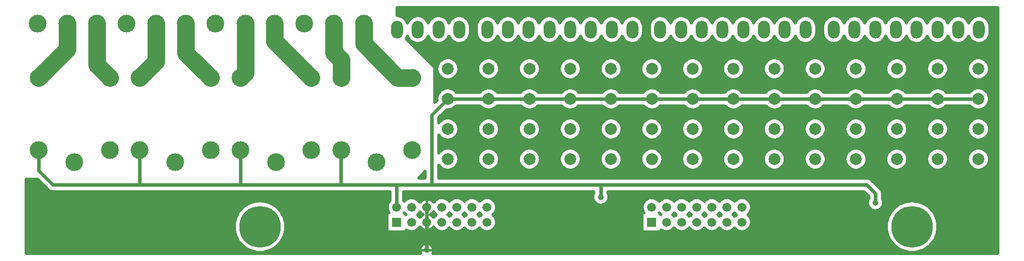
<source format=gbr>
%FSTAX42Y42*%
%MOMM*%
%SFA1B1*%

%IPPOS*%
%ADD10C,0.499999*%
%ADD13C,0.599999*%
%ADD15C,2.999994*%
%ADD16C,2.999994*%
%ADD17C,1.999996*%
%ADD18C,1.499997*%
%ADD19R,1.499997X1.499997*%
%ADD20O,1.999996X2.999994*%
%ADD21C,6.999986*%
%ADD22C,0.999998*%
%ADD23C,0.399999*%
%LNpcb_monitoring_bott_back-1*%
%LPD*%
G54D10*
X000434Y0D02*
D01*
X000433Y00003*
X00043Y00006*
X000425Y00009*
X000418Y000119*
X000408Y000148*
X000397Y000176*
X000384Y000204*
X000368Y00023*
X000351Y000255*
X000333Y000279*
X000312Y000302*
X000291Y000323*
X000267Y000342*
X000243Y00036*
X000217Y000376*
X00019Y00039*
X000162Y000403*
X000134Y000413*
X000105Y000422*
X000075Y000428*
X000045Y000432*
X000015Y000434*
X-000015*
X-000045Y000432*
X-000075Y000428*
X-000105Y000422*
X-000134Y000413*
X-000162Y000403*
X-00019Y00039*
X-000217Y000376*
X-000243Y00036*
X-000267Y000342*
X-000291Y000323*
X-000312Y000302*
X-000333Y000279*
X-000351Y000255*
X-000368Y00023*
X-000384Y000204*
X-000397Y000176*
X-000408Y000148*
X-000418Y000119*
X-000425Y00009*
X-00043Y00006*
X-000433Y00003*
X-000434Y0*
X-000433Y-00003*
X-00043Y-00006*
X-000425Y-00009*
X-000418Y-000119*
X-000408Y-000148*
X-000397Y-000176*
X-000384Y-000204*
X-000368Y-00023*
X-000351Y-000255*
X-000333Y-000279*
X-000312Y-000302*
X-000291Y-000323*
X-000267Y-000342*
X-000243Y-00036*
X-000217Y-000376*
X-00019Y-00039*
X-000162Y-000403*
X-000134Y-000413*
X-000105Y-000422*
X-000075Y-000428*
X-000045Y-000432*
X-000015Y-000434*
X000015*
X000045Y-000432*
X000075Y-000428*
X000105Y-000422*
X000134Y-000413*
X000162Y-000403*
X00019Y-00039*
X000217Y-000376*
X000243Y-00036*
X000267Y-000342*
X000291Y-000323*
X000312Y-000302*
X000333Y-000279*
X000351Y-000255*
X000368Y-00023*
X000384Y-000204*
X000397Y-000176*
X000408Y-000148*
X000418Y-000119*
X000425Y-00009*
X00043Y-00006*
X000433Y-00003*
X000434Y0*
X002466Y-000053D02*
D01*
X002476Y-00006*
X002485Y-000065*
X002495Y-00007*
X002506Y-000074*
X002516Y-000078*
X002527Y-000081*
X002538Y-000083*
X002549Y-000084*
X00256Y-000084*
X002571Y-000084*
X002582Y-000083*
X002593Y-000081*
X002604Y-000078*
X002615Y-000075*
X002625Y-00007*
X002635Y-000066*
X002645Y-00006*
X002654Y-000054*
X002663Y-000047*
X002671Y-000039*
X002679Y-000031*
X002686Y-000023*
X002693Y-000014*
X002699Y-000004*
X002698Y-000003*
X002926Y-000396D02*
D01*
X002926Y-000388*
X002925Y-00038*
X002924Y-000373*
X002922Y-000365*
X00292Y-000357*
X002917Y-00035*
X002913Y-000343*
X002909Y-000336*
X002905Y-000329*
X0029Y-000323*
X002894Y-000317*
X002888Y-000311*
X002882Y-000306*
X002876Y-000301*
X002869Y-000297*
X002862Y-000293*
X002855Y-00029*
X002847Y-000287*
X002839Y-000285*
X002831Y-000283*
X002824Y-000282*
X002816Y-000282*
X002807*
X002799Y-000282*
X002792Y-000283*
X002784Y-000285*
X002776Y-000287*
X002768Y-00029*
X002761Y-000293*
X002754Y-000297*
X002747Y-000301*
X002741Y-000306*
X002735Y-000311*
X002729Y-000317*
X002723Y-000323*
X002718Y-000329*
X002714Y-000336*
X00271Y-000343*
X002706Y-00035*
X002703Y-000357*
X002701Y-000365*
X002699Y-000373*
X002698Y-00038*
X002697Y-000388*
X002696Y-000396*
X002697Y-000405*
X002698Y-000413*
X002699Y-00042*
X002701Y-000428*
X002703Y-000436*
X002706Y-000443*
X002709Y-000449*
X002914D02*
D01*
X002918Y-000442*
X002921Y-000435*
X002923Y-000427*
X002925Y-000419*
X002926Y-000411*
X002927Y-000404*
X002926Y-000396*
X002698Y-000003D02*
D01*
X002704Y-000011*
X002711Y-000019*
X002718Y-000026*
X002725Y-000032*
X002733Y-000038*
X002741Y-000043*
X00275Y-000048*
X002758Y-000052*
X002767Y-000056*
X002777Y-000059*
X002786Y-000061*
X002796Y-000062*
X002806Y-000063*
X002816Y-000064*
X002825Y-000063*
X002835Y-000062*
X002845Y-00006*
X002854Y-000058*
X002863Y-000054*
X002872Y-000051*
X002881Y-000046*
X002889Y-000041*
X002897Y-000036*
X002905Y-00003*
X002912Y-000023*
X002919Y-000016*
X002925Y-000008*
X002929Y-000003*
D01*
X002935Y-000013*
X002942Y-000022*
X002949Y-000031*
X002957Y-000039*
X002965Y-000046*
X002974Y-000053*
X002983Y-000059*
X002993Y-000065*
X003003Y-00007*
X003013Y-000074*
X003024Y-000078*
X003035Y-00008*
X003046Y-000082*
X003057Y-000083*
X003068Y-000084*
X003079Y-000084*
X003091Y-000082*
X003102Y-00008*
X003112Y-000078*
X003123Y-000074*
X003134Y-00007*
X003144Y-000065*
X003153Y-00006*
X003163Y-000053*
X003171Y-000046*
X00318Y-000039*
X003188Y-000031*
X003195Y-000022*
X003195Y-000021*
X002433Y000231D02*
D01*
X002441Y000223*
X002448Y000215*
X002456Y000207*
X002462Y000201*
X002698Y000154D02*
D01*
X002693Y000164*
X002686Y000173*
X002679Y000182*
X002671Y00019*
X002663Y000197*
X002657Y000201*
X002191Y00044D02*
D01*
X002184Y000432*
X002177Y000423*
X002171Y000414*
X002165Y000405*
X00216Y000394*
X002156Y000384*
X002153Y000374*
X00215Y000363*
X002148Y000352*
X002147Y000341*
X002147Y000329*
X002147Y000318*
X002148Y000307*
X00215Y000296*
X002153Y000285*
X002156Y000275*
X002161Y000264*
X002165Y000254*
X002171Y000245*
X002177Y000236*
X002176Y000234*
X002433Y000426D02*
D01*
X002426Y000435*
X002421Y00044*
X002657Y000201D02*
D01*
X002666Y000209*
X002674Y000216*
X002682Y000224*
X002689Y000233*
X002695Y000242*
X002698Y000249*
Y000408D02*
D01*
X002693Y000418*
X002686Y000427*
X002679Y000436*
X002671Y000444*
X002663Y000451*
X002654Y000458*
X002645Y000464*
X002635Y00047*
X002625Y000475*
X002615Y000479*
X002604Y000483*
X002593Y000485*
X002582Y000487*
X002571Y000488*
X00256Y000489*
X002549Y000489*
X002537Y000487*
X002526Y000485*
X002516Y000483*
X002505Y000479*
X002494Y000475*
X002484Y00047*
X002475Y000465*
X002465Y000458*
X002457Y000451*
X002448Y000444*
X00244Y000436*
X002433Y000427*
X002433Y000426*
X002755Y000201D02*
D01*
X002747Y000197*
X002738Y000192*
X00273Y000186*
X002723Y00018*
X002716Y000174*
X002709Y000167*
X002703Y000159*
X002698Y000154*
X002929D02*
D01*
X002924Y000162*
X002917Y00017*
X00291Y000177*
X002903Y000183*
X002895Y000189*
X002887Y000194*
X002878Y000199*
X002873Y000201*
X00297D02*
D01*
X002962Y000194*
X002954Y000187*
X002946Y000179*
X002939Y00017*
X002933Y000161*
X002929Y000154*
X003195Y000172D02*
D01*
X003188Y000181*
X003181Y000189*
X003173Y000197*
X003165Y000201*
X002698Y000249D02*
D01*
X002704Y000242*
X002711Y000234*
X002718Y000227*
X002725Y000221*
X002733Y000215*
X002741Y00021*
X00275Y000205*
X002755Y000201*
X002873D02*
D01*
X002882Y000206*
X002891Y000211*
X002899Y000217*
X002906Y000223*
X002913Y000229*
X00292Y000236*
X002926Y000244*
X002929Y000249*
Y000408D02*
D01*
X002924Y000416*
X002917Y000424*
X00291Y000431*
X002903Y000437*
X002895Y000443*
X002887Y000448*
X002878Y000453*
X00287Y000457*
X002861Y000461*
X002851Y000464*
X002842Y000466*
X002832Y000467*
X002822Y000468*
X002812Y000469*
X002803Y000468*
X002793Y000467*
X002783Y000465*
X002774Y000463*
X002765Y000459*
X002756Y000456*
X002747Y000451*
X002739Y000446*
X002731Y000441*
X002723Y000435*
X002716Y000428*
X002709Y000421*
X002703Y000413*
X002698Y000408*
X002929Y000249D02*
D01*
X002935Y00024*
X002942Y000231*
X002949Y000222*
X002957Y000214*
X002965Y000207*
X00297Y000201*
X003165D02*
D01*
X003174Y000209*
X003182Y000216*
X00319Y000224*
X003195Y000231*
Y000426D02*
D01*
X003188Y000435*
X003181Y000443*
X003173Y000451*
X003164Y000458*
X003155Y000464*
X003145Y00047*
X003135Y000475*
X003125Y000479*
X003114Y000483*
X003103Y000485*
X003092Y000487*
X003081Y000489*
X00307Y000489*
X003059Y000489*
X003048Y000488*
X003037Y000486*
X003026Y000484*
X003015Y00048*
X003005Y000476*
X002995Y000471*
X002985Y000466*
X002976Y00046*
X002967Y000453*
X002959Y000446*
X002951Y000438*
X002944Y000429*
X002937Y00042*
X002931Y000411*
X002929Y000408*
X-003575Y000625D02*
D01*
X-00357Y00062*
X-003563Y000615*
X-003557Y00061*
X-00355Y000606*
X-003543Y000603*
X-003536Y0006*
X-003528Y000597*
X-00352Y000595*
X-003512Y000593*
X-003504Y000592*
X-003496Y000592*
X-003494Y000592*
X-003575Y000625D02*
D01*
X-00357Y00062*
X-003563Y000615*
X-003557Y00061*
X-00355Y000606*
X-003543Y000603*
X-003536Y0006*
X-003528Y000597*
X-00352Y000595*
X-003512Y000593*
X-003504Y000592*
X-003496Y000592*
X-003494Y000592*
X003195Y-000021D02*
D01*
X003203Y-00003*
X00321Y-000038*
X003218Y-000046*
X003227Y-000053*
X003236Y-000059*
X003246Y-000065*
X003256Y-00007*
X003266Y-000074*
X003277Y-000078*
X003288Y-00008*
X003299Y-000082*
X00331Y-000084*
X003321Y-000084*
X003332Y-000084*
X003343Y-000083*
X003354Y-000081*
X003365Y-000079*
X003376Y-000075*
X003386Y-000071*
X003396Y-000066*
X003406Y-000061*
X003415Y-000055*
X003424Y-000048*
X003432Y-000041*
X00344Y-000033*
X003447Y-000024*
X003449Y-000021*
X003224Y000201D02*
D01*
X003216Y000194*
X003208Y000187*
X0032Y000179*
X003195Y000172*
X003449D02*
D01*
X003442Y000181*
X003435Y000189*
X003427Y000197*
X003419Y000201*
X003449Y-000021D02*
D01*
X003457Y-00003*
X003464Y-000038*
X003472Y-000046*
X003481Y-000053*
X00349Y-000059*
X0035Y-000065*
X00351Y-00007*
X00352Y-000074*
X003531Y-000078*
X003542Y-00008*
X003553Y-000082*
X003564Y-000084*
X003575Y-000084*
X003586Y-000084*
X003597Y-000083*
X003608Y-000081*
X003619Y-000079*
X00363Y-000075*
X00364Y-000071*
X00365Y-000066*
X00366Y-000061*
X003669Y-000055*
X003678Y-000048*
X003686Y-000041*
X003694Y-000033*
X003701Y-000024*
X003703Y-000021*
X003478Y000201D02*
D01*
X00347Y000194*
X003462Y000187*
X003454Y000179*
X003449Y000172*
X003703Y-000021D02*
D01*
X003711Y-00003*
X003718Y-000038*
X003726Y-000046*
X003735Y-000053*
X003744Y-000059*
X003754Y-000065*
X003764Y-00007*
X003774Y-000074*
X003785Y-000078*
X003796Y-00008*
X003807Y-000082*
X003818Y-000084*
X003829Y-000084*
X00384Y-000084*
X003851Y-000083*
X003862Y-000081*
X003873Y-000079*
X003884Y-000075*
X003894Y-000071*
X003904Y-000066*
X003914Y-000061*
X003923Y-000055*
X003932Y-000048*
X00394Y-000041*
X003948Y-000033*
X003955Y-000024*
X003962Y-000015*
X003968Y-000006*
X003973Y000003*
X003978Y000013*
X003982Y000023*
X003985Y000034*
X003988Y000045*
X003989Y000056*
X00399Y000067*
X00399Y000074*
X003703Y000172D02*
D01*
X003696Y000181*
X003689Y000189*
X003681Y000197*
X003673Y000201*
X003732D02*
D01*
X003724Y000194*
X003716Y000187*
X003708Y000179*
X003703Y000172*
X00399Y000074D02*
D01*
X00399Y000086*
X003989Y000097*
X003987Y000108*
X003984Y000119*
X003981Y000129*
X003977Y00014*
X003972Y00015*
X003966Y000159*
X00396Y000169*
X003953Y000177*
X003946Y000186*
X003938Y000193*
X003929Y000201*
X003927Y000201*
X003195Y000231D02*
D01*
X003203Y000223*
X00321Y000215*
X003218Y000207*
X003224Y000201*
X003419D02*
D01*
X003428Y000209*
X003436Y000216*
X003444Y000224*
X003449Y000231*
D01*
X003457Y000223*
X003464Y000215*
X003472Y000207*
X003478Y000201*
X003449Y000426D02*
D01*
X003442Y000435*
X003435Y000443*
X003427Y000451*
X003418Y000458*
X003409Y000464*
X003399Y00047*
X003389Y000475*
X003379Y000479*
X003368Y000483*
X003357Y000485*
X003346Y000487*
X003335Y000489*
X003324Y000489*
X003313Y000489*
X003302Y000488*
X003291Y000486*
X00328Y000484*
X003269Y00048*
X003259Y000476*
X003249Y000471*
X003239Y000466*
X00323Y00046*
X003221Y000453*
X003213Y000446*
X003205Y000438*
X003198Y000429*
X003195Y000426*
X003673Y000201D02*
D01*
X003682Y000209*
X00369Y000216*
X003698Y000224*
X003703Y000231*
Y000426D02*
D01*
X003696Y000435*
X003689Y000443*
X003681Y000451*
X003672Y000458*
X003663Y000464*
X003653Y00047*
X003643Y000475*
X003633Y000479*
X003622Y000483*
X003611Y000485*
X0036Y000487*
X003589Y000489*
X003578Y000489*
X003567Y000489*
X003556Y000488*
X003545Y000486*
X003534Y000484*
X003523Y00048*
X003513Y000476*
X003503Y000471*
X003493Y000466*
X003484Y00046*
X003475Y000453*
X003467Y000446*
X003459Y000438*
X003452Y000429*
X003449Y000426*
X003703Y000231D02*
D01*
X003711Y000223*
X003718Y000215*
X003726Y000207*
X003732Y000201*
X003927D02*
D01*
X003936Y000209*
X003944Y000216*
X003952Y000224*
X003959Y000233*
X003965Y000242*
X003971Y000252*
X003976Y000262*
X00398Y000272*
X003984Y000283*
X003986Y000294*
X003988Y000305*
X00399Y000316*
X00399Y000327*
X00399Y000328*
D01*
X00399Y00034*
X003989Y000351*
X003987Y000362*
X003984Y000373*
X003981Y000383*
X003977Y000394*
X003972Y000404*
X003966Y000413*
X00396Y000423*
X003953Y000431*
X003946Y00044*
X003938Y000447*
X003929Y000455*
X00392Y000461*
X00391Y000467*
X003901Y000472*
X00389Y000477*
X00388Y000481*
X003869Y000484*
X003858Y000486*
X003847Y000488*
X003836Y000488*
X003825*
X003814Y000488*
X003803Y000486*
X003792Y000484*
X003781Y000481*
X003771Y000477*
X00376Y000472*
X00375Y000467*
X003741Y000461*
X003732Y000455*
X003723Y000447*
X003715Y00044*
X003708Y000431*
X003703Y000426*
X005634Y00057D02*
D01*
X00563Y000562*
X005626Y000554*
X005622Y000545*
X005619Y000536*
X005617Y000527*
X005616Y000518*
X005615Y000508*
X005614Y000499*
X005615Y000489*
X005616Y00048*
X005617Y000471*
X00562Y000462*
X005623Y000453*
X005626Y000444*
X005631Y000435*
X005635Y000427*
X005641Y000419*
X005646Y000412*
X005653Y000405*
X00566Y000399*
X005667Y000393*
X005675Y000387*
X005683Y000382*
X005691Y000378*
X0057Y000374*
X005708Y000371*
X005718Y000368*
X005727Y000366*
X005736Y000365*
X005746Y000364*
X005755Y000364*
X005764Y000365*
X005774Y000367*
X005783Y000369*
X005792Y000371*
X005801Y000374*
X005809Y000378*
X005818Y000383*
X005826Y000388*
X005833Y000393*
X00584Y0004*
X005847Y000406*
X005853Y000413*
X005859Y000421*
X005864Y000428*
X005869Y000437*
X005873Y000445*
X005877Y000454*
X00588Y000463*
X005882Y000472*
X005883Y000481*
X005884Y000491*
X005884Y000499*
D01*
X005884Y000509*
X005883Y000518*
X005882Y000528*
X005879Y000537*
X005876Y000546*
X005873Y000554*
X005869Y000563*
X005864Y00057*
X006733Y000231D02*
D01*
X006741Y000223*
X006748Y000215*
X006756Y000207*
X006762Y000201*
X006733Y000426D02*
D01*
X006726Y000435*
X006719Y000443*
X006711Y000451*
X006702Y000458*
X006693Y000464*
X006683Y00047*
X006673Y000475*
X006663Y000479*
X006652Y000483*
X006641Y000485*
X00663Y000487*
X006619Y000489*
X006608Y000489*
X006597Y000489*
X006586Y000488*
X006575Y000486*
X006564Y000484*
X006553Y00048*
X006543Y000476*
X006533Y000471*
X006523Y000466*
X006514Y00046*
X006505Y000453*
X006497Y000446*
X006489Y000438*
X006482Y000429*
X006475Y00042*
X006469Y000411*
X006464Y000401*
X006459Y000391*
X006455Y000381*
X006452Y00037*
X006449Y000359*
X006448Y000348*
X006447Y000337*
X006447Y000326*
X006447Y000315*
X006449Y000303*
X006451Y000293*
X006454Y000282*
X006458Y000271*
X006462Y000261*
X006467Y000251*
X006473Y000242*
X006477Y000234*
X006987Y000426D02*
D01*
X00698Y000435*
X006973Y000443*
X006965Y000451*
X006956Y000458*
X006947Y000464*
X006937Y00047*
X006927Y000475*
X006917Y000479*
X006906Y000483*
X006895Y000485*
X006884Y000487*
X006873Y000489*
X006862Y000489*
X006851Y000489*
X00684Y000488*
X006829Y000486*
X006818Y000484*
X006807Y00048*
X006797Y000476*
X006787Y000471*
X006777Y000466*
X006768Y00046*
X006759Y000453*
X006751Y000446*
X006743Y000438*
X006736Y000429*
X006733Y000426*
X003014Y001036D02*
D01*
X003022Y001026*
X00303Y001016*
X003039Y001007*
X003049Y000998*
X003059Y00099*
X00307Y000983*
X003081Y000976*
X003092Y000971*
X003104Y000966*
X003117Y000962*
X003129Y000958*
X003142Y000956*
X003155Y000955*
X003168Y000954*
X003181Y000955*
X003194Y000956*
X003206Y000958*
X003219Y000961*
X003231Y000965*
X003243Y00097*
X003255Y000976*
X003266Y000982*
X003277Y000989*
X003287Y000997*
X003297Y001006*
X003306Y001015*
X003314Y001025*
X003322Y001035*
X003329Y001046*
X003335Y001058*
X00334Y001069*
X003344Y001082*
X003348Y001094*
X003351Y001107*
X003353Y001119*
X003354Y001132*
X003353Y001139*
D01*
X003353Y001152*
X003352Y001165*
X003349Y001178*
X003346Y00119*
X003342Y001203*
X003338Y001215*
X003332Y001226*
X003325Y001238*
X003318Y001248*
X00331Y001258*
X003302Y001268*
X003292Y001277*
X003282Y001285*
X003272Y001293*
X003261Y0013*
X00325Y001306*
X003238Y001311*
X003226Y001315*
X003213Y001319*
X003201Y001322*
X003188Y001323*
X003175Y001324*
X003162*
X003149Y001323*
X003136Y001322*
X003124Y001319*
X003111Y001315*
X003099Y001311*
X003087Y001306*
X003076Y0013*
X003065Y001293*
X003055Y001285*
X003045Y001277*
X003035Y001268*
X003027Y001258*
X003019Y001248*
X003014Y001243*
X004041Y001139D02*
D01*
X004041Y001152*
X00404Y001165*
X004037Y001178*
X004034Y00119*
X00403Y001203*
X004026Y001215*
X00402Y001226*
X004013Y001238*
X004006Y001248*
X003998Y001258*
X00399Y001268*
X00398Y001277*
X00397Y001285*
X00396Y001293*
X003949Y0013*
X003938Y001306*
X003926Y001311*
X003914Y001315*
X003901Y001319*
X003889Y001322*
X003876Y001323*
X003863Y001324*
X00385*
X003837Y001323*
X003824Y001322*
X003812Y001319*
X003799Y001315*
X003787Y001311*
X003775Y001306*
X003764Y0013*
X003753Y001293*
X003743Y001285*
X003733Y001277*
X003723Y001268*
X003715Y001258*
X003707Y001248*
X0037Y001238*
X003693Y001226*
X003687Y001215*
X003683Y001203*
X003679Y00119*
X003676Y001178*
X003673Y001165*
X003672Y001152*
X003671Y001139*
X003672Y001127*
X003673Y001114*
X003676Y001101*
X003679Y001089*
X003683Y001076*
X003687Y001064*
X003693Y001053*
X0037Y001041*
X003707Y001031*
X003715Y001021*
X003723Y001011*
X003733Y001002*
X003743Y000994*
X003753Y000986*
X003764Y000979*
X003775Y000973*
X003787Y000968*
X003799Y000964*
X003812Y00096*
X003824Y000957*
X003837Y000956*
X00385Y000955*
X003863*
X003876Y000956*
X003889Y000957*
X003901Y00096*
X003914Y000964*
X003926Y000968*
X003938Y000973*
X003949Y000979*
X00396Y000986*
X00397Y000994*
X00398Y001002*
X00399Y001011*
X003998Y001021*
X004006Y001031*
X004013Y001041*
X00402Y001053*
X004026Y001064*
X00403Y001076*
X004034Y001089*
X004037Y001101*
X00404Y001114*
X004041Y001127*
X004041Y001139*
X00473D02*
D01*
X00473Y001152*
X004729Y001165*
X004726Y001178*
X004723Y00119*
X004719Y001203*
X004715Y001215*
X004709Y001226*
X004702Y001238*
X004695Y001248*
X004687Y001258*
X004679Y001268*
X004669Y001277*
X004659Y001285*
X004649Y001293*
X004638Y0013*
X004627Y001306*
X004615Y001311*
X004603Y001315*
X00459Y001319*
X004578Y001322*
X004565Y001323*
X004552Y001324*
X004539*
X004526Y001323*
X004513Y001322*
X004501Y001319*
X004488Y001315*
X004476Y001311*
X004464Y001306*
X004453Y0013*
X004442Y001293*
X004432Y001285*
X004422Y001277*
X004412Y001268*
X004404Y001258*
X004396Y001248*
X004389Y001238*
X004382Y001226*
X004376Y001215*
X004372Y001203*
X004368Y00119*
X004365Y001178*
X004362Y001165*
X004361Y001152*
X00436Y001139*
X004361Y001127*
X004362Y001114*
X004365Y001101*
X004368Y001089*
X004372Y001076*
X004376Y001064*
X004382Y001053*
X004389Y001041*
X004396Y001031*
X004404Y001021*
X004412Y001011*
X004422Y001002*
X004432Y000994*
X004442Y000986*
X004453Y000979*
X004464Y000973*
X004476Y000968*
X004488Y000964*
X004501Y00096*
X004513Y000957*
X004526Y000956*
X004539Y000955*
X004552*
X004565Y000956*
X004578Y000957*
X00459Y00096*
X004603Y000964*
X004615Y000968*
X004627Y000973*
X004638Y000979*
X004649Y000986*
X004659Y000994*
X004669Y001002*
X004679Y001011*
X004687Y001021*
X004695Y001031*
X004702Y001041*
X004709Y001053*
X004715Y001064*
X004719Y001076*
X004723Y001089*
X004726Y001101*
X004729Y001114*
X00473Y001127*
X00473Y001139*
X005418D02*
D01*
X005418Y001152*
X005417Y001165*
X005414Y001178*
X005411Y00119*
X005407Y001203*
X005403Y001215*
X005397Y001226*
X00539Y001238*
X005383Y001248*
X005375Y001258*
X005367Y001268*
X005357Y001277*
X005347Y001285*
X005337Y001293*
X005326Y0013*
X005315Y001306*
X005303Y001311*
X005291Y001315*
X005278Y001319*
X005266Y001322*
X005253Y001323*
X00524Y001324*
X005227*
X005214Y001323*
X005201Y001322*
X005189Y001319*
X005176Y001315*
X005164Y001311*
X005152Y001306*
X005141Y0013*
X00513Y001293*
X00512Y001285*
X00511Y001277*
X0051Y001268*
X005092Y001258*
X005084Y001248*
X005077Y001238*
X00507Y001226*
X005064Y001215*
X00506Y001203*
X005056Y00119*
X005053Y001178*
X00505Y001165*
X005049Y001152*
X005048Y001139*
X005049Y001127*
X00505Y001114*
X005053Y001101*
X005056Y001089*
X00506Y001076*
X005064Y001064*
X00507Y001053*
X005077Y001041*
X005084Y001031*
X005092Y001021*
X0051Y001011*
X00511Y001002*
X00512Y000994*
X00513Y000986*
X005141Y000979*
X005152Y000973*
X005164Y000968*
X005176Y000964*
X005189Y00096*
X005201Y000957*
X005214Y000956*
X005227Y000955*
X00524*
X005253Y000956*
X005266Y000957*
X005278Y00096*
X005291Y000964*
X005303Y000968*
X005315Y000973*
X005326Y000979*
X005337Y000986*
X005347Y000994*
X005357Y001002*
X005367Y001011*
X005375Y001021*
X005383Y001031*
X00539Y001041*
X005397Y001053*
X005403Y001064*
X005407Y001076*
X005411Y001089*
X005414Y001101*
X005417Y001114*
X005418Y001127*
X005418Y001139*
X006106D02*
D01*
X006106Y001152*
X006105Y001165*
X006102Y001178*
X006099Y00119*
X006095Y001203*
X006091Y001215*
X006085Y001226*
X006078Y001238*
X006071Y001248*
X006063Y001258*
X006055Y001268*
X006045Y001277*
X006035Y001285*
X006025Y001293*
X006014Y0013*
X006003Y001306*
X005991Y001311*
X005979Y001315*
X005966Y001319*
X005954Y001322*
X005941Y001323*
X005928Y001324*
X005915*
X005902Y001323*
X005889Y001322*
X005877Y001319*
X005864Y001315*
X005852Y001311*
X00584Y001306*
X005829Y0013*
X005818Y001293*
X005808Y001285*
X005798Y001277*
X005788Y001268*
X00578Y001258*
X005772Y001248*
X005765Y001238*
X005758Y001226*
X005752Y001215*
X005748Y001203*
X005744Y00119*
X005741Y001178*
X005738Y001165*
X005737Y001152*
X005736Y001139*
X005737Y001127*
X005738Y001114*
X005741Y001101*
X005744Y001089*
X005748Y001076*
X005752Y001064*
X005758Y001053*
X005765Y001041*
X005772Y001031*
X00578Y001021*
X005788Y001011*
X005798Y001002*
X005808Y000994*
X005818Y000986*
X005829Y000979*
X00584Y000973*
X005852Y000968*
X005864Y000964*
X005877Y00096*
X005889Y000957*
X005902Y000956*
X005915Y000955*
X005928*
X005941Y000956*
X005954Y000957*
X005966Y00096*
X005979Y000964*
X005991Y000968*
X006003Y000973*
X006014Y000979*
X006025Y000986*
X006035Y000994*
X006045Y001002*
X006055Y001011*
X006063Y001021*
X006071Y001031*
X006078Y001041*
X006085Y001053*
X006091Y001064*
X006095Y001076*
X006099Y001089*
X006102Y001101*
X006105Y001114*
X006106Y001127*
X006106Y001139*
X006795D02*
D01*
X006795Y001152*
X006794Y001165*
X006791Y001178*
X006788Y00119*
X006784Y001203*
X00678Y001215*
X006774Y001226*
X006767Y001238*
X00676Y001248*
X006752Y001258*
X006744Y001268*
X006734Y001277*
X006724Y001285*
X006714Y001293*
X006703Y0013*
X006692Y001306*
X00668Y001311*
X006668Y001315*
X006655Y001319*
X006643Y001322*
X00663Y001323*
X006617Y001324*
X006604*
X006591Y001323*
X006578Y001322*
X006566Y001319*
X006553Y001315*
X006541Y001311*
X006529Y001306*
X006518Y0013*
X006507Y001293*
X006497Y001285*
X006487Y001277*
X006477Y001268*
X006469Y001258*
X006461Y001248*
X006454Y001238*
X006447Y001226*
X006441Y001215*
X006437Y001203*
X006433Y00119*
X00643Y001178*
X006427Y001165*
X006426Y001152*
X006425Y001139*
X006426Y001127*
X006427Y001114*
X00643Y001101*
X006433Y001089*
X006437Y001076*
X006441Y001064*
X006447Y001053*
X006454Y001041*
X006461Y001031*
X006469Y001021*
X006477Y001011*
X006487Y001002*
X006497Y000994*
X006507Y000986*
X006518Y000979*
X006529Y000973*
X006541Y000968*
X006553Y000964*
X006566Y00096*
X006578Y000957*
X006591Y000956*
X006604Y000955*
X006617*
X00663Y000956*
X006643Y000957*
X006655Y00096*
X006668Y000964*
X00668Y000968*
X006692Y000973*
X006703Y000979*
X006714Y000986*
X006724Y000994*
X006734Y001002*
X006744Y001011*
X006752Y001021*
X00676Y001031*
X006767Y001041*
X006774Y001053*
X00678Y001064*
X006784Y001076*
X006788Y001089*
X006791Y001101*
X006794Y001114*
X006795Y001127*
X006795Y001139*
X003014Y001544D02*
D01*
X003022Y001534*
X00303Y001524*
X003039Y001515*
X003049Y001506*
X003059Y001498*
X00307Y001491*
X003081Y001484*
X003092Y001479*
X003104Y001474*
X003117Y00147*
X003129Y001466*
X003142Y001464*
X003155Y001463*
X003168Y001462*
X003181Y001463*
X003194Y001464*
X003206Y001466*
X003219Y001469*
X003231Y001473*
X003243Y001478*
X003255Y001484*
X003266Y00149*
X003277Y001497*
X003287Y001505*
X003297Y001514*
X003306Y001523*
X003314Y001533*
X003322Y001543*
X003329Y001554*
X003335Y001566*
X00334Y001577*
X003344Y00159*
X003348Y001602*
X003351Y001615*
X003353Y001627*
X003354Y00164*
X003353Y001647*
X003146Y001972D02*
D01*
X003159Y001971*
X003172Y001971*
X003185Y001972*
X003198Y001974*
X003211Y001976*
X003223Y00198*
X003235Y001984*
X003247Y001989*
X003259Y001995*
X00327Y002002*
X00328Y00201*
X00329Y002018*
X0033Y002027*
X003308Y002036*
X003313Y00204*
X003353Y001647D02*
D01*
X003353Y00166*
X003352Y001673*
X003349Y001686*
X003346Y001698*
X003342Y001711*
X003338Y001723*
X003332Y001734*
X003325Y001746*
X003318Y001756*
X00331Y001766*
X003302Y001776*
X003292Y001785*
X003282Y001793*
X003272Y001801*
X003261Y001808*
X00325Y001814*
X003238Y001819*
X003226Y001823*
X003213Y001827*
X003201Y00183*
X003188Y001831*
X003175Y001832*
X003162*
X003149Y001831*
X003136Y00183*
X003124Y001827*
X003111Y001823*
X003099Y001819*
X003087Y001814*
X003076Y001808*
X003065Y001801*
X003055Y001793*
X003045Y001785*
X003035Y001776*
X003027Y001766*
X003019Y001756*
X003014Y001751*
X003313Y00227D02*
D01*
X003305Y00228*
X003296Y00229*
X003286Y002298*
X003276Y002306*
X003265Y002313*
X003254Y00232*
X003243Y002325*
X003231Y00233*
X003218Y002334*
X003206Y002337*
X003193Y002339*
X00318Y00234*
X003167Y002341*
X003154Y00234*
X003141Y002339*
X003129Y002336*
X003116Y002333*
X003104Y002329*
X003092Y002324*
X00308Y002318*
X003069Y002312*
X003059Y002304*
X003049Y002296*
X003039Y002288*
X00303Y002278*
X003022Y002268*
X003014Y002258*
X003008Y002247*
X003002Y002235*
X002996Y002224*
X002992Y002211*
X002989Y002199*
X002986Y002186*
X002984Y002174*
X002984Y002161*
X002984Y002148*
X002985Y002135*
X002984Y002134*
X004041Y001647D02*
D01*
X004041Y00166*
X00404Y001673*
X004037Y001686*
X004034Y001698*
X00403Y001711*
X004026Y001723*
X00402Y001734*
X004013Y001746*
X004006Y001756*
X003998Y001766*
X00399Y001776*
X00398Y001785*
X00397Y001793*
X00396Y001801*
X003949Y001808*
X003938Y001814*
X003926Y001819*
X003914Y001823*
X003901Y001827*
X003889Y00183*
X003876Y001831*
X003863Y001832*
X00385*
X003837Y001831*
X003824Y00183*
X003812Y001827*
X003799Y001823*
X003787Y001819*
X003775Y001814*
X003764Y001808*
X003753Y001801*
X003743Y001793*
X003733Y001785*
X003723Y001776*
X003715Y001766*
X003707Y001756*
X0037Y001746*
X003693Y001734*
X003687Y001723*
X003683Y001711*
X003679Y001698*
X003676Y001686*
X003673Y001673*
X003672Y00166*
X003671Y001647*
X003672Y001635*
X003673Y001622*
X003676Y001609*
X003679Y001597*
X003683Y001584*
X003687Y001572*
X003693Y001561*
X0037Y001549*
X003707Y001539*
X003715Y001529*
X003723Y001519*
X003733Y00151*
X003743Y001502*
X003753Y001494*
X003764Y001487*
X003775Y001481*
X003787Y001476*
X003799Y001472*
X003812Y001468*
X003824Y001465*
X003837Y001464*
X00385Y001463*
X003863*
X003876Y001464*
X003889Y001465*
X003901Y001468*
X003914Y001472*
X003926Y001476*
X003938Y001481*
X003949Y001487*
X00396Y001494*
X00397Y001502*
X00398Y00151*
X00399Y001519*
X003998Y001529*
X004006Y001539*
X004013Y001549*
X00402Y001561*
X004026Y001572*
X00403Y001584*
X004034Y001597*
X004037Y001609*
X00404Y001622*
X004041Y001635*
X004041Y001647*
X003353Y002663D02*
D01*
X003353Y002676*
X003352Y002689*
X003349Y002702*
X003346Y002714*
X003342Y002727*
X003338Y002739*
X003332Y00275*
X003325Y002762*
X003318Y002772*
X00331Y002782*
X003302Y002792*
X003292Y002801*
X003282Y002809*
X003272Y002817*
X003261Y002824*
X00325Y00283*
X003238Y002835*
X003226Y002839*
X003213Y002843*
X003201Y002846*
X003188Y002847*
X003175Y002848*
X003162*
X003149Y002847*
X003136Y002846*
X003124Y002843*
X003111Y002839*
X003099Y002835*
X003087Y00283*
X003076Y002824*
X003065Y002817*
X003055Y002809*
X003045Y002801*
X003035Y002792*
X003027Y002782*
X003019Y002772*
X003012Y002762*
X003005Y00275*
X002999Y002739*
X002995Y002727*
X002991Y002714*
X002988Y002702*
X002985Y002689*
X002984Y002676*
X002983Y002663*
X002984Y002651*
X002985Y002638*
X002988Y002625*
X002991Y002613*
X002995Y0026*
X002999Y002588*
X003005Y002577*
X003012Y002565*
X003019Y002555*
X003027Y002545*
X003035Y002535*
X003045Y002526*
X003055Y002518*
X003065Y00251*
X003076Y002503*
X003087Y002497*
X003099Y002492*
X003111Y002488*
X003124Y002484*
X003136Y002481*
X003149Y00248*
X003162Y002479*
X003175*
X003188Y00248*
X003201Y002481*
X003213Y002484*
X003226Y002488*
X003238Y002492*
X00325Y002497*
X003261Y002503*
X003272Y00251*
X003282Y002518*
X003292Y002526*
X003302Y002535*
X00331Y002545*
X003318Y002555*
X003325Y002565*
X003332Y002577*
X003338Y002588*
X003342Y0026*
X003346Y002613*
X003349Y002625*
X003352Y002638*
X003353Y002651*
X003353Y002663*
X004041D02*
D01*
X004041Y002676*
X00404Y002689*
X004037Y002702*
X004034Y002714*
X00403Y002727*
X004026Y002739*
X00402Y00275*
X004013Y002762*
X004006Y002772*
X003998Y002782*
X00399Y002792*
X00398Y002801*
X00397Y002809*
X00396Y002817*
X003949Y002824*
X003938Y00283*
X003926Y002835*
X003914Y002839*
X003901Y002843*
X003889Y002846*
X003876Y002847*
X003863Y002848*
X00385*
X003837Y002847*
X003824Y002846*
X003812Y002843*
X003799Y002839*
X003787Y002835*
X003775Y00283*
X003764Y002824*
X003753Y002817*
X003743Y002809*
X003733Y002801*
X003723Y002792*
X003715Y002782*
X003707Y002772*
X0037Y002762*
X003693Y00275*
X003687Y002739*
X003683Y002727*
X003679Y002714*
X003676Y002702*
X003673Y002689*
X003672Y002676*
X003671Y002663*
X003672Y002651*
X003673Y002638*
X003676Y002625*
X003679Y002613*
X003683Y0026*
X003687Y002588*
X003693Y002577*
X0037Y002565*
X003707Y002555*
X003715Y002545*
X003723Y002535*
X003733Y002526*
X003743Y002518*
X003753Y00251*
X003764Y002503*
X003775Y002497*
X003787Y002492*
X003799Y002488*
X003812Y002484*
X003824Y002481*
X003837Y00248*
X00385Y002479*
X003863*
X003876Y00248*
X003889Y002481*
X003901Y002484*
X003914Y002488*
X003926Y002492*
X003938Y002497*
X003949Y002503*
X00396Y00251*
X00397Y002518*
X00398Y002526*
X00399Y002535*
X003998Y002545*
X004006Y002555*
X004013Y002565*
X00402Y002577*
X004026Y002588*
X00403Y0026*
X004034Y002613*
X004037Y002625*
X00404Y002638*
X004041Y002651*
X004041Y002663*
X00473Y001647D02*
D01*
X00473Y00166*
X004729Y001673*
X004726Y001686*
X004723Y001698*
X004719Y001711*
X004715Y001723*
X004709Y001734*
X004702Y001746*
X004695Y001756*
X004687Y001766*
X004679Y001776*
X004669Y001785*
X004659Y001793*
X004649Y001801*
X004638Y001808*
X004627Y001814*
X004615Y001819*
X004603Y001823*
X00459Y001827*
X004578Y00183*
X004565Y001831*
X004552Y001832*
X004539*
X004526Y001831*
X004513Y00183*
X004501Y001827*
X004488Y001823*
X004476Y001819*
X004464Y001814*
X004453Y001808*
X004442Y001801*
X004432Y001793*
X004422Y001785*
X004412Y001776*
X004404Y001766*
X004396Y001756*
X004389Y001746*
X004382Y001734*
X004376Y001723*
X004372Y001711*
X004368Y001698*
X004365Y001686*
X004362Y001673*
X004361Y00166*
X00436Y001647*
X004361Y001635*
X004362Y001622*
X004365Y001609*
X004368Y001597*
X004372Y001584*
X004376Y001572*
X004382Y001561*
X004389Y001549*
X004396Y001539*
X004404Y001529*
X004412Y001519*
X004422Y00151*
X004432Y001502*
X004442Y001494*
X004453Y001487*
X004464Y001481*
X004476Y001476*
X004488Y001472*
X004501Y001468*
X004513Y001465*
X004526Y001464*
X004539Y001463*
X004552*
X004565Y001464*
X004578Y001465*
X00459Y001468*
X004603Y001472*
X004615Y001476*
X004627Y001481*
X004638Y001487*
X004649Y001494*
X004659Y001502*
X004669Y00151*
X004679Y001519*
X004687Y001529*
X004695Y001539*
X004702Y001549*
X004709Y001561*
X004715Y001572*
X004719Y001584*
X004723Y001597*
X004726Y001609*
X004729Y001622*
X00473Y001635*
X00473Y001647*
X004001Y00227D02*
D01*
X003993Y00228*
X003984Y00229*
X003974Y002298*
X003964Y002306*
X003953Y002313*
X003942Y00232*
X003931Y002325*
X003919Y00233*
X003906Y002334*
X003894Y002337*
X003881Y002339*
X003868Y00234*
X003855Y002341*
X003842Y00234*
X003829Y002339*
X003817Y002336*
X003804Y002333*
X003792Y002329*
X00378Y002324*
X003768Y002318*
X003757Y002312*
X003747Y002304*
X003737Y002296*
X003727Y002288*
X003718Y002278*
X003711Y00227*
Y00204D02*
D01*
X00372Y002031*
X003729Y002021*
X003739Y002013*
X003749Y002005*
X00376Y001998*
X003771Y001991*
X003782Y001986*
X003794Y001981*
X003807Y001977*
X003819Y001974*
X003832Y001972*
X003845Y001971*
X003858Y00197*
X003871Y001971*
X003884Y001972*
X003896Y001975*
X003909Y001978*
X003921Y001982*
X003933Y001987*
X003945Y001993*
X003956Y001999*
X003966Y002007*
X003976Y002015*
X003986Y002023*
X003995Y002033*
X004001Y00204*
X004689Y00227D02*
D01*
X004681Y00228*
X004672Y00229*
X004662Y002298*
X004652Y002306*
X004641Y002313*
X00463Y00232*
X004619Y002325*
X004607Y00233*
X004594Y002334*
X004582Y002337*
X004569Y002339*
X004556Y00234*
X004543Y002341*
X00453Y00234*
X004517Y002339*
X004505Y002336*
X004492Y002333*
X00448Y002329*
X004468Y002324*
X004456Y002318*
X004445Y002312*
X004435Y002304*
X004425Y002296*
X004415Y002288*
X004406Y002278*
X0044Y00227*
Y00204D02*
D01*
X004409Y002031*
X004418Y002021*
X004428Y002013*
X004438Y002005*
X004449Y001998*
X00446Y001991*
X004471Y001986*
X004483Y001981*
X004496Y001977*
X004508Y001974*
X004521Y001972*
X004534Y001971*
X004547Y00197*
X00456Y001971*
X004573Y001972*
X004585Y001975*
X004598Y001978*
X00461Y001982*
X004622Y001987*
X004634Y001993*
X004645Y001999*
X004655Y002007*
X004665Y002015*
X004675Y002023*
X004684Y002033*
X004689Y00204*
X00473Y002663D02*
D01*
X00473Y002676*
X004729Y002689*
X004726Y002702*
X004723Y002714*
X004719Y002727*
X004715Y002739*
X004709Y00275*
X004702Y002762*
X004695Y002772*
X004687Y002782*
X004679Y002792*
X004669Y002801*
X004659Y002809*
X004649Y002817*
X004638Y002824*
X004627Y00283*
X004615Y002835*
X004603Y002839*
X00459Y002843*
X004578Y002846*
X004565Y002847*
X004552Y002848*
X004539*
X004526Y002847*
X004513Y002846*
X004501Y002843*
X004488Y002839*
X004476Y002835*
X004464Y00283*
X004453Y002824*
X004442Y002817*
X004432Y002809*
X004422Y002801*
X004412Y002792*
X004404Y002782*
X004396Y002772*
X004389Y002762*
X004382Y00275*
X004376Y002739*
X004372Y002727*
X004368Y002714*
X004365Y002702*
X004362Y002689*
X004361Y002676*
X00436Y002663*
X004361Y002651*
X004362Y002638*
X004365Y002625*
X004368Y002613*
X004372Y0026*
X004376Y002588*
X004382Y002577*
X004389Y002565*
X004396Y002555*
X004404Y002545*
X004412Y002535*
X004422Y002526*
X004432Y002518*
X004442Y00251*
X004453Y002503*
X004464Y002497*
X004476Y002492*
X004488Y002488*
X004501Y002484*
X004513Y002481*
X004526Y00248*
X004539Y002479*
X004552*
X004565Y00248*
X004578Y002481*
X00459Y002484*
X004603Y002488*
X004615Y002492*
X004627Y002497*
X004638Y002503*
X004649Y00251*
X004659Y002518*
X004669Y002526*
X004679Y002535*
X004687Y002545*
X004695Y002555*
X004702Y002565*
X004709Y002577*
X004715Y002588*
X004719Y0026*
X004723Y002613*
X004726Y002625*
X004729Y002638*
X00473Y002651*
X00473Y002663*
X002465Y003171D02*
D01*
X002472Y003182*
X002478Y003194*
X002484Y003206*
X002487Y003214*
Y003434D02*
D01*
X002483Y003447*
X002477Y003458*
X002471Y00347*
X002464Y00348*
X002456Y003491*
X002448Y0035*
X002439Y00351*
X002429Y003518*
X002419Y003526*
X002408Y003533*
X002397Y003539*
X002385Y003545*
X002373Y003549*
X002361Y003553*
X002348Y003556*
X002335Y003558*
X002322Y003559*
X002311Y003559*
X002837Y003434D02*
D01*
X002833Y003447*
X002827Y003458*
X002821Y00347*
X002814Y00348*
X002806Y003491*
X002798Y0035*
X002789Y00351*
X002779Y003518*
X002769Y003526*
X002758Y003533*
X002747Y003539*
X002735Y003545*
X002723Y003549*
X002711Y003553*
X002698Y003556*
X002685Y003558*
X002672Y003559*
X00266Y003559*
X002647Y003559*
X002634Y003557*
X002621Y003555*
X002609Y003551*
X002596Y003547*
X002585Y003542*
X002573Y003536*
X002562Y00353*
X002551Y003522*
X002541Y003514*
X002532Y003505*
X002523Y003496*
X002515Y003486*
X002507Y003475*
X002501Y003464*
X002495Y003453*
X00249Y003441*
X002487Y003434*
Y003214D02*
D01*
X002492Y003202*
X002498Y003191*
X002504Y003179*
X002511Y003169*
X002519Y003158*
X002527Y003149*
X002536Y003139*
X002546Y003131*
X002556Y003123*
X002567Y003116*
X002578Y00311*
X00259Y003104*
X002602Y0031*
X002614Y003096*
X002627Y003093*
X00264Y003091*
X002653Y00309*
X002665Y00309*
X002678Y00309*
X002691Y003092*
X002704Y003094*
X002716Y003098*
X002729Y003102*
X00274Y003107*
X002752Y003113*
X002763Y003119*
X002774Y003127*
X002784Y003135*
X002793Y003144*
X002802Y003153*
X00281Y003163*
X002818Y003174*
X002824Y003185*
X00283Y003196*
X002835Y003208*
X002837Y003214*
X003187Y003434D02*
D01*
X003183Y003447*
X003177Y003458*
X003171Y00347*
X003164Y00348*
X003156Y003491*
X003148Y0035*
X003139Y00351*
X003129Y003518*
X003119Y003526*
X003108Y003533*
X003097Y003539*
X003085Y003545*
X003073Y003549*
X003061Y003553*
X003048Y003556*
X003035Y003558*
X003022Y003559*
X00301Y003559*
X002997Y003559*
X002984Y003557*
X002971Y003555*
X002959Y003551*
X002946Y003547*
X002935Y003542*
X002923Y003536*
X002912Y00353*
X002901Y003522*
X002891Y003514*
X002882Y003505*
X002873Y003496*
X002865Y003486*
X002857Y003475*
X002851Y003464*
X002845Y003453*
X00284Y003441*
X002837Y003434*
Y003214D02*
D01*
X002842Y003202*
X002848Y003191*
X002854Y003179*
X002861Y003169*
X002869Y003158*
X002877Y003149*
X002886Y003139*
X002896Y003131*
X002906Y003123*
X002917Y003116*
X002928Y00311*
X00294Y003104*
X002952Y0031*
X002964Y003096*
X002977Y003093*
X00299Y003091*
X003003Y00309*
X003015Y00309*
X003028Y00309*
X003041Y003092*
X003054Y003094*
X003066Y003098*
X003079Y003102*
X00309Y003107*
X003102Y003113*
X003113Y003119*
X003124Y003127*
X003134Y003135*
X003143Y003144*
X003152Y003153*
X00316Y003163*
X003168Y003174*
X003174Y003185*
X00318Y003196*
X003185Y003208*
X003187Y003214*
D01*
X003192Y003202*
X003198Y003191*
X003204Y003179*
X003211Y003169*
X003219Y003158*
X003227Y003149*
X003236Y003139*
X003246Y003131*
X003256Y003123*
X003267Y003116*
X003278Y00311*
X00329Y003104*
X003302Y0031*
X003314Y003096*
X003327Y003093*
X00334Y003091*
X003353Y00309*
X003365Y00309*
X003378Y00309*
X003391Y003092*
X003404Y003094*
X003416Y003098*
X003429Y003102*
X00344Y003107*
X003452Y003113*
X003463Y003119*
X003474Y003127*
X003484Y003135*
X003493Y003144*
X003502Y003153*
X00351Y003163*
X003518Y003174*
X003524Y003185*
X00353Y003196*
X003535Y003208*
X003539Y00322*
X003543Y003233*
X003545Y003245*
X003547Y003258*
X003547Y003271*
X003546Y003274*
Y003374D02*
D01*
X003546Y003387*
X003545Y0034*
X003542Y003413*
X003539Y003425*
X003535Y003438*
X003531Y00345*
X003525Y003461*
X003518Y003473*
X003511Y003483*
X003503Y003493*
X003495Y003503*
X003485Y003512*
X003475Y00352*
X003465Y003528*
X003454Y003535*
X003443Y003541*
X003431Y003546*
X003419Y00355*
X003406Y003554*
X003394Y003557*
X003381Y003558*
X003368Y003559*
X003355*
X003342Y003558*
X003329Y003557*
X003317Y003554*
X003304Y00355*
X003292Y003546*
X00328Y003541*
X003269Y003535*
X003258Y003528*
X003248Y00352*
X003238Y003512*
X003228Y003503*
X00322Y003493*
X003212Y003483*
X003205Y003473*
X003198Y003461*
X003192Y00345*
X003188Y003438*
X003187Y003434*
X003646Y003274D02*
D01*
X003647Y003262*
X003648Y003249*
X003651Y003236*
X003654Y003224*
X003658Y003211*
X003662Y003199*
X003668Y003188*
X003675Y003176*
X003682Y003166*
X00369Y003156*
X003698Y003146*
X003708Y003137*
X003718Y003129*
X003728Y003121*
X003739Y003114*
X00375Y003108*
X003762Y003103*
X003774Y003099*
X003787Y003095*
X003799Y003092*
X003812Y003091*
X003825Y00309*
X003838*
X003851Y003091*
X003864Y003092*
X003876Y003095*
X003889Y003099*
X003901Y003103*
X003913Y003108*
X003924Y003114*
X003935Y003121*
X003945Y003129*
X003955Y003137*
X003965Y003146*
X003973Y003156*
X003981Y003166*
X003988Y003176*
X003995Y003188*
X004001Y003199*
X004005Y003211*
X004007Y003214*
D01*
X004012Y003202*
X004018Y003191*
X004024Y003179*
X004031Y003169*
X004039Y003158*
X004047Y003149*
X004056Y003139*
X004066Y003131*
X004076Y003123*
X004087Y003116*
X004098Y00311*
X00411Y003104*
X004122Y0031*
X004134Y003096*
X004147Y003093*
X00416Y003091*
X004173Y00309*
X004185Y00309*
X004198Y00309*
X004211Y003092*
X004224Y003094*
X004236Y003098*
X004249Y003102*
X00426Y003107*
X004272Y003113*
X004283Y003119*
X004294Y003127*
X004304Y003135*
X004313Y003144*
X004322Y003153*
X00433Y003163*
X004338Y003174*
X004344Y003185*
X00435Y003196*
X004355Y003208*
X004357Y003214*
D01*
X004362Y003202*
X004368Y003191*
X004374Y003179*
X004381Y003169*
X004389Y003158*
X004397Y003149*
X004406Y003139*
X004416Y003131*
X004426Y003123*
X004437Y003116*
X004448Y00311*
X00446Y003104*
X004472Y0031*
X004484Y003096*
X004497Y003093*
X00451Y003091*
X004523Y00309*
X004535Y00309*
X004548Y00309*
X004561Y003092*
X004574Y003094*
X004586Y003098*
X004599Y003102*
X00461Y003107*
X004622Y003113*
X004633Y003119*
X004644Y003127*
X004654Y003135*
X004663Y003144*
X004672Y003153*
X00468Y003163*
X004688Y003174*
X004694Y003185*
X0047Y003196*
X004705Y003208*
X004707Y003214*
X004007Y003434D02*
D01*
X004003Y003447*
X003997Y003458*
X003991Y00347*
X003984Y00348*
X003976Y003491*
X003968Y0035*
X003959Y00351*
X003949Y003518*
X003939Y003526*
X003928Y003533*
X003917Y003539*
X003905Y003545*
X003893Y003549*
X003881Y003553*
X003868Y003556*
X003855Y003558*
X003842Y003559*
X00383Y003559*
X003817Y003559*
X003804Y003557*
X003791Y003555*
X003779Y003551*
X003766Y003547*
X003755Y003542*
X003743Y003536*
X003732Y00353*
X003721Y003522*
X003711Y003514*
X003702Y003505*
X003693Y003496*
X003685Y003486*
X003677Y003475*
X003671Y003464*
X003665Y003453*
X00366Y003441*
X003656Y003429*
X003652Y003416*
X00365Y003404*
X003648Y003391*
X003648Y003378*
X003646Y003374*
X004357Y003434D02*
D01*
X004353Y003447*
X004347Y003458*
X004341Y00347*
X004334Y00348*
X004326Y003491*
X004318Y0035*
X004309Y00351*
X004299Y003518*
X004289Y003526*
X004278Y003533*
X004267Y003539*
X004255Y003545*
X004243Y003549*
X004231Y003553*
X004218Y003556*
X004205Y003558*
X004192Y003559*
X00418Y003559*
X004167Y003559*
X004154Y003557*
X004141Y003555*
X004129Y003551*
X004116Y003547*
X004105Y003542*
X004093Y003536*
X004082Y00353*
X004071Y003522*
X004061Y003514*
X004052Y003505*
X004043Y003496*
X004035Y003486*
X004027Y003475*
X004021Y003464*
X004015Y003453*
X00401Y003441*
X004007Y003434*
X004707D02*
D01*
X004703Y003447*
X004697Y003458*
X004691Y00347*
X004684Y00348*
X004676Y003491*
X004668Y0035*
X004659Y00351*
X004649Y003518*
X004639Y003526*
X004628Y003533*
X004617Y003539*
X004605Y003545*
X004593Y003549*
X004581Y003553*
X004568Y003556*
X004555Y003558*
X004542Y003559*
X00453Y003559*
X004517Y003559*
X004504Y003557*
X004491Y003555*
X004479Y003551*
X004466Y003547*
X004455Y003542*
X004443Y003536*
X004432Y00353*
X004421Y003522*
X004411Y003514*
X004402Y003505*
X004393Y003496*
X004385Y003486*
X004377Y003475*
X004371Y003464*
X004365Y003453*
X00436Y003441*
X004357Y003434*
X005418Y001647D02*
D01*
X005418Y00166*
X005417Y001673*
X005414Y001686*
X005411Y001698*
X005407Y001711*
X005403Y001723*
X005397Y001734*
X00539Y001746*
X005383Y001756*
X005375Y001766*
X005367Y001776*
X005357Y001785*
X005347Y001793*
X005337Y001801*
X005326Y001808*
X005315Y001814*
X005303Y001819*
X005291Y001823*
X005278Y001827*
X005266Y00183*
X005253Y001831*
X00524Y001832*
X005227*
X005214Y001831*
X005201Y00183*
X005189Y001827*
X005176Y001823*
X005164Y001819*
X005152Y001814*
X005141Y001808*
X00513Y001801*
X00512Y001793*
X00511Y001785*
X0051Y001776*
X005092Y001766*
X005084Y001756*
X005077Y001746*
X00507Y001734*
X005064Y001723*
X00506Y001711*
X005056Y001698*
X005053Y001686*
X00505Y001673*
X005049Y00166*
X005048Y001647*
X005049Y001635*
X00505Y001622*
X005053Y001609*
X005056Y001597*
X00506Y001584*
X005064Y001572*
X00507Y001561*
X005077Y001549*
X005084Y001539*
X005092Y001529*
X0051Y001519*
X00511Y00151*
X00512Y001502*
X00513Y001494*
X005141Y001487*
X005152Y001481*
X005164Y001476*
X005176Y001472*
X005189Y001468*
X005201Y001465*
X005214Y001464*
X005227Y001463*
X00524*
X005253Y001464*
X005266Y001465*
X005278Y001468*
X005291Y001472*
X005303Y001476*
X005315Y001481*
X005326Y001487*
X005337Y001494*
X005347Y001502*
X005357Y00151*
X005367Y001519*
X005375Y001529*
X005383Y001539*
X00539Y001549*
X005397Y001561*
X005403Y001572*
X005407Y001584*
X005411Y001597*
X005414Y001609*
X005417Y001622*
X005418Y001635*
X005418Y001647*
X005378Y00227D02*
D01*
X00537Y00228*
X005361Y00229*
X005351Y002298*
X005341Y002306*
X00533Y002313*
X005319Y00232*
X005308Y002325*
X005296Y00233*
X005283Y002334*
X005271Y002337*
X005258Y002339*
X005245Y00234*
X005232Y002341*
X005219Y00234*
X005206Y002339*
X005194Y002336*
X005181Y002333*
X005169Y002329*
X005157Y002324*
X005145Y002318*
X005134Y002312*
X005124Y002304*
X005114Y002296*
X005104Y002288*
X005095Y002278*
X005088Y00227*
Y00204D02*
D01*
X005097Y002031*
X005106Y002021*
X005116Y002013*
X005126Y002005*
X005137Y001998*
X005148Y001991*
X005159Y001986*
X005171Y001981*
X005184Y001977*
X005196Y001974*
X005209Y001972*
X005222Y001971*
X005235Y00197*
X005248Y001971*
X005261Y001972*
X005273Y001975*
X005286Y001978*
X005298Y001982*
X00531Y001987*
X005322Y001993*
X005333Y001999*
X005343Y002007*
X005353Y002015*
X005363Y002023*
X005372Y002033*
X005378Y00204*
X006106Y001647D02*
D01*
X006106Y00166*
X006105Y001673*
X006102Y001686*
X006099Y001698*
X006095Y001711*
X006091Y001723*
X006085Y001734*
X006078Y001746*
X006071Y001756*
X006063Y001766*
X006055Y001776*
X006045Y001785*
X006035Y001793*
X006025Y001801*
X006014Y001808*
X006003Y001814*
X005991Y001819*
X005979Y001823*
X005966Y001827*
X005954Y00183*
X005941Y001831*
X005928Y001832*
X005915*
X005902Y001831*
X005889Y00183*
X005877Y001827*
X005864Y001823*
X005852Y001819*
X00584Y001814*
X005829Y001808*
X005818Y001801*
X005808Y001793*
X005798Y001785*
X005788Y001776*
X00578Y001766*
X005772Y001756*
X005765Y001746*
X005758Y001734*
X005752Y001723*
X005748Y001711*
X005744Y001698*
X005741Y001686*
X005738Y001673*
X005737Y00166*
X005736Y001647*
X005737Y001635*
X005738Y001622*
X005741Y001609*
X005744Y001597*
X005748Y001584*
X005752Y001572*
X005758Y001561*
X005765Y001549*
X005772Y001539*
X00578Y001529*
X005788Y001519*
X005798Y00151*
X005808Y001502*
X005818Y001494*
X005829Y001487*
X00584Y001481*
X005852Y001476*
X005864Y001472*
X005877Y001468*
X005889Y001465*
X005902Y001464*
X005915Y001463*
X005928*
X005941Y001464*
X005954Y001465*
X005966Y001468*
X005979Y001472*
X005991Y001476*
X006003Y001481*
X006014Y001487*
X006025Y001494*
X006035Y001502*
X006045Y00151*
X006055Y001519*
X006063Y001529*
X006071Y001539*
X006078Y001549*
X006085Y001561*
X006091Y001572*
X006095Y001584*
X006099Y001597*
X006102Y001609*
X006105Y001622*
X006106Y001635*
X006106Y001647*
X006795D02*
D01*
X006795Y00166*
X006794Y001673*
X006791Y001686*
X006788Y001698*
X006784Y001711*
X00678Y001723*
X006774Y001734*
X006767Y001746*
X00676Y001756*
X006752Y001766*
X006744Y001776*
X006734Y001785*
X006724Y001793*
X006714Y001801*
X006703Y001808*
X006692Y001814*
X00668Y001819*
X006668Y001823*
X006655Y001827*
X006643Y00183*
X00663Y001831*
X006617Y001832*
X006604*
X006591Y001831*
X006578Y00183*
X006566Y001827*
X006553Y001823*
X006541Y001819*
X006529Y001814*
X006518Y001808*
X006507Y001801*
X006497Y001793*
X006487Y001785*
X006477Y001776*
X006469Y001766*
X006461Y001756*
X006454Y001746*
X006447Y001734*
X006441Y001723*
X006437Y001711*
X006433Y001698*
X00643Y001686*
X006427Y001673*
X006426Y00166*
X006425Y001647*
X006426Y001635*
X006427Y001622*
X00643Y001609*
X006433Y001597*
X006437Y001584*
X006441Y001572*
X006447Y001561*
X006454Y001549*
X006461Y001539*
X006469Y001529*
X006477Y001519*
X006487Y00151*
X006497Y001502*
X006507Y001494*
X006518Y001487*
X006529Y001481*
X006541Y001476*
X006553Y001472*
X006566Y001468*
X006578Y001465*
X006591Y001464*
X006604Y001463*
X006617*
X00663Y001464*
X006643Y001465*
X006655Y001468*
X006668Y001472*
X00668Y001476*
X006692Y001481*
X006703Y001487*
X006714Y001494*
X006724Y001502*
X006734Y00151*
X006744Y001519*
X006752Y001529*
X00676Y001539*
X006767Y001549*
X006774Y001561*
X00678Y001572*
X006784Y001584*
X006788Y001597*
X006791Y001609*
X006794Y001622*
X006795Y001635*
X006795Y001647*
X006066Y00227D02*
D01*
X006058Y00228*
X006049Y00229*
X006039Y002298*
X006029Y002306*
X006018Y002313*
X006007Y00232*
X005996Y002325*
X005984Y00233*
X005971Y002334*
X005959Y002337*
X005946Y002339*
X005933Y00234*
X00592Y002341*
X005907Y00234*
X005894Y002339*
X005882Y002336*
X005869Y002333*
X005857Y002329*
X005845Y002324*
X005833Y002318*
X005822Y002312*
X005812Y002304*
X005802Y002296*
X005792Y002288*
X005783Y002278*
X005777Y00227*
Y00204D02*
D01*
X005786Y002031*
X005795Y002021*
X005805Y002013*
X005815Y002005*
X005826Y001998*
X005837Y001991*
X005848Y001986*
X00586Y001981*
X005873Y001977*
X005885Y001974*
X005898Y001972*
X005911Y001971*
X005924Y00197*
X005937Y001971*
X00595Y001972*
X005962Y001975*
X005975Y001978*
X005987Y001982*
X005999Y001987*
X006011Y001993*
X006022Y001999*
X006032Y002007*
X006042Y002015*
X006052Y002023*
X006061Y002033*
X006066Y00204*
X006465D02*
D01*
X006474Y002031*
X006483Y002021*
X006493Y002013*
X006503Y002005*
X006514Y001998*
X006525Y001991*
X006536Y001986*
X006548Y001981*
X006561Y001977*
X006573Y001974*
X006586Y001972*
X006599Y001971*
X006612Y00197*
X006625Y001971*
X006638Y001972*
X00665Y001975*
X006663Y001978*
X006675Y001982*
X006687Y001987*
X006699Y001993*
X00671Y001999*
X00672Y002007*
X00673Y002015*
X00674Y002023*
X006749Y002033*
X006755Y00204*
Y00227D02*
D01*
X006747Y00228*
X006738Y00229*
X006728Y002298*
X006718Y002306*
X006707Y002313*
X006696Y00232*
X006685Y002325*
X006673Y00233*
X00666Y002334*
X006648Y002337*
X006635Y002339*
X006622Y00234*
X006609Y002341*
X006596Y00234*
X006583Y002339*
X006571Y002336*
X006558Y002333*
X006546Y002329*
X006534Y002324*
X006522Y002318*
X006511Y002312*
X006501Y002304*
X006491Y002296*
X006481Y002288*
X006472Y002278*
X006465Y00227*
X004707Y003214D02*
D01*
X004712Y003202*
X004718Y003191*
X004724Y003179*
X004731Y003169*
X004739Y003158*
X004747Y003149*
X004756Y003139*
X004766Y003131*
X004776Y003123*
X004787Y003116*
X004798Y00311*
X00481Y003104*
X004822Y0031*
X004834Y003096*
X004847Y003093*
X00486Y003091*
X004873Y00309*
X004885Y00309*
X004898Y00309*
X004911Y003092*
X004924Y003094*
X004936Y003098*
X004949Y003102*
X00496Y003107*
X004972Y003113*
X004983Y003119*
X004994Y003127*
X005004Y003135*
X005013Y003144*
X005022Y003153*
X00503Y003163*
X005038Y003174*
X005044Y003185*
X00505Y003196*
X005055Y003208*
X005057Y003214*
X005418Y002663D02*
D01*
X005418Y002676*
X005417Y002689*
X005414Y002702*
X005411Y002714*
X005407Y002727*
X005403Y002739*
X005397Y00275*
X00539Y002762*
X005383Y002772*
X005375Y002782*
X005367Y002792*
X005357Y002801*
X005347Y002809*
X005337Y002817*
X005326Y002824*
X005315Y00283*
X005303Y002835*
X005291Y002839*
X005278Y002843*
X005266Y002846*
X005253Y002847*
X00524Y002848*
X005227*
X005214Y002847*
X005201Y002846*
X005189Y002843*
X005176Y002839*
X005164Y002835*
X005152Y00283*
X005141Y002824*
X00513Y002817*
X00512Y002809*
X00511Y002801*
X0051Y002792*
X005092Y002782*
X005084Y002772*
X005077Y002762*
X00507Y00275*
X005064Y002739*
X00506Y002727*
X005056Y002714*
X005053Y002702*
X00505Y002689*
X005049Y002676*
X005048Y002663*
X005049Y002651*
X00505Y002638*
X005053Y002625*
X005056Y002613*
X00506Y0026*
X005064Y002588*
X00507Y002577*
X005077Y002565*
X005084Y002555*
X005092Y002545*
X0051Y002535*
X00511Y002526*
X00512Y002518*
X00513Y00251*
X005141Y002503*
X005152Y002497*
X005164Y002492*
X005176Y002488*
X005189Y002484*
X005201Y002481*
X005214Y00248*
X005227Y002479*
X00524*
X005253Y00248*
X005266Y002481*
X005278Y002484*
X005291Y002488*
X005303Y002492*
X005315Y002497*
X005326Y002503*
X005337Y00251*
X005347Y002518*
X005357Y002526*
X005367Y002535*
X005375Y002545*
X005383Y002555*
X00539Y002565*
X005397Y002577*
X005403Y002588*
X005407Y0026*
X005411Y002613*
X005414Y002625*
X005417Y002638*
X005418Y002651*
X005418Y002663*
X005057Y003214D02*
D01*
X005062Y003202*
X005068Y003191*
X005074Y003179*
X005081Y003169*
X005089Y003158*
X005097Y003149*
X005106Y003139*
X005116Y003131*
X005126Y003123*
X005137Y003116*
X005148Y00311*
X00516Y003104*
X005172Y0031*
X005184Y003096*
X005197Y003093*
X00521Y003091*
X005223Y00309*
X005235Y00309*
X005248Y00309*
X005261Y003092*
X005274Y003094*
X005286Y003098*
X005299Y003102*
X00531Y003107*
X005322Y003113*
X005333Y003119*
X005344Y003127*
X005354Y003135*
X005363Y003144*
X005372Y003153*
X00538Y003163*
X005388Y003174*
X005394Y003185*
X0054Y003196*
X005405Y003208*
X005407Y003214*
D01*
X005412Y003202*
X005418Y003191*
X005424Y003179*
X005431Y003169*
X005439Y003158*
X005447Y003149*
X005456Y003139*
X005466Y003131*
X005476Y003123*
X005487Y003116*
X005498Y00311*
X00551Y003104*
X005522Y0031*
X005534Y003096*
X005547Y003093*
X00556Y003091*
X005573Y00309*
X005585Y00309*
X005598Y00309*
X005611Y003092*
X005624Y003094*
X005636Y003098*
X005649Y003102*
X00566Y003107*
X005672Y003113*
X005683Y003119*
X005694Y003127*
X005704Y003135*
X005713Y003144*
X005722Y003153*
X00573Y003163*
X005738Y003174*
X005744Y003185*
X00575Y003196*
X005755Y003208*
X005757Y003214*
X005057Y003434D02*
D01*
X005053Y003447*
X005047Y003458*
X005041Y00347*
X005034Y00348*
X005026Y003491*
X005018Y0035*
X005009Y00351*
X004999Y003518*
X004989Y003526*
X004978Y003533*
X004967Y003539*
X004955Y003545*
X004943Y003549*
X004931Y003553*
X004918Y003556*
X004905Y003558*
X004892Y003559*
X00488Y003559*
X004867Y003559*
X004854Y003557*
X004841Y003555*
X004829Y003551*
X004816Y003547*
X004805Y003542*
X004793Y003536*
X004782Y00353*
X004771Y003522*
X004761Y003514*
X004752Y003505*
X004743Y003496*
X004735Y003486*
X004727Y003475*
X004721Y003464*
X004715Y003453*
X00471Y003441*
X004707Y003434*
X005407D02*
D01*
X005403Y003447*
X005397Y003458*
X005391Y00347*
X005384Y00348*
X005376Y003491*
X005368Y0035*
X005359Y00351*
X005349Y003518*
X005339Y003526*
X005328Y003533*
X005317Y003539*
X005305Y003545*
X005293Y003549*
X005281Y003553*
X005268Y003556*
X005255Y003558*
X005242Y003559*
X00523Y003559*
X005217Y003559*
X005204Y003557*
X005191Y003555*
X005179Y003551*
X005166Y003547*
X005155Y003542*
X005143Y003536*
X005132Y00353*
X005121Y003522*
X005111Y003514*
X005102Y003505*
X005093Y003496*
X005085Y003486*
X005077Y003475*
X005071Y003464*
X005065Y003453*
X00506Y003441*
X005057Y003434*
X005757D02*
D01*
X005753Y003447*
X005747Y003458*
X005741Y00347*
X005734Y00348*
X005726Y003491*
X005718Y0035*
X005709Y00351*
X005699Y003518*
X005689Y003526*
X005678Y003533*
X005667Y003539*
X005655Y003545*
X005643Y003549*
X005631Y003553*
X005618Y003556*
X005605Y003558*
X005592Y003559*
X00558Y003559*
X005567Y003559*
X005554Y003557*
X005541Y003555*
X005529Y003551*
X005516Y003547*
X005505Y003542*
X005493Y003536*
X005482Y00353*
X005471Y003522*
X005461Y003514*
X005452Y003505*
X005443Y003496*
X005435Y003486*
X005427Y003475*
X005421Y003464*
X005415Y003453*
X00541Y003441*
X005407Y003434*
X006106Y002663D02*
D01*
X006106Y002676*
X006105Y002689*
X006102Y002702*
X006099Y002714*
X006095Y002727*
X006091Y002739*
X006085Y00275*
X006078Y002762*
X006071Y002772*
X006063Y002782*
X006055Y002792*
X006045Y002801*
X006035Y002809*
X006025Y002817*
X006014Y002824*
X006003Y00283*
X005991Y002835*
X005979Y002839*
X005966Y002843*
X005954Y002846*
X005941Y002847*
X005928Y002848*
X005915*
X005902Y002847*
X005889Y002846*
X005877Y002843*
X005864Y002839*
X005852Y002835*
X00584Y00283*
X005829Y002824*
X005818Y002817*
X005808Y002809*
X005798Y002801*
X005788Y002792*
X00578Y002782*
X005772Y002772*
X005765Y002762*
X005758Y00275*
X005752Y002739*
X005748Y002727*
X005744Y002714*
X005741Y002702*
X005738Y002689*
X005737Y002676*
X005736Y002663*
X005737Y002651*
X005738Y002638*
X005741Y002625*
X005744Y002613*
X005748Y0026*
X005752Y002588*
X005758Y002577*
X005765Y002565*
X005772Y002555*
X00578Y002545*
X005788Y002535*
X005798Y002526*
X005808Y002518*
X005818Y00251*
X005829Y002503*
X00584Y002497*
X005852Y002492*
X005864Y002488*
X005877Y002484*
X005889Y002481*
X005902Y00248*
X005915Y002479*
X005928*
X005941Y00248*
X005954Y002481*
X005966Y002484*
X005979Y002488*
X005991Y002492*
X006003Y002497*
X006014Y002503*
X006025Y00251*
X006035Y002518*
X006045Y002526*
X006055Y002535*
X006063Y002545*
X006071Y002555*
X006078Y002565*
X006085Y002577*
X006091Y002588*
X006095Y0026*
X006099Y002613*
X006102Y002625*
X006105Y002638*
X006106Y002651*
X006106Y002663*
X005757Y003214D02*
D01*
X005762Y003202*
X005768Y003191*
X005774Y003179*
X005781Y003169*
X005789Y003158*
X005797Y003149*
X005806Y003139*
X005816Y003131*
X005826Y003123*
X005837Y003116*
X005848Y00311*
X00586Y003104*
X005872Y0031*
X005884Y003096*
X005897Y003093*
X00591Y003091*
X005923Y00309*
X005935Y00309*
X005948Y00309*
X005961Y003092*
X005974Y003094*
X005986Y003098*
X005999Y003102*
X00601Y003107*
X006022Y003113*
X006033Y003119*
X006044Y003127*
X006054Y003135*
X006063Y003144*
X006072Y003153*
X00608Y003163*
X006088Y003174*
X006094Y003185*
X0061Y003196*
X006105Y003208*
X006107Y003214*
X006795Y002663D02*
D01*
X006795Y002676*
X006794Y002689*
X006791Y002702*
X006788Y002714*
X006784Y002727*
X00678Y002739*
X006774Y00275*
X006767Y002762*
X00676Y002772*
X006752Y002782*
X006744Y002792*
X006734Y002801*
X006724Y002809*
X006714Y002817*
X006703Y002824*
X006692Y00283*
X00668Y002835*
X006668Y002839*
X006655Y002843*
X006643Y002846*
X00663Y002847*
X006617Y002848*
X006604*
X006591Y002847*
X006578Y002846*
X006566Y002843*
X006553Y002839*
X006541Y002835*
X006529Y00283*
X006518Y002824*
X006507Y002817*
X006497Y002809*
X006487Y002801*
X006477Y002792*
X006469Y002782*
X006461Y002772*
X006454Y002762*
X006447Y00275*
X006441Y002739*
X006437Y002727*
X006433Y002714*
X00643Y002702*
X006427Y002689*
X006426Y002676*
X006425Y002663*
X006426Y002651*
X006427Y002638*
X00643Y002625*
X006433Y002613*
X006437Y0026*
X006441Y002588*
X006447Y002577*
X006454Y002565*
X006461Y002555*
X006469Y002545*
X006477Y002535*
X006487Y002526*
X006497Y002518*
X006507Y00251*
X006518Y002503*
X006529Y002497*
X006541Y002492*
X006553Y002488*
X006566Y002484*
X006578Y002481*
X006591Y00248*
X006604Y002479*
X006617*
X00663Y00248*
X006643Y002481*
X006655Y002484*
X006668Y002488*
X00668Y002492*
X006692Y002497*
X006703Y002503*
X006714Y00251*
X006724Y002518*
X006734Y002526*
X006744Y002535*
X006752Y002545*
X00676Y002555*
X006767Y002565*
X006774Y002577*
X00678Y002588*
X006784Y0026*
X006788Y002613*
X006791Y002625*
X006794Y002638*
X006795Y002651*
X006795Y002663*
X006107Y003214D02*
D01*
X006112Y003202*
X006118Y003191*
X006124Y003179*
X006131Y003169*
X006139Y003158*
X006147Y003149*
X006156Y003139*
X006166Y003131*
X006176Y003123*
X006187Y003116*
X006198Y00311*
X00621Y003104*
X006222Y0031*
X006234Y003096*
X006247Y003093*
X00626Y003091*
X006273Y00309*
X006285Y00309*
X006298Y00309*
X006311Y003092*
X006324Y003094*
X006336Y003098*
X006349Y003102*
X00636Y003107*
X006372Y003113*
X006383Y003119*
X006394Y003127*
X006404Y003135*
X006413Y003144*
X006422Y003153*
X00643Y003163*
X006438Y003174*
X006444Y003185*
X00645Y003196*
X006455Y003208*
X006459Y00322*
X006463Y003233*
X006465Y003245*
X006467Y003258*
X006467Y003271*
X006467Y003274*
X006567D02*
D01*
X006568Y003262*
X006569Y003249*
X006572Y003236*
X006575Y003224*
X006579Y003211*
X006583Y003199*
X006589Y003188*
X006596Y003176*
X006603Y003166*
X006611Y003156*
X006619Y003146*
X006629Y003137*
X006639Y003129*
X006649Y003121*
X00666Y003114*
X006671Y003108*
X006683Y003103*
X006695Y003099*
X006708Y003095*
X00672Y003092*
X006733Y003091*
X006746Y00309*
X006759*
X006772Y003091*
X006785Y003092*
X006797Y003095*
X00681Y003099*
X006822Y003103*
X006834Y003108*
X006845Y003114*
X006856Y003121*
X006866Y003129*
X006876Y003137*
X006886Y003146*
X006894Y003156*
X006902Y003166*
X006909Y003176*
X006916Y003188*
X006922Y003199*
X006926Y003211*
X006927Y003214*
X006107Y003434D02*
D01*
X006103Y003447*
X006097Y003458*
X006091Y00347*
X006084Y00348*
X006076Y003491*
X006068Y0035*
X006059Y00351*
X006049Y003518*
X006039Y003526*
X006028Y003533*
X006017Y003539*
X006005Y003545*
X005993Y003549*
X005981Y003553*
X005968Y003556*
X005955Y003558*
X005942Y003559*
X00593Y003559*
X005917Y003559*
X005904Y003557*
X005891Y003555*
X005879Y003551*
X005866Y003547*
X005855Y003542*
X005843Y003536*
X005832Y00353*
X005821Y003522*
X005811Y003514*
X005802Y003505*
X005793Y003496*
X005785Y003486*
X005777Y003475*
X005771Y003464*
X005765Y003453*
X00576Y003441*
X005757Y003434*
X006467Y003374D02*
D01*
X006467Y003387*
X006466Y0034*
X006463Y003413*
X00646Y003425*
X006456Y003438*
X006452Y00345*
X006446Y003461*
X006439Y003473*
X006432Y003483*
X006424Y003493*
X006416Y003503*
X006406Y003512*
X006396Y00352*
X006386Y003528*
X006375Y003535*
X006364Y003541*
X006352Y003546*
X00634Y00355*
X006327Y003554*
X006315Y003557*
X006302Y003558*
X006289Y003559*
X006276*
X006263Y003558*
X00625Y003557*
X006238Y003554*
X006225Y00355*
X006213Y003546*
X006201Y003541*
X00619Y003535*
X006179Y003528*
X006169Y00352*
X006159Y003512*
X006149Y003503*
X006141Y003493*
X006133Y003483*
X006126Y003473*
X006119Y003461*
X006113Y00345*
X006109Y003438*
X006107Y003434*
X006927D02*
D01*
X006923Y003447*
X006917Y003458*
X006911Y00347*
X006904Y00348*
X006896Y003491*
X006888Y0035*
X006879Y00351*
X006869Y003518*
X006859Y003526*
X006848Y003533*
X006837Y003539*
X006825Y003545*
X006813Y003549*
X006801Y003553*
X006788Y003556*
X006775Y003558*
X006762Y003559*
X00675Y003559*
X006737Y003559*
X006724Y003557*
X006711Y003555*
X006699Y003551*
X006686Y003547*
X006675Y003542*
X006663Y003536*
X006652Y00353*
X006641Y003522*
X006631Y003514*
X006622Y003505*
X006613Y003496*
X006605Y003486*
X006597Y003475*
X006591Y003464*
X006585Y003453*
X00658Y003441*
X006576Y003429*
X006572Y003416*
X00657Y003404*
X006568Y003391*
X006568Y003378*
X006567Y003374*
X006766Y-000053D02*
D01*
X006776Y-00006*
X006785Y-000065*
X006795Y-00007*
X006806Y-000074*
X006816Y-000078*
X006827Y-000081*
X006838Y-000083*
X006849Y-000084*
X00686Y-000084*
X006871Y-000084*
X006882Y-000083*
X006893Y-000081*
X006904Y-000078*
X006915Y-000075*
X006925Y-00007*
X006935Y-000066*
X006945Y-00006*
X006954Y-000054*
X006963Y-000047*
X006971Y-000039*
X006979Y-000031*
X006986Y-000023*
X006987Y-000021*
Y000172D02*
D01*
X00698Y000181*
X006973Y000189*
X006965Y000197*
X006957Y000201*
X006987Y-000021D02*
D01*
X006995Y-00003*
X007002Y-000038*
X00701Y-000046*
X007019Y-000053*
X007028Y-000059*
X007038Y-000065*
X007048Y-00007*
X007058Y-000074*
X007069Y-000078*
X00708Y-00008*
X007091Y-000082*
X007102Y-000084*
X007113Y-000084*
X007124Y-000084*
X007135Y-000083*
X007146Y-000081*
X007157Y-000079*
X007168Y-000075*
X007178Y-000071*
X007188Y-000066*
X007198Y-000061*
X007207Y-000055*
X007216Y-000048*
X007224Y-000041*
X007232Y-000033*
X007239Y-000024*
X007241Y-000021*
Y000172D02*
D01*
X007234Y000181*
X007227Y000189*
X007219Y000197*
X007211Y000201*
X007016D02*
D01*
X007008Y000194*
X007Y000187*
X006992Y000179*
X006987Y000172*
X007241Y-000021D02*
D01*
X007249Y-00003*
X007256Y-000038*
X007264Y-000046*
X007273Y-000053*
X007282Y-000059*
X007292Y-000065*
X007302Y-00007*
X007312Y-000074*
X007323Y-000078*
X007334Y-00008*
X007345Y-000082*
X007356Y-000084*
X007367Y-000084*
X007378Y-000084*
X007389Y-000083*
X0074Y-000081*
X007411Y-000079*
X007422Y-000075*
X007432Y-000071*
X007442Y-000066*
X007452Y-000061*
X007461Y-000055*
X00747Y-000048*
X007478Y-000041*
X007486Y-000033*
X007493Y-000024*
X007495Y-000021*
X00727Y000201D02*
D01*
X007262Y000194*
X007254Y000187*
X007246Y000179*
X007241Y000172*
X007495Y-000021D02*
D01*
X007503Y-00003*
X00751Y-000038*
X007518Y-000046*
X007527Y-000053*
X007536Y-000059*
X007546Y-000065*
X007556Y-00007*
X007566Y-000074*
X007577Y-000078*
X007588Y-00008*
X007599Y-000082*
X00761Y-000084*
X007621Y-000084*
X007632Y-000084*
X007643Y-000083*
X007654Y-000081*
X007665Y-000079*
X007676Y-000075*
X007686Y-000071*
X007696Y-000066*
X007706Y-000061*
X007715Y-000055*
X007724Y-000048*
X007732Y-000041*
X00774Y-000033*
X007747Y-000024*
X007749Y-000021*
X007495Y000172D02*
D01*
X007488Y000181*
X007481Y000189*
X007473Y000197*
X007465Y000201*
X007524D02*
D01*
X007516Y000194*
X007508Y000187*
X0075Y000179*
X007495Y000172*
X006957Y000201D02*
D01*
X006966Y000209*
X006974Y000216*
X006982Y000224*
X006987Y000231*
D01*
X006995Y000223*
X007002Y000215*
X00701Y000207*
X007016Y000201*
X007211D02*
D01*
X00722Y000209*
X007228Y000216*
X007236Y000224*
X007241Y000231*
Y000426D02*
D01*
X007234Y000435*
X007227Y000443*
X007219Y000451*
X00721Y000458*
X007201Y000464*
X007191Y00047*
X007181Y000475*
X007171Y000479*
X00716Y000483*
X007149Y000485*
X007138Y000487*
X007127Y000489*
X007116Y000489*
X007105Y000489*
X007094Y000488*
X007083Y000486*
X007072Y000484*
X007061Y00048*
X007051Y000476*
X007041Y000471*
X007031Y000466*
X007022Y00046*
X007013Y000453*
X007005Y000446*
X006997Y000438*
X00699Y000429*
X006987Y000426*
X007241Y000231D02*
D01*
X007249Y000223*
X007256Y000215*
X007264Y000207*
X00727Y000201*
X007495Y000426D02*
D01*
X007488Y000435*
X007481Y000443*
X007473Y000451*
X007464Y000458*
X007455Y000464*
X007445Y00047*
X007435Y000475*
X007425Y000479*
X007414Y000483*
X007403Y000485*
X007392Y000487*
X007381Y000489*
X00737Y000489*
X007359Y000489*
X007348Y000488*
X007337Y000486*
X007326Y000484*
X007315Y00048*
X007305Y000476*
X007295Y000471*
X007285Y000466*
X007276Y00046*
X007267Y000453*
X007259Y000446*
X007251Y000438*
X007244Y000429*
X007241Y000426*
X007465Y000201D02*
D01*
X007474Y000209*
X007482Y000216*
X00749Y000224*
X007495Y000231*
D01*
X007503Y000223*
X00751Y000215*
X007518Y000207*
X007524Y000201*
X007749Y000426D02*
D01*
X007742Y000435*
X007735Y000443*
X007727Y000451*
X007718Y000458*
X007709Y000464*
X007699Y00047*
X007689Y000475*
X007679Y000479*
X007668Y000483*
X007657Y000485*
X007646Y000487*
X007635Y000489*
X007624Y000489*
X007613Y000489*
X007602Y000488*
X007591Y000486*
X00758Y000484*
X007569Y00048*
X007559Y000476*
X007549Y000471*
X007539Y000466*
X00753Y00046*
X007521Y000453*
X007513Y000446*
X007505Y000438*
X007498Y000429*
X007495Y000426*
X007749Y-000021D02*
D01*
X007757Y-00003*
X007764Y-000038*
X007772Y-000046*
X007781Y-000053*
X00779Y-000059*
X0078Y-000065*
X00781Y-00007*
X00782Y-000074*
X007831Y-000078*
X007842Y-00008*
X007853Y-000082*
X007864Y-000084*
X007875Y-000084*
X007886Y-000084*
X007897Y-000083*
X007908Y-000081*
X007919Y-000079*
X00793Y-000075*
X00794Y-000071*
X00795Y-000066*
X00796Y-000061*
X007969Y-000055*
X007978Y-000048*
X007986Y-000041*
X007994Y-000033*
X008001Y-000024*
X008003Y-000021*
D01*
X008011Y-00003*
X008018Y-000038*
X008026Y-000046*
X008035Y-000053*
X008044Y-000059*
X008054Y-000065*
X008064Y-00007*
X008074Y-000074*
X008085Y-000078*
X008096Y-00008*
X008107Y-000082*
X008118Y-000084*
X008129Y-000084*
X00814Y-000084*
X008151Y-000083*
X008162Y-000081*
X008173Y-000079*
X008184Y-000075*
X008194Y-000071*
X008204Y-000066*
X008214Y-000061*
X008223Y-000055*
X008232Y-000048*
X00824Y-000041*
X008248Y-000033*
X008255Y-000024*
X008262Y-000015*
X008268Y-000006*
X008273Y000003*
X008278Y000013*
X008282Y000023*
X008285Y000034*
X008288Y000045*
X008289Y000056*
X00829Y000067*
X00829Y000074*
X007749Y000172D02*
D01*
X007742Y000181*
X007735Y000189*
X007727Y000197*
X007719Y000201*
D01*
X007728Y000209*
X007736Y000216*
X007744Y000224*
X007749Y000231*
X007778Y000201D02*
D01*
X00777Y000194*
X007762Y000187*
X007754Y000179*
X007749Y000172*
Y000231D02*
D01*
X007757Y000223*
X007764Y000215*
X007772Y000207*
X007778Y000201*
X007973D02*
D01*
X007982Y000209*
X00799Y000216*
X007998Y000224*
X008003Y000231*
Y000172D02*
D01*
X007996Y000181*
X007989Y000189*
X007981Y000197*
X007973Y000201*
X008032D02*
D01*
X008024Y000194*
X008016Y000187*
X008008Y000179*
X008003Y000172*
X00829Y000074D02*
D01*
X00829Y000086*
X008289Y000097*
X008287Y000108*
X008284Y000119*
X008281Y000129*
X008277Y00014*
X008272Y00015*
X008266Y000159*
X00826Y000169*
X008253Y000177*
X008246Y000186*
X008238Y000193*
X008229Y000201*
X008227Y000201*
X008003Y000231D02*
D01*
X008011Y000223*
X008018Y000215*
X008026Y000207*
X008032Y000201*
X008227D02*
D01*
X008236Y000209*
X008244Y000216*
X008252Y000224*
X008259Y000233*
X008265Y000242*
X008271Y000252*
X008276Y000262*
X00828Y000272*
X008284Y000283*
X008286Y000294*
X008288Y000305*
X00829Y000316*
X00829Y000327*
X00829Y000328*
X008003Y000426D02*
D01*
X007996Y000435*
X007989Y000443*
X007981Y000451*
X007972Y000458*
X007963Y000464*
X007953Y00047*
X007943Y000475*
X007933Y000479*
X007922Y000483*
X007911Y000485*
X0079Y000487*
X007889Y000489*
X007878Y000489*
X007867Y000489*
X007856Y000488*
X007845Y000486*
X007834Y000484*
X007823Y00048*
X007813Y000476*
X007803Y000471*
X007793Y000466*
X007784Y00046*
X007775Y000453*
X007767Y000446*
X007759Y000438*
X007752Y000429*
X007749Y000426*
X00829Y000328D02*
D01*
X00829Y00034*
X008289Y000351*
X008287Y000362*
X008284Y000373*
X008281Y000383*
X008277Y000394*
X008272Y000404*
X008266Y000413*
X00826Y000423*
X008253Y000431*
X008246Y00044*
X008238Y000447*
X008229Y000455*
X00822Y000461*
X00821Y000467*
X008201Y000472*
X00819Y000477*
X00818Y000481*
X008169Y000484*
X008158Y000486*
X008147Y000488*
X008136Y000488*
X008125*
X008114Y000488*
X008103Y000486*
X008092Y000484*
X008081Y000481*
X008071Y000477*
X00806Y000472*
X00805Y000467*
X008041Y000461*
X008032Y000455*
X008023Y000447*
X008015Y00044*
X008008Y000431*
X008003Y000426*
X007483Y001139D02*
D01*
X007483Y001152*
X007482Y001165*
X007479Y001178*
X007476Y00119*
X007472Y001203*
X007468Y001215*
X007462Y001226*
X007455Y001238*
X007448Y001248*
X00744Y001258*
X007432Y001268*
X007422Y001277*
X007412Y001285*
X007402Y001293*
X007391Y0013*
X00738Y001306*
X007368Y001311*
X007356Y001315*
X007343Y001319*
X007331Y001322*
X007318Y001323*
X007305Y001324*
X007292*
X007279Y001323*
X007266Y001322*
X007254Y001319*
X007241Y001315*
X007229Y001311*
X007217Y001306*
X007206Y0013*
X007195Y001293*
X007185Y001285*
X007175Y001277*
X007165Y001268*
X007157Y001258*
X007149Y001248*
X007142Y001238*
X007135Y001226*
X007129Y001215*
X007125Y001203*
X007121Y00119*
X007118Y001178*
X007115Y001165*
X007114Y001152*
X007113Y001139*
X007114Y001127*
X007115Y001114*
X007118Y001101*
X007121Y001089*
X007125Y001076*
X007129Y001064*
X007135Y001053*
X007142Y001041*
X007149Y001031*
X007157Y001021*
X007165Y001011*
X007175Y001002*
X007185Y000994*
X007195Y000986*
X007206Y000979*
X007217Y000973*
X007229Y000968*
X007241Y000964*
X007254Y00096*
X007266Y000957*
X007279Y000956*
X007292Y000955*
X007305*
X007318Y000956*
X007331Y000957*
X007343Y00096*
X007356Y000964*
X007368Y000968*
X00738Y000973*
X007391Y000979*
X007402Y000986*
X007412Y000994*
X007422Y001002*
X007432Y001011*
X00744Y001021*
X007448Y001031*
X007455Y001041*
X007462Y001053*
X007468Y001064*
X007472Y001076*
X007476Y001089*
X007479Y001101*
X007482Y001114*
X007483Y001127*
X007483Y001139*
X008172D02*
D01*
X008172Y001152*
X008171Y001165*
X008168Y001178*
X008165Y00119*
X008161Y001203*
X008157Y001215*
X008151Y001226*
X008144Y001238*
X008137Y001248*
X008129Y001258*
X008121Y001268*
X008111Y001277*
X008101Y001285*
X008091Y001293*
X00808Y0013*
X008069Y001306*
X008057Y001311*
X008045Y001315*
X008032Y001319*
X00802Y001322*
X008007Y001323*
X007994Y001324*
X007981*
X007968Y001323*
X007955Y001322*
X007943Y001319*
X00793Y001315*
X007918Y001311*
X007906Y001306*
X007895Y0013*
X007884Y001293*
X007874Y001285*
X007864Y001277*
X007854Y001268*
X007846Y001258*
X007838Y001248*
X007831Y001238*
X007824Y001226*
X007818Y001215*
X007814Y001203*
X00781Y00119*
X007807Y001178*
X007804Y001165*
X007803Y001152*
X007802Y001139*
X007803Y001127*
X007804Y001114*
X007807Y001101*
X00781Y001089*
X007814Y001076*
X007818Y001064*
X007824Y001053*
X007831Y001041*
X007838Y001031*
X007846Y001021*
X007854Y001011*
X007864Y001002*
X007874Y000994*
X007884Y000986*
X007895Y000979*
X007906Y000973*
X007918Y000968*
X00793Y000964*
X007943Y00096*
X007955Y000957*
X007968Y000956*
X007981Y000955*
X007994*
X008007Y000956*
X00802Y000957*
X008032Y00096*
X008045Y000964*
X008057Y000968*
X008069Y000973*
X00808Y000979*
X008091Y000986*
X008101Y000994*
X008111Y001002*
X008121Y001011*
X008129Y001021*
X008137Y001031*
X008144Y001041*
X008151Y001053*
X008157Y001064*
X008161Y001076*
X008165Y001089*
X008168Y001101*
X008171Y001114*
X008172Y001127*
X008172Y001139*
X007483Y001647D02*
D01*
X007483Y00166*
X007482Y001673*
X007479Y001686*
X007476Y001698*
X007472Y001711*
X007468Y001723*
X007462Y001734*
X007455Y001746*
X007448Y001756*
X00744Y001766*
X007432Y001776*
X007422Y001785*
X007412Y001793*
X007402Y001801*
X007391Y001808*
X00738Y001814*
X007368Y001819*
X007356Y001823*
X007343Y001827*
X007331Y00183*
X007318Y001831*
X007305Y001832*
X007292*
X007279Y001831*
X007266Y00183*
X007254Y001827*
X007241Y001823*
X007229Y001819*
X007217Y001814*
X007206Y001808*
X007195Y001801*
X007185Y001793*
X007175Y001785*
X007165Y001776*
X007157Y001766*
X007149Y001756*
X007142Y001746*
X007135Y001734*
X007129Y001723*
X007125Y001711*
X007121Y001698*
X007118Y001686*
X007115Y001673*
X007114Y00166*
X007113Y001647*
X007114Y001635*
X007115Y001622*
X007118Y001609*
X007121Y001597*
X007125Y001584*
X007129Y001572*
X007135Y001561*
X007142Y001549*
X007149Y001539*
X007157Y001529*
X007165Y001519*
X007175Y00151*
X007185Y001502*
X007195Y001494*
X007206Y001487*
X007217Y001481*
X007229Y001476*
X007241Y001472*
X007254Y001468*
X007266Y001465*
X007279Y001464*
X007292Y001463*
X007305*
X007318Y001464*
X007331Y001465*
X007343Y001468*
X007356Y001472*
X007368Y001476*
X00738Y001481*
X007391Y001487*
X007402Y001494*
X007412Y001502*
X007422Y00151*
X007432Y001519*
X00744Y001529*
X007448Y001539*
X007455Y001549*
X007462Y001561*
X007468Y001572*
X007472Y001584*
X007476Y001597*
X007479Y001609*
X007482Y001622*
X007483Y001635*
X007483Y001647*
X008172D02*
D01*
X008172Y00166*
X008171Y001673*
X008168Y001686*
X008165Y001698*
X008161Y001711*
X008157Y001723*
X008151Y001734*
X008144Y001746*
X008137Y001756*
X008129Y001766*
X008121Y001776*
X008111Y001785*
X008101Y001793*
X008091Y001801*
X00808Y001808*
X008069Y001814*
X008057Y001819*
X008045Y001823*
X008032Y001827*
X00802Y00183*
X008007Y001831*
X007994Y001832*
X007981*
X007968Y001831*
X007955Y00183*
X007943Y001827*
X00793Y001823*
X007918Y001819*
X007906Y001814*
X007895Y001808*
X007884Y001801*
X007874Y001793*
X007864Y001785*
X007854Y001776*
X007846Y001766*
X007838Y001756*
X007831Y001746*
X007824Y001734*
X007818Y001723*
X007814Y001711*
X00781Y001698*
X007807Y001686*
X007804Y001673*
X007803Y00166*
X007802Y001647*
X007803Y001635*
X007804Y001622*
X007807Y001609*
X00781Y001597*
X007814Y001584*
X007818Y001572*
X007824Y001561*
X007831Y001549*
X007838Y001539*
X007846Y001529*
X007854Y001519*
X007864Y00151*
X007874Y001502*
X007884Y001494*
X007895Y001487*
X007906Y001481*
X007918Y001476*
X00793Y001472*
X007943Y001468*
X007955Y001465*
X007968Y001464*
X007981Y001463*
X007994*
X008007Y001464*
X00802Y001465*
X008032Y001468*
X008045Y001472*
X008057Y001476*
X008069Y001481*
X00808Y001487*
X008091Y001494*
X008101Y001502*
X008111Y00151*
X008121Y001519*
X008129Y001529*
X008137Y001539*
X008144Y001549*
X008151Y001561*
X008157Y001572*
X008161Y001584*
X008165Y001597*
X008168Y001609*
X008171Y001622*
X008172Y001635*
X008172Y001647*
X00886Y001139D02*
D01*
X00886Y001152*
X008859Y001165*
X008856Y001178*
X008853Y00119*
X008849Y001203*
X008845Y001215*
X008839Y001226*
X008832Y001238*
X008825Y001248*
X008817Y001258*
X008809Y001268*
X008799Y001277*
X008789Y001285*
X008779Y001293*
X008768Y0013*
X008757Y001306*
X008745Y001311*
X008733Y001315*
X00872Y001319*
X008708Y001322*
X008695Y001323*
X008682Y001324*
X008669*
X008656Y001323*
X008643Y001322*
X008631Y001319*
X008618Y001315*
X008606Y001311*
X008594Y001306*
X008583Y0013*
X008572Y001293*
X008562Y001285*
X008552Y001277*
X008542Y001268*
X008534Y001258*
X008526Y001248*
X008519Y001238*
X008512Y001226*
X008506Y001215*
X008502Y001203*
X008498Y00119*
X008495Y001178*
X008492Y001165*
X008491Y001152*
X00849Y001139*
X008491Y001127*
X008492Y001114*
X008495Y001101*
X008498Y001089*
X008502Y001076*
X008506Y001064*
X008512Y001053*
X008519Y001041*
X008526Y001031*
X008534Y001021*
X008542Y001011*
X008552Y001002*
X008562Y000994*
X008572Y000986*
X008583Y000979*
X008594Y000973*
X008606Y000968*
X008618Y000964*
X008631Y00096*
X008643Y000957*
X008656Y000956*
X008669Y000955*
X008682*
X008695Y000956*
X008708Y000957*
X00872Y00096*
X008733Y000964*
X008745Y000968*
X008757Y000973*
X008768Y000979*
X008779Y000986*
X008789Y000994*
X008799Y001002*
X008809Y001011*
X008817Y001021*
X008825Y001031*
X008832Y001041*
X008839Y001053*
X008845Y001064*
X008849Y001076*
X008853Y001089*
X008856Y001101*
X008859Y001114*
X00886Y001127*
X00886Y001139*
Y001647D02*
D01*
X00886Y00166*
X008859Y001673*
X008856Y001686*
X008853Y001698*
X008849Y001711*
X008845Y001723*
X008839Y001734*
X008832Y001746*
X008825Y001756*
X008817Y001766*
X008809Y001776*
X008799Y001785*
X008789Y001793*
X008779Y001801*
X008768Y001808*
X008757Y001814*
X008745Y001819*
X008733Y001823*
X00872Y001827*
X008708Y00183*
X008695Y001831*
X008682Y001832*
X008669*
X008656Y001831*
X008643Y00183*
X008631Y001827*
X008618Y001823*
X008606Y001819*
X008594Y001814*
X008583Y001808*
X008572Y001801*
X008562Y001793*
X008552Y001785*
X008542Y001776*
X008534Y001766*
X008526Y001756*
X008519Y001746*
X008512Y001734*
X008506Y001723*
X008502Y001711*
X008498Y001698*
X008495Y001686*
X008492Y001673*
X008491Y00166*
X00849Y001647*
X008491Y001635*
X008492Y001622*
X008495Y001609*
X008498Y001597*
X008502Y001584*
X008506Y001572*
X008512Y001561*
X008519Y001549*
X008526Y001539*
X008534Y001529*
X008542Y001519*
X008552Y00151*
X008562Y001502*
X008572Y001494*
X008583Y001487*
X008594Y001481*
X008606Y001476*
X008618Y001472*
X008631Y001468*
X008643Y001465*
X008656Y001464*
X008669Y001463*
X008682*
X008695Y001464*
X008708Y001465*
X00872Y001468*
X008733Y001472*
X008745Y001476*
X008757Y001481*
X008768Y001487*
X008779Y001494*
X008789Y001502*
X008799Y00151*
X008809Y001519*
X008817Y001529*
X008825Y001539*
X008832Y001549*
X008839Y001561*
X008845Y001572*
X008849Y001584*
X008853Y001597*
X008856Y001609*
X008859Y001622*
X00886Y001635*
X00886Y001647*
X010267Y000475D02*
D01*
X010263Y000467*
X010259Y000459*
X010255Y00045*
X010252Y000441*
X01025Y000432*
X010249Y000423*
X010248Y000413*
X010247Y000404*
X010248Y000394*
X010249Y000385*
X01025Y000376*
X010253Y000367*
X010256Y000358*
X010259Y000349*
X010264Y00034*
X010268Y000332*
X010274Y000324*
X010279Y000317*
X010286Y00031*
X010293Y000304*
X0103Y000298*
X010308Y000292*
X010316Y000287*
X010324Y000283*
X010333Y000279*
X010341Y000276*
X010351Y000273*
X01036Y000271*
X010369Y00027*
X010379Y000269*
X010388Y000269*
X010397Y00027*
X010407Y000272*
X010416Y000274*
X010425Y000276*
X010434Y000279*
X010442Y000283*
X010451Y000288*
X010459Y000293*
X010466Y000298*
X010473Y000305*
X01048Y000311*
X010486Y000318*
X010492Y000326*
X010497Y000333*
X010502Y000342*
X010506Y00035*
X01051Y000359*
X010513Y000368*
X010515Y000377*
X010516Y000386*
X010517Y000396*
X010517Y000404*
X010497Y000559D02*
D01*
X010497Y000568*
X010496Y000576*
X010495Y000583*
X010493Y000591*
X010491Y000599*
X010488Y000606*
X010484Y000613*
X01048Y00062*
X010476Y000627*
X010471Y000633*
X010465Y000639*
X010463Y00064*
X010497Y000559D02*
D01*
X010497Y000568*
X010496Y000576*
X010495Y000583*
X010493Y000591*
X010491Y000599*
X010488Y000606*
X010484Y000613*
X01048Y00062*
X010476Y000627*
X010471Y000633*
X010465Y000639*
X010463Y00064*
X010517Y000404D02*
D01*
X010517Y000414*
X010516Y000423*
X010515Y000433*
X010512Y000442*
X010509Y000451*
X010506Y000459*
X010502Y000468*
X010497Y000475*
X010315Y000788D02*
D01*
X01031Y000794*
X010303Y000799*
X010297Y000804*
X01029Y000808*
X010283Y000811*
X010276Y000814*
X010268Y000817*
X01026Y000819*
X010252Y000821*
X010244Y000822*
X010236Y000822*
X010234Y000822*
X010315Y000788D02*
D01*
X01031Y000794*
X010303Y000799*
X010297Y000804*
X01029Y000808*
X010283Y000811*
X010276Y000814*
X010268Y000817*
X01026Y000819*
X010252Y000821*
X010244Y000822*
X010236Y000822*
X010234Y000822*
X011434Y0D02*
D01*
X011433Y00003*
X01143Y00006*
X011425Y00009*
X011418Y000119*
X011408Y000148*
X011397Y000176*
X011384Y000204*
X011368Y00023*
X011351Y000255*
X011333Y000279*
X011312Y000302*
X011291Y000323*
X011267Y000342*
X011243Y00036*
X011217Y000376*
X01119Y00039*
X011162Y000403*
X011134Y000413*
X011105Y000422*
X011075Y000428*
X011045Y000432*
X011015Y000434*
X010984*
X010954Y000432*
X010924Y000428*
X010894Y000422*
X010865Y000413*
X010837Y000403*
X010809Y00039*
X010782Y000376*
X010756Y00036*
X010732Y000342*
X010708Y000323*
X010687Y000302*
X010666Y000279*
X010648Y000255*
X010631Y00023*
X010615Y000204*
X010602Y000176*
X010591Y000148*
X010581Y000119*
X010574Y00009*
X010569Y00006*
X010566Y00003*
X010564Y0*
X010566Y-00003*
X010569Y-00006*
X010574Y-00009*
X010581Y-000119*
X010591Y-000148*
X010602Y-000176*
X010615Y-000204*
X010631Y-00023*
X010648Y-000255*
X010666Y-000279*
X010687Y-000302*
X010708Y-000323*
X010732Y-000342*
X010756Y-00036*
X010782Y-000376*
X010809Y-00039*
X010837Y-000403*
X010865Y-000413*
X010894Y-000422*
X010924Y-000428*
X010954Y-000432*
X010984Y-000434*
X011015*
X011045Y-000432*
X011075Y-000428*
X011105Y-000422*
X011134Y-000413*
X011162Y-000403*
X01119Y-00039*
X011217Y-000376*
X011243Y-00036*
X011267Y-000342*
X011291Y-000323*
X011312Y-000302*
X011333Y-000279*
X011351Y-000255*
X011368Y-00023*
X011384Y-000204*
X011397Y-000176*
X011408Y-000148*
X011418Y-000119*
X011425Y-00009*
X01143Y-00006*
X011433Y-00003*
X011434Y0*
X009549Y001139D02*
D01*
X009549Y001152*
X009548Y001165*
X009545Y001178*
X009542Y00119*
X009538Y001203*
X009534Y001215*
X009528Y001226*
X009521Y001238*
X009514Y001248*
X009506Y001258*
X009498Y001268*
X009488Y001277*
X009478Y001285*
X009468Y001293*
X009457Y0013*
X009446Y001306*
X009434Y001311*
X009422Y001315*
X009409Y001319*
X009397Y001322*
X009384Y001323*
X009371Y001324*
X009358*
X009345Y001323*
X009332Y001322*
X00932Y001319*
X009307Y001315*
X009295Y001311*
X009283Y001306*
X009272Y0013*
X009261Y001293*
X009251Y001285*
X009241Y001277*
X009231Y001268*
X009223Y001258*
X009215Y001248*
X009208Y001238*
X009201Y001226*
X009195Y001215*
X009191Y001203*
X009187Y00119*
X009184Y001178*
X009181Y001165*
X00918Y001152*
X009179Y001139*
X00918Y001127*
X009181Y001114*
X009184Y001101*
X009187Y001089*
X009191Y001076*
X009195Y001064*
X009201Y001053*
X009208Y001041*
X009215Y001031*
X009223Y001021*
X009231Y001011*
X009241Y001002*
X009251Y000994*
X009261Y000986*
X009272Y000979*
X009283Y000973*
X009295Y000968*
X009307Y000964*
X00932Y00096*
X009332Y000957*
X009345Y000956*
X009358Y000955*
X009371*
X009384Y000956*
X009397Y000957*
X009409Y00096*
X009422Y000964*
X009434Y000968*
X009446Y000973*
X009457Y000979*
X009468Y000986*
X009478Y000994*
X009488Y001002*
X009498Y001011*
X009506Y001021*
X009514Y001031*
X009521Y001041*
X009528Y001053*
X009534Y001064*
X009538Y001076*
X009542Y001089*
X009545Y001101*
X009548Y001114*
X009549Y001127*
X009549Y001139*
X010237D02*
D01*
X010237Y001152*
X010236Y001165*
X010233Y001178*
X01023Y00119*
X010226Y001203*
X010222Y001215*
X010216Y001226*
X010209Y001238*
X010202Y001248*
X010194Y001258*
X010186Y001268*
X010176Y001277*
X010166Y001285*
X010156Y001293*
X010145Y0013*
X010134Y001306*
X010122Y001311*
X01011Y001315*
X010097Y001319*
X010085Y001322*
X010072Y001323*
X010059Y001324*
X010046*
X010033Y001323*
X01002Y001322*
X010008Y001319*
X009995Y001315*
X009983Y001311*
X009971Y001306*
X00996Y0013*
X009949Y001293*
X009939Y001285*
X009929Y001277*
X009919Y001268*
X009911Y001258*
X009903Y001248*
X009896Y001238*
X009889Y001226*
X009883Y001215*
X009879Y001203*
X009875Y00119*
X009872Y001178*
X009869Y001165*
X009868Y001152*
X009867Y001139*
X009868Y001127*
X009869Y001114*
X009872Y001101*
X009875Y001089*
X009879Y001076*
X009883Y001064*
X009889Y001053*
X009896Y001041*
X009903Y001031*
X009911Y001021*
X009919Y001011*
X009929Y001002*
X009939Y000994*
X009949Y000986*
X00996Y000979*
X009971Y000973*
X009983Y000968*
X009995Y000964*
X010008Y00096*
X01002Y000957*
X010033Y000956*
X010046Y000955*
X010059*
X010072Y000956*
X010085Y000957*
X010097Y00096*
X01011Y000964*
X010122Y000968*
X010134Y000973*
X010145Y000979*
X010156Y000986*
X010166Y000994*
X010176Y001002*
X010186Y001011*
X010194Y001021*
X010202Y001031*
X010209Y001041*
X010216Y001053*
X010222Y001064*
X010226Y001076*
X01023Y001089*
X010233Y001101*
X010236Y001114*
X010237Y001127*
X010237Y001139*
X010926D02*
D01*
X010926Y001152*
X010925Y001165*
X010922Y001178*
X010919Y00119*
X010915Y001203*
X010911Y001215*
X010905Y001226*
X010898Y001238*
X010891Y001248*
X010883Y001258*
X010875Y001268*
X010865Y001277*
X010855Y001285*
X010845Y001293*
X010834Y0013*
X010823Y001306*
X010811Y001311*
X010799Y001315*
X010786Y001319*
X010774Y001322*
X010761Y001323*
X010748Y001324*
X010735*
X010722Y001323*
X010709Y001322*
X010697Y001319*
X010684Y001315*
X010672Y001311*
X01066Y001306*
X010649Y0013*
X010638Y001293*
X010628Y001285*
X010618Y001277*
X010608Y001268*
X0106Y001258*
X010592Y001248*
X010585Y001238*
X010578Y001226*
X010572Y001215*
X010568Y001203*
X010564Y00119*
X010561Y001178*
X010558Y001165*
X010557Y001152*
X010556Y001139*
X010557Y001127*
X010558Y001114*
X010561Y001101*
X010564Y001089*
X010568Y001076*
X010572Y001064*
X010578Y001053*
X010585Y001041*
X010592Y001031*
X0106Y001021*
X010608Y001011*
X010618Y001002*
X010628Y000994*
X010638Y000986*
X010649Y000979*
X01066Y000973*
X010672Y000968*
X010684Y000964*
X010697Y00096*
X010709Y000957*
X010722Y000956*
X010735Y000955*
X010748*
X010761Y000956*
X010774Y000957*
X010786Y00096*
X010799Y000964*
X010811Y000968*
X010823Y000973*
X010834Y000979*
X010845Y000986*
X010855Y000994*
X010865Y001002*
X010875Y001011*
X010883Y001021*
X010891Y001031*
X010898Y001041*
X010905Y001053*
X010911Y001064*
X010915Y001076*
X010919Y001089*
X010922Y001101*
X010925Y001114*
X010926Y001127*
X010926Y001139*
X009549Y001647D02*
D01*
X009549Y00166*
X009548Y001673*
X009545Y001686*
X009542Y001698*
X009538Y001711*
X009534Y001723*
X009528Y001734*
X009521Y001746*
X009514Y001756*
X009506Y001766*
X009498Y001776*
X009488Y001785*
X009478Y001793*
X009468Y001801*
X009457Y001808*
X009446Y001814*
X009434Y001819*
X009422Y001823*
X009409Y001827*
X009397Y00183*
X009384Y001831*
X009371Y001832*
X009358*
X009345Y001831*
X009332Y00183*
X00932Y001827*
X009307Y001823*
X009295Y001819*
X009283Y001814*
X009272Y001808*
X009261Y001801*
X009251Y001793*
X009241Y001785*
X009231Y001776*
X009223Y001766*
X009215Y001756*
X009208Y001746*
X009201Y001734*
X009195Y001723*
X009191Y001711*
X009187Y001698*
X009184Y001686*
X009181Y001673*
X00918Y00166*
X009179Y001647*
X00918Y001635*
X009181Y001622*
X009184Y001609*
X009187Y001597*
X009191Y001584*
X009195Y001572*
X009201Y001561*
X009208Y001549*
X009215Y001539*
X009223Y001529*
X009231Y001519*
X009241Y00151*
X009251Y001502*
X009261Y001494*
X009272Y001487*
X009283Y001481*
X009295Y001476*
X009307Y001472*
X00932Y001468*
X009332Y001465*
X009345Y001464*
X009358Y001463*
X009371*
X009384Y001464*
X009397Y001465*
X009409Y001468*
X009422Y001472*
X009434Y001476*
X009446Y001481*
X009457Y001487*
X009468Y001494*
X009478Y001502*
X009488Y00151*
X009498Y001519*
X009506Y001529*
X009514Y001539*
X009521Y001549*
X009528Y001561*
X009534Y001572*
X009538Y001584*
X009542Y001597*
X009545Y001609*
X009548Y001622*
X009549Y001635*
X009549Y001647*
X010237D02*
D01*
X010237Y00166*
X010236Y001673*
X010233Y001686*
X01023Y001698*
X010226Y001711*
X010222Y001723*
X010216Y001734*
X010209Y001746*
X010202Y001756*
X010194Y001766*
X010186Y001776*
X010176Y001785*
X010166Y001793*
X010156Y001801*
X010145Y001808*
X010134Y001814*
X010122Y001819*
X01011Y001823*
X010097Y001827*
X010085Y00183*
X010072Y001831*
X010059Y001832*
X010046*
X010033Y001831*
X01002Y00183*
X010008Y001827*
X009995Y001823*
X009983Y001819*
X009971Y001814*
X00996Y001808*
X009949Y001801*
X009939Y001793*
X009929Y001785*
X009919Y001776*
X009911Y001766*
X009903Y001756*
X009896Y001746*
X009889Y001734*
X009883Y001723*
X009879Y001711*
X009875Y001698*
X009872Y001686*
X009869Y001673*
X009868Y00166*
X009867Y001647*
X009868Y001635*
X009869Y001622*
X009872Y001609*
X009875Y001597*
X009879Y001584*
X009883Y001572*
X009889Y001561*
X009896Y001549*
X009903Y001539*
X009911Y001529*
X009919Y001519*
X009929Y00151*
X009939Y001502*
X009949Y001494*
X00996Y001487*
X009971Y001481*
X009983Y001476*
X009995Y001472*
X010008Y001468*
X01002Y001465*
X010033Y001464*
X010046Y001463*
X010059*
X010072Y001464*
X010085Y001465*
X010097Y001468*
X01011Y001472*
X010122Y001476*
X010134Y001481*
X010145Y001487*
X010156Y001494*
X010166Y001502*
X010176Y00151*
X010186Y001519*
X010194Y001529*
X010202Y001539*
X010209Y001549*
X010216Y001561*
X010222Y001572*
X010226Y001584*
X01023Y001597*
X010233Y001609*
X010236Y001622*
X010237Y001635*
X010237Y001647*
X010926D02*
D01*
X010926Y00166*
X010925Y001673*
X010922Y001686*
X010919Y001698*
X010915Y001711*
X010911Y001723*
X010905Y001734*
X010898Y001746*
X010891Y001756*
X010883Y001766*
X010875Y001776*
X010865Y001785*
X010855Y001793*
X010845Y001801*
X010834Y001808*
X010823Y001814*
X010811Y001819*
X010799Y001823*
X010786Y001827*
X010774Y00183*
X010761Y001831*
X010748Y001832*
X010735*
X010722Y001831*
X010709Y00183*
X010697Y001827*
X010684Y001823*
X010672Y001819*
X01066Y001814*
X010649Y001808*
X010638Y001801*
X010628Y001793*
X010618Y001785*
X010608Y001776*
X0106Y001766*
X010592Y001756*
X010585Y001746*
X010578Y001734*
X010572Y001723*
X010568Y001711*
X010564Y001698*
X010561Y001686*
X010558Y001673*
X010557Y00166*
X010556Y001647*
X010557Y001635*
X010558Y001622*
X010561Y001609*
X010564Y001597*
X010568Y001584*
X010572Y001572*
X010578Y001561*
X010585Y001549*
X010592Y001539*
X0106Y001529*
X010608Y001519*
X010618Y00151*
X010628Y001502*
X010638Y001494*
X010649Y001487*
X01066Y001481*
X010672Y001476*
X010684Y001472*
X010697Y001468*
X010709Y001465*
X010722Y001464*
X010735Y001463*
X010748*
X010761Y001464*
X010774Y001465*
X010786Y001468*
X010799Y001472*
X010811Y001476*
X010823Y001481*
X010834Y001487*
X010845Y001494*
X010855Y001502*
X010865Y00151*
X010875Y001519*
X010883Y001529*
X010891Y001539*
X010898Y001549*
X010905Y001561*
X010911Y001572*
X010915Y001584*
X010919Y001597*
X010922Y001609*
X010925Y001622*
X010926Y001635*
X010926Y001647*
X011614Y001139D02*
D01*
X011614Y001152*
X011613Y001165*
X01161Y001178*
X011607Y00119*
X011603Y001203*
X011599Y001215*
X011593Y001226*
X011586Y001238*
X011579Y001248*
X011571Y001258*
X011563Y001268*
X011553Y001277*
X011543Y001285*
X011533Y001293*
X011522Y0013*
X011511Y001306*
X011499Y001311*
X011487Y001315*
X011474Y001319*
X011462Y001322*
X011449Y001323*
X011436Y001324*
X011423*
X01141Y001323*
X011397Y001322*
X011385Y001319*
X011372Y001315*
X01136Y001311*
X011348Y001306*
X011337Y0013*
X011326Y001293*
X011316Y001285*
X011306Y001277*
X011296Y001268*
X011288Y001258*
X01128Y001248*
X011273Y001238*
X011266Y001226*
X01126Y001215*
X011256Y001203*
X011252Y00119*
X011249Y001178*
X011246Y001165*
X011245Y001152*
X011244Y001139*
X011245Y001127*
X011246Y001114*
X011249Y001101*
X011252Y001089*
X011256Y001076*
X01126Y001064*
X011266Y001053*
X011273Y001041*
X01128Y001031*
X011288Y001021*
X011296Y001011*
X011306Y001002*
X011316Y000994*
X011326Y000986*
X011337Y000979*
X011348Y000973*
X01136Y000968*
X011372Y000964*
X011385Y00096*
X011397Y000957*
X01141Y000956*
X011423Y000955*
X011436*
X011449Y000956*
X011462Y000957*
X011474Y00096*
X011487Y000964*
X011499Y000968*
X011511Y000973*
X011522Y000979*
X011533Y000986*
X011543Y000994*
X011553Y001002*
X011563Y001011*
X011571Y001021*
X011579Y001031*
X011586Y001041*
X011593Y001053*
X011599Y001064*
X011603Y001076*
X011607Y001089*
X01161Y001101*
X011613Y001114*
X011614Y001127*
X011614Y001139*
X012303D02*
D01*
X012303Y001152*
X012302Y001165*
X012299Y001178*
X012296Y00119*
X012292Y001203*
X012288Y001215*
X012282Y001226*
X012275Y001238*
X012268Y001248*
X01226Y001258*
X012252Y001268*
X012242Y001277*
X012232Y001285*
X012222Y001293*
X012211Y0013*
X0122Y001306*
X012188Y001311*
X012176Y001315*
X012163Y001319*
X012151Y001322*
X012138Y001323*
X012125Y001324*
X012112*
X012099Y001323*
X012086Y001322*
X012074Y001319*
X012061Y001315*
X012049Y001311*
X012037Y001306*
X012026Y0013*
X012015Y001293*
X012005Y001285*
X011995Y001277*
X011985Y001268*
X011977Y001258*
X011969Y001248*
X011962Y001238*
X011955Y001226*
X011949Y001215*
X011945Y001203*
X011941Y00119*
X011938Y001178*
X011935Y001165*
X011934Y001152*
X011933Y001139*
X011934Y001127*
X011935Y001114*
X011938Y001101*
X011941Y001089*
X011945Y001076*
X011949Y001064*
X011955Y001053*
X011962Y001041*
X011969Y001031*
X011977Y001021*
X011985Y001011*
X011995Y001002*
X012005Y000994*
X012015Y000986*
X012026Y000979*
X012037Y000973*
X012049Y000968*
X012061Y000964*
X012074Y00096*
X012086Y000957*
X012099Y000956*
X012112Y000955*
X012125*
X012138Y000956*
X012151Y000957*
X012163Y00096*
X012176Y000964*
X012188Y000968*
X0122Y000973*
X012211Y000979*
X012222Y000986*
X012232Y000994*
X012242Y001002*
X012252Y001011*
X01226Y001021*
X012268Y001031*
X012275Y001041*
X012282Y001053*
X012288Y001064*
X012292Y001076*
X012296Y001089*
X012299Y001101*
X012302Y001114*
X012303Y001127*
X012303Y001139*
X011614Y001647D02*
D01*
X011614Y00166*
X011613Y001673*
X01161Y001686*
X011607Y001698*
X011603Y001711*
X011599Y001723*
X011593Y001734*
X011586Y001746*
X011579Y001756*
X011571Y001766*
X011563Y001776*
X011553Y001785*
X011543Y001793*
X011533Y001801*
X011522Y001808*
X011511Y001814*
X011499Y001819*
X011487Y001823*
X011474Y001827*
X011462Y00183*
X011449Y001831*
X011436Y001832*
X011423*
X01141Y001831*
X011397Y00183*
X011385Y001827*
X011372Y001823*
X01136Y001819*
X011348Y001814*
X011337Y001808*
X011326Y001801*
X011316Y001793*
X011306Y001785*
X011296Y001776*
X011288Y001766*
X01128Y001756*
X011273Y001746*
X011266Y001734*
X01126Y001723*
X011256Y001711*
X011252Y001698*
X011249Y001686*
X011246Y001673*
X011245Y00166*
X011244Y001647*
X011245Y001635*
X011246Y001622*
X011249Y001609*
X011252Y001597*
X011256Y001584*
X01126Y001572*
X011266Y001561*
X011273Y001549*
X01128Y001539*
X011288Y001529*
X011296Y001519*
X011306Y00151*
X011316Y001502*
X011326Y001494*
X011337Y001487*
X011348Y001481*
X01136Y001476*
X011372Y001472*
X011385Y001468*
X011397Y001465*
X01141Y001464*
X011423Y001463*
X011436*
X011449Y001464*
X011462Y001465*
X011474Y001468*
X011487Y001472*
X011499Y001476*
X011511Y001481*
X011522Y001487*
X011533Y001494*
X011543Y001502*
X011553Y00151*
X011563Y001519*
X011571Y001529*
X011579Y001539*
X011586Y001549*
X011593Y001561*
X011599Y001572*
X011603Y001584*
X011607Y001597*
X01161Y001609*
X011613Y001622*
X011614Y001635*
X011614Y001647*
X012303D02*
D01*
X012303Y00166*
X012302Y001673*
X012299Y001686*
X012296Y001698*
X012292Y001711*
X012288Y001723*
X012282Y001734*
X012275Y001746*
X012268Y001756*
X01226Y001766*
X012252Y001776*
X012242Y001785*
X012232Y001793*
X012222Y001801*
X012211Y001808*
X0122Y001814*
X012188Y001819*
X012176Y001823*
X012163Y001827*
X012151Y00183*
X012138Y001831*
X012125Y001832*
X012112*
X012099Y001831*
X012086Y00183*
X012074Y001827*
X012061Y001823*
X012049Y001819*
X012037Y001814*
X012026Y001808*
X012015Y001801*
X012005Y001793*
X011995Y001785*
X011985Y001776*
X011977Y001766*
X011969Y001756*
X011962Y001746*
X011955Y001734*
X011949Y001723*
X011945Y001711*
X011941Y001698*
X011938Y001686*
X011935Y001673*
X011934Y00166*
X011933Y001647*
X011934Y001635*
X011935Y001622*
X011938Y001609*
X011941Y001597*
X011945Y001584*
X011949Y001572*
X011955Y001561*
X011962Y001549*
X011969Y001539*
X011977Y001529*
X011985Y001519*
X011995Y00151*
X012005Y001502*
X012015Y001494*
X012026Y001487*
X012037Y001481*
X012049Y001476*
X012061Y001472*
X012074Y001468*
X012086Y001465*
X012099Y001464*
X012112Y001463*
X012125*
X012138Y001464*
X012151Y001465*
X012163Y001468*
X012176Y001472*
X012188Y001476*
X0122Y001481*
X012211Y001487*
X012222Y001494*
X012232Y001502*
X012242Y00151*
X012252Y001519*
X01226Y001529*
X012268Y001539*
X012275Y001549*
X012282Y001561*
X012288Y001572*
X012292Y001584*
X012296Y001597*
X012299Y001609*
X012302Y001622*
X012303Y001635*
X012303Y001647*
X007153Y00204D02*
D01*
X007162Y002031*
X007171Y002021*
X007181Y002013*
X007191Y002005*
X007202Y001998*
X007213Y001991*
X007224Y001986*
X007236Y001981*
X007249Y001977*
X007261Y001974*
X007274Y001972*
X007287Y001971*
X0073Y00197*
X007313Y001971*
X007326Y001972*
X007338Y001975*
X007351Y001978*
X007363Y001982*
X007375Y001987*
X007387Y001993*
X007398Y001999*
X007408Y002007*
X007418Y002015*
X007428Y002023*
X007437Y002033*
X007443Y00204*
Y00227D02*
D01*
X007435Y00228*
X007426Y00229*
X007416Y002298*
X007406Y002306*
X007395Y002313*
X007384Y00232*
X007373Y002325*
X007361Y00233*
X007348Y002334*
X007336Y002337*
X007323Y002339*
X00731Y00234*
X007297Y002341*
X007284Y00234*
X007271Y002339*
X007259Y002336*
X007246Y002333*
X007234Y002329*
X007222Y002324*
X00721Y002318*
X007199Y002312*
X007189Y002304*
X007179Y002296*
X007169Y002288*
X00716Y002278*
X007153Y00227*
X007842Y00204D02*
D01*
X007851Y002031*
X00786Y002021*
X00787Y002013*
X00788Y002005*
X007891Y001998*
X007902Y001991*
X007913Y001986*
X007925Y001981*
X007938Y001977*
X00795Y001974*
X007963Y001972*
X007976Y001971*
X007989Y00197*
X008002Y001971*
X008015Y001972*
X008027Y001975*
X00804Y001978*
X008052Y001982*
X008064Y001987*
X008076Y001993*
X008087Y001999*
X008097Y002007*
X008107Y002015*
X008117Y002023*
X008126Y002033*
X008132Y00204*
Y00227D02*
D01*
X008124Y00228*
X008115Y00229*
X008105Y002298*
X008095Y002306*
X008084Y002313*
X008073Y00232*
X008062Y002325*
X00805Y00233*
X008037Y002334*
X008025Y002337*
X008012Y002339*
X007999Y00234*
X007986Y002341*
X007973Y00234*
X00796Y002339*
X007948Y002336*
X007935Y002333*
X007923Y002329*
X007911Y002324*
X007899Y002318*
X007888Y002312*
X007878Y002304*
X007868Y002296*
X007858Y002288*
X007849Y002278*
X007842Y00227*
X007483Y002663D02*
D01*
X007483Y002676*
X007482Y002689*
X007479Y002702*
X007476Y002714*
X007472Y002727*
X007468Y002739*
X007462Y00275*
X007455Y002762*
X007448Y002772*
X00744Y002782*
X007432Y002792*
X007422Y002801*
X007412Y002809*
X007402Y002817*
X007391Y002824*
X00738Y00283*
X007368Y002835*
X007356Y002839*
X007343Y002843*
X007331Y002846*
X007318Y002847*
X007305Y002848*
X007292*
X007279Y002847*
X007266Y002846*
X007254Y002843*
X007241Y002839*
X007229Y002835*
X007217Y00283*
X007206Y002824*
X007195Y002817*
X007185Y002809*
X007175Y002801*
X007165Y002792*
X007157Y002782*
X007149Y002772*
X007142Y002762*
X007135Y00275*
X007129Y002739*
X007125Y002727*
X007121Y002714*
X007118Y002702*
X007115Y002689*
X007114Y002676*
X007113Y002663*
X007114Y002651*
X007115Y002638*
X007118Y002625*
X007121Y002613*
X007125Y0026*
X007129Y002588*
X007135Y002577*
X007142Y002565*
X007149Y002555*
X007157Y002545*
X007165Y002535*
X007175Y002526*
X007185Y002518*
X007195Y00251*
X007206Y002503*
X007217Y002497*
X007229Y002492*
X007241Y002488*
X007254Y002484*
X007266Y002481*
X007279Y00248*
X007292Y002479*
X007305*
X007318Y00248*
X007331Y002481*
X007343Y002484*
X007356Y002488*
X007368Y002492*
X00738Y002497*
X007391Y002503*
X007402Y00251*
X007412Y002518*
X007422Y002526*
X007432Y002535*
X00744Y002545*
X007448Y002555*
X007455Y002565*
X007462Y002577*
X007468Y002588*
X007472Y0026*
X007476Y002613*
X007479Y002625*
X007482Y002638*
X007483Y002651*
X007483Y002663*
X008172D02*
D01*
X008172Y002676*
X008171Y002689*
X008168Y002702*
X008165Y002714*
X008161Y002727*
X008157Y002739*
X008151Y00275*
X008144Y002762*
X008137Y002772*
X008129Y002782*
X008121Y002792*
X008111Y002801*
X008101Y002809*
X008091Y002817*
X00808Y002824*
X008069Y00283*
X008057Y002835*
X008045Y002839*
X008032Y002843*
X00802Y002846*
X008007Y002847*
X007994Y002848*
X007981*
X007968Y002847*
X007955Y002846*
X007943Y002843*
X00793Y002839*
X007918Y002835*
X007906Y00283*
X007895Y002824*
X007884Y002817*
X007874Y002809*
X007864Y002801*
X007854Y002792*
X007846Y002782*
X007838Y002772*
X007831Y002762*
X007824Y00275*
X007818Y002739*
X007814Y002727*
X00781Y002714*
X007807Y002702*
X007804Y002689*
X007803Y002676*
X007802Y002663*
X007803Y002651*
X007804Y002638*
X007807Y002625*
X00781Y002613*
X007814Y0026*
X007818Y002588*
X007824Y002577*
X007831Y002565*
X007838Y002555*
X007846Y002545*
X007854Y002535*
X007864Y002526*
X007874Y002518*
X007884Y00251*
X007895Y002503*
X007906Y002497*
X007918Y002492*
X00793Y002488*
X007943Y002484*
X007955Y002481*
X007968Y00248*
X007981Y002479*
X007994*
X008007Y00248*
X00802Y002481*
X008032Y002484*
X008045Y002488*
X008057Y002492*
X008069Y002497*
X00808Y002503*
X008091Y00251*
X008101Y002518*
X008111Y002526*
X008121Y002535*
X008129Y002545*
X008137Y002555*
X008144Y002565*
X008151Y002577*
X008157Y002588*
X008161Y0026*
X008165Y002613*
X008168Y002625*
X008171Y002638*
X008172Y002651*
X008172Y002663*
X00853Y00204D02*
D01*
X008539Y002031*
X008548Y002021*
X008558Y002013*
X008568Y002005*
X008579Y001998*
X00859Y001991*
X008601Y001986*
X008613Y001981*
X008626Y001977*
X008638Y001974*
X008651Y001972*
X008664Y001971*
X008677Y00197*
X00869Y001971*
X008703Y001972*
X008715Y001975*
X008728Y001978*
X00874Y001982*
X008752Y001987*
X008764Y001993*
X008775Y001999*
X008785Y002007*
X008795Y002015*
X008805Y002023*
X008814Y002033*
X00882Y00204*
Y00227D02*
D01*
X008812Y00228*
X008803Y00229*
X008793Y002298*
X008783Y002306*
X008772Y002313*
X008761Y00232*
X00875Y002325*
X008738Y00233*
X008725Y002334*
X008713Y002337*
X0087Y002339*
X008687Y00234*
X008674Y002341*
X008661Y00234*
X008648Y002339*
X008636Y002336*
X008623Y002333*
X008611Y002329*
X008599Y002324*
X008587Y002318*
X008576Y002312*
X008566Y002304*
X008556Y002296*
X008546Y002288*
X008537Y002278*
X00853Y00227*
X009219Y00204D02*
D01*
X009228Y002031*
X009237Y002021*
X009247Y002013*
X009257Y002005*
X009268Y001998*
X009279Y001991*
X00929Y001986*
X009302Y001981*
X009315Y001977*
X009327Y001974*
X00934Y001972*
X009353Y001971*
X009366Y00197*
X009379Y001971*
X009392Y001972*
X009404Y001975*
X009417Y001978*
X009429Y001982*
X009441Y001987*
X009453Y001993*
X009464Y001999*
X009474Y002007*
X009484Y002015*
X009494Y002023*
X009503Y002033*
X009509Y00204*
Y00227D02*
D01*
X009501Y00228*
X009492Y00229*
X009482Y002298*
X009472Y002306*
X009461Y002313*
X00945Y00232*
X009439Y002325*
X009427Y00233*
X009414Y002334*
X009402Y002337*
X009389Y002339*
X009376Y00234*
X009363Y002341*
X00935Y00234*
X009337Y002339*
X009325Y002336*
X009312Y002333*
X0093Y002329*
X009288Y002324*
X009276Y002318*
X009265Y002312*
X009255Y002304*
X009245Y002296*
X009235Y002288*
X009226Y002278*
X009219Y00227*
X00886Y002663D02*
D01*
X00886Y002676*
X008859Y002689*
X008856Y002702*
X008853Y002714*
X008849Y002727*
X008845Y002739*
X008839Y00275*
X008832Y002762*
X008825Y002772*
X008817Y002782*
X008809Y002792*
X008799Y002801*
X008789Y002809*
X008779Y002817*
X008768Y002824*
X008757Y00283*
X008745Y002835*
X008733Y002839*
X00872Y002843*
X008708Y002846*
X008695Y002847*
X008682Y002848*
X008669*
X008656Y002847*
X008643Y002846*
X008631Y002843*
X008618Y002839*
X008606Y002835*
X008594Y00283*
X008583Y002824*
X008572Y002817*
X008562Y002809*
X008552Y002801*
X008542Y002792*
X008534Y002782*
X008526Y002772*
X008519Y002762*
X008512Y00275*
X008506Y002739*
X008502Y002727*
X008498Y002714*
X008495Y002702*
X008492Y002689*
X008491Y002676*
X00849Y002663*
X008491Y002651*
X008492Y002638*
X008495Y002625*
X008498Y002613*
X008502Y0026*
X008506Y002588*
X008512Y002577*
X008519Y002565*
X008526Y002555*
X008534Y002545*
X008542Y002535*
X008552Y002526*
X008562Y002518*
X008572Y00251*
X008583Y002503*
X008594Y002497*
X008606Y002492*
X008618Y002488*
X008631Y002484*
X008643Y002481*
X008656Y00248*
X008669Y002479*
X008682*
X008695Y00248*
X008708Y002481*
X00872Y002484*
X008733Y002488*
X008745Y002492*
X008757Y002497*
X008768Y002503*
X008779Y00251*
X008789Y002518*
X008799Y002526*
X008809Y002535*
X008817Y002545*
X008825Y002555*
X008832Y002565*
X008839Y002577*
X008845Y002588*
X008849Y0026*
X008853Y002613*
X008856Y002625*
X008859Y002638*
X00886Y002651*
X00886Y002663*
X009549D02*
D01*
X009549Y002676*
X009548Y002689*
X009545Y002702*
X009542Y002714*
X009538Y002727*
X009534Y002739*
X009528Y00275*
X009521Y002762*
X009514Y002772*
X009506Y002782*
X009498Y002792*
X009488Y002801*
X009478Y002809*
X009468Y002817*
X009457Y002824*
X009446Y00283*
X009434Y002835*
X009422Y002839*
X009409Y002843*
X009397Y002846*
X009384Y002847*
X009371Y002848*
X009358*
X009345Y002847*
X009332Y002846*
X00932Y002843*
X009307Y002839*
X009295Y002835*
X009283Y00283*
X009272Y002824*
X009261Y002817*
X009251Y002809*
X009241Y002801*
X009231Y002792*
X009223Y002782*
X009215Y002772*
X009208Y002762*
X009201Y00275*
X009195Y002739*
X009191Y002727*
X009187Y002714*
X009184Y002702*
X009181Y002689*
X00918Y002676*
X009179Y002663*
X00918Y002651*
X009181Y002638*
X009184Y002625*
X009187Y002613*
X009191Y0026*
X009195Y002588*
X009201Y002577*
X009208Y002565*
X009215Y002555*
X009223Y002545*
X009231Y002535*
X009241Y002526*
X009251Y002518*
X009261Y00251*
X009272Y002503*
X009283Y002497*
X009295Y002492*
X009307Y002488*
X00932Y002484*
X009332Y002481*
X009345Y00248*
X009358Y002479*
X009371*
X009384Y00248*
X009397Y002481*
X009409Y002484*
X009422Y002488*
X009434Y002492*
X009446Y002497*
X009457Y002503*
X009468Y00251*
X009478Y002518*
X009488Y002526*
X009498Y002535*
X009506Y002545*
X009514Y002555*
X009521Y002565*
X009528Y002577*
X009534Y002588*
X009538Y0026*
X009542Y002613*
X009545Y002625*
X009548Y002638*
X009549Y002651*
X009549Y002663*
X007277Y003434D02*
D01*
X007273Y003447*
X007267Y003458*
X007261Y00347*
X007254Y00348*
X007246Y003491*
X007238Y0035*
X007229Y00351*
X007219Y003518*
X007209Y003526*
X007198Y003533*
X007187Y003539*
X007175Y003545*
X007163Y003549*
X007151Y003553*
X007138Y003556*
X007125Y003558*
X007112Y003559*
X0071Y003559*
X007087Y003559*
X007074Y003557*
X007061Y003555*
X007049Y003551*
X007036Y003547*
X007025Y003542*
X007013Y003536*
X007002Y00353*
X006991Y003522*
X006981Y003514*
X006972Y003505*
X006963Y003496*
X006955Y003486*
X006947Y003475*
X006941Y003464*
X006935Y003453*
X00693Y003441*
X006927Y003434*
Y003214D02*
D01*
X006932Y003202*
X006938Y003191*
X006944Y003179*
X006951Y003169*
X006959Y003158*
X006967Y003149*
X006976Y003139*
X006986Y003131*
X006996Y003123*
X007007Y003116*
X007018Y00311*
X00703Y003104*
X007042Y0031*
X007054Y003096*
X007067Y003093*
X00708Y003091*
X007093Y00309*
X007105Y00309*
X007118Y00309*
X007131Y003092*
X007144Y003094*
X007156Y003098*
X007169Y003102*
X00718Y003107*
X007192Y003113*
X007203Y003119*
X007214Y003127*
X007224Y003135*
X007233Y003144*
X007242Y003153*
X00725Y003163*
X007258Y003174*
X007264Y003185*
X00727Y003196*
X007275Y003208*
X007277Y003214*
X007627Y003434D02*
D01*
X007623Y003447*
X007617Y003458*
X007611Y00347*
X007604Y00348*
X007596Y003491*
X007588Y0035*
X007579Y00351*
X007569Y003518*
X007559Y003526*
X007548Y003533*
X007537Y003539*
X007525Y003545*
X007513Y003549*
X007501Y003553*
X007488Y003556*
X007475Y003558*
X007462Y003559*
X00745Y003559*
X007437Y003559*
X007424Y003557*
X007411Y003555*
X007399Y003551*
X007386Y003547*
X007375Y003542*
X007363Y003536*
X007352Y00353*
X007341Y003522*
X007331Y003514*
X007322Y003505*
X007313Y003496*
X007305Y003486*
X007297Y003475*
X007291Y003464*
X007285Y003453*
X00728Y003441*
X007277Y003434*
Y003214D02*
D01*
X007282Y003202*
X007288Y003191*
X007294Y003179*
X007301Y003169*
X007309Y003158*
X007317Y003149*
X007326Y003139*
X007336Y003131*
X007346Y003123*
X007357Y003116*
X007368Y00311*
X00738Y003104*
X007392Y0031*
X007404Y003096*
X007417Y003093*
X00743Y003091*
X007443Y00309*
X007455Y00309*
X007468Y00309*
X007481Y003092*
X007494Y003094*
X007506Y003098*
X007519Y003102*
X00753Y003107*
X007542Y003113*
X007553Y003119*
X007564Y003127*
X007574Y003135*
X007583Y003144*
X007592Y003153*
X0076Y003163*
X007608Y003174*
X007614Y003185*
X00762Y003196*
X007625Y003208*
X007627Y003214*
D01*
X007632Y003202*
X007638Y003191*
X007644Y003179*
X007651Y003169*
X007659Y003158*
X007667Y003149*
X007676Y003139*
X007686Y003131*
X007696Y003123*
X007707Y003116*
X007718Y00311*
X00773Y003104*
X007742Y0031*
X007754Y003096*
X007767Y003093*
X00778Y003091*
X007793Y00309*
X007805Y00309*
X007818Y00309*
X007831Y003092*
X007844Y003094*
X007856Y003098*
X007869Y003102*
X00788Y003107*
X007892Y003113*
X007903Y003119*
X007914Y003127*
X007924Y003135*
X007933Y003144*
X007942Y003153*
X00795Y003163*
X007958Y003174*
X007964Y003185*
X00797Y003196*
X007975Y003208*
X007977Y003214*
Y003434D02*
D01*
X007973Y003447*
X007967Y003458*
X007961Y00347*
X007954Y00348*
X007946Y003491*
X007938Y0035*
X007929Y00351*
X007919Y003518*
X007909Y003526*
X007898Y003533*
X007887Y003539*
X007875Y003545*
X007863Y003549*
X007851Y003553*
X007838Y003556*
X007825Y003558*
X007812Y003559*
X0078Y003559*
X007787Y003559*
X007774Y003557*
X007761Y003555*
X007749Y003551*
X007736Y003547*
X007725Y003542*
X007713Y003536*
X007702Y00353*
X007691Y003522*
X007681Y003514*
X007672Y003505*
X007663Y003496*
X007655Y003486*
X007647Y003475*
X007641Y003464*
X007635Y003453*
X00763Y003441*
X007627Y003434*
X008327D02*
D01*
X008323Y003447*
X008317Y003458*
X008311Y00347*
X008304Y00348*
X008296Y003491*
X008288Y0035*
X008279Y00351*
X008269Y003518*
X008259Y003526*
X008248Y003533*
X008237Y003539*
X008225Y003545*
X008213Y003549*
X008201Y003553*
X008188Y003556*
X008175Y003558*
X008162Y003559*
X00815Y003559*
X008137Y003559*
X008124Y003557*
X008111Y003555*
X008099Y003551*
X008086Y003547*
X008075Y003542*
X008063Y003536*
X008052Y00353*
X008041Y003522*
X008031Y003514*
X008022Y003505*
X008013Y003496*
X008005Y003486*
X007997Y003475*
X007991Y003464*
X007985Y003453*
X00798Y003441*
X007977Y003434*
Y003214D02*
D01*
X007982Y003202*
X007988Y003191*
X007994Y003179*
X008001Y003169*
X008009Y003158*
X008017Y003149*
X008026Y003139*
X008036Y003131*
X008046Y003123*
X008057Y003116*
X008068Y00311*
X00808Y003104*
X008092Y0031*
X008104Y003096*
X008117Y003093*
X00813Y003091*
X008143Y00309*
X008155Y00309*
X008168Y00309*
X008181Y003092*
X008194Y003094*
X008206Y003098*
X008219Y003102*
X00823Y003107*
X008242Y003113*
X008253Y003119*
X008264Y003127*
X008274Y003135*
X008283Y003144*
X008292Y003153*
X0083Y003163*
X008308Y003174*
X008314Y003185*
X00832Y003196*
X008325Y003208*
X008327Y003214*
D01*
X008332Y003202*
X008338Y003191*
X008344Y003179*
X008351Y003169*
X008359Y003158*
X008367Y003149*
X008376Y003139*
X008386Y003131*
X008396Y003123*
X008407Y003116*
X008418Y00311*
X00843Y003104*
X008442Y0031*
X008454Y003096*
X008467Y003093*
X00848Y003091*
X008493Y00309*
X008505Y00309*
X008518Y00309*
X008531Y003092*
X008544Y003094*
X008556Y003098*
X008569Y003102*
X00858Y003107*
X008592Y003113*
X008603Y003119*
X008614Y003127*
X008624Y003135*
X008633Y003144*
X008642Y003153*
X00865Y003163*
X008658Y003174*
X008664Y003185*
X00867Y003196*
X008675Y003208*
X008677Y003214*
Y003434D02*
D01*
X008673Y003447*
X008667Y003458*
X008661Y00347*
X008654Y00348*
X008646Y003491*
X008638Y0035*
X008629Y00351*
X008619Y003518*
X008609Y003526*
X008598Y003533*
X008587Y003539*
X008575Y003545*
X008563Y003549*
X008551Y003553*
X008538Y003556*
X008525Y003558*
X008512Y003559*
X0085Y003559*
X008487Y003559*
X008474Y003557*
X008461Y003555*
X008449Y003551*
X008436Y003547*
X008425Y003542*
X008413Y003536*
X008402Y00353*
X008391Y003522*
X008381Y003514*
X008372Y003505*
X008363Y003496*
X008355Y003486*
X008347Y003475*
X008341Y003464*
X008335Y003453*
X00833Y003441*
X008327Y003434*
X008677Y003214D02*
D01*
X008682Y003202*
X008688Y003191*
X008694Y003179*
X008701Y003169*
X008709Y003158*
X008717Y003149*
X008726Y003139*
X008736Y003131*
X008746Y003123*
X008757Y003116*
X008768Y00311*
X00878Y003104*
X008792Y0031*
X008804Y003096*
X008817Y003093*
X00883Y003091*
X008843Y00309*
X008855Y00309*
X008868Y00309*
X008881Y003092*
X008894Y003094*
X008906Y003098*
X008919Y003102*
X00893Y003107*
X008942Y003113*
X008953Y003119*
X008964Y003127*
X008974Y003135*
X008983Y003144*
X008992Y003153*
X009Y003163*
X009008Y003174*
X009014Y003185*
X00902Y003196*
X009025Y003208*
X009027Y003214*
Y003434D02*
D01*
X009023Y003447*
X009017Y003458*
X009011Y00347*
X009004Y00348*
X008996Y003491*
X008988Y0035*
X008979Y00351*
X008969Y003518*
X008959Y003526*
X008948Y003533*
X008937Y003539*
X008925Y003545*
X008913Y003549*
X008901Y003553*
X008888Y003556*
X008875Y003558*
X008862Y003559*
X00885Y003559*
X008837Y003559*
X008824Y003557*
X008811Y003555*
X008799Y003551*
X008786Y003547*
X008775Y003542*
X008763Y003536*
X008752Y00353*
X008741Y003522*
X008731Y003514*
X008722Y003505*
X008713Y003496*
X008705Y003486*
X008697Y003475*
X008691Y003464*
X008685Y003453*
X00868Y003441*
X008677Y003434*
X009027Y003214D02*
D01*
X009032Y003202*
X009038Y003191*
X009044Y003179*
X009051Y003169*
X009059Y003158*
X009067Y003149*
X009076Y003139*
X009086Y003131*
X009096Y003123*
X009107Y003116*
X009118Y00311*
X00913Y003104*
X009142Y0031*
X009154Y003096*
X009167Y003093*
X00918Y003091*
X009193Y00309*
X009205Y00309*
X009218Y00309*
X009231Y003092*
X009244Y003094*
X009256Y003098*
X009269Y003102*
X00928Y003107*
X009292Y003113*
X009303Y003119*
X009314Y003127*
X009324Y003135*
X009333Y003144*
X009342Y003153*
X00935Y003163*
X009358Y003174*
X009364Y003185*
X00937Y003196*
X009375Y003208*
X009379Y00322*
X009383Y003233*
X009385Y003245*
X009387Y003258*
X009387Y003271*
X009387Y003274*
Y003374D02*
D01*
X009387Y003387*
X009386Y0034*
X009383Y003413*
X00938Y003425*
X009376Y003438*
X009372Y00345*
X009366Y003461*
X009359Y003473*
X009352Y003483*
X009344Y003493*
X009336Y003503*
X009326Y003512*
X009316Y00352*
X009306Y003528*
X009295Y003535*
X009284Y003541*
X009272Y003546*
X00926Y00355*
X009247Y003554*
X009235Y003557*
X009222Y003558*
X009209Y003559*
X009196*
X009183Y003558*
X00917Y003557*
X009158Y003554*
X009145Y00355*
X009133Y003546*
X009121Y003541*
X00911Y003535*
X009099Y003528*
X009089Y00352*
X009079Y003512*
X009069Y003503*
X009061Y003493*
X009053Y003483*
X009046Y003473*
X009039Y003461*
X009033Y00345*
X009029Y003438*
X009027Y003434*
X009907Y00204D02*
D01*
X009916Y002031*
X009925Y002021*
X009935Y002013*
X009945Y002005*
X009956Y001998*
X009967Y001991*
X009978Y001986*
X00999Y001981*
X010003Y001977*
X010015Y001974*
X010028Y001972*
X010041Y001971*
X010054Y00197*
X010067Y001971*
X01008Y001972*
X010092Y001975*
X010105Y001978*
X010117Y001982*
X010129Y001987*
X010141Y001993*
X010152Y001999*
X010162Y002007*
X010172Y002015*
X010182Y002023*
X010191Y002033*
X010197Y00204*
Y00227D02*
D01*
X010189Y00228*
X01018Y00229*
X01017Y002298*
X01016Y002306*
X010149Y002313*
X010138Y00232*
X010127Y002325*
X010115Y00233*
X010102Y002334*
X01009Y002337*
X010077Y002339*
X010064Y00234*
X010051Y002341*
X010038Y00234*
X010025Y002339*
X010013Y002336*
X01Y002333*
X009988Y002329*
X009976Y002324*
X009964Y002318*
X009953Y002312*
X009943Y002304*
X009933Y002296*
X009923Y002288*
X009914Y002278*
X009907Y00227*
X010596Y00204D02*
D01*
X010605Y002031*
X010614Y002021*
X010624Y002013*
X010634Y002005*
X010645Y001998*
X010656Y001991*
X010667Y001986*
X010679Y001981*
X010692Y001977*
X010704Y001974*
X010717Y001972*
X01073Y001971*
X010743Y00197*
X010756Y001971*
X010769Y001972*
X010781Y001975*
X010794Y001978*
X010806Y001982*
X010818Y001987*
X01083Y001993*
X010841Y001999*
X010851Y002007*
X010861Y002015*
X010871Y002023*
X01088Y002033*
X010886Y00204*
Y00227D02*
D01*
X010878Y00228*
X010869Y00229*
X010859Y002298*
X010849Y002306*
X010838Y002313*
X010827Y00232*
X010816Y002325*
X010804Y00233*
X010791Y002334*
X010779Y002337*
X010766Y002339*
X010753Y00234*
X01074Y002341*
X010727Y00234*
X010714Y002339*
X010702Y002336*
X010689Y002333*
X010677Y002329*
X010665Y002324*
X010653Y002318*
X010642Y002312*
X010632Y002304*
X010622Y002296*
X010612Y002288*
X010603Y002278*
X010596Y00227*
X010237Y002663D02*
D01*
X010237Y002676*
X010236Y002689*
X010233Y002702*
X01023Y002714*
X010226Y002727*
X010222Y002739*
X010216Y00275*
X010209Y002762*
X010202Y002772*
X010194Y002782*
X010186Y002792*
X010176Y002801*
X010166Y002809*
X010156Y002817*
X010145Y002824*
X010134Y00283*
X010122Y002835*
X01011Y002839*
X010097Y002843*
X010085Y002846*
X010072Y002847*
X010059Y002848*
X010046*
X010033Y002847*
X01002Y002846*
X010008Y002843*
X009995Y002839*
X009983Y002835*
X009971Y00283*
X00996Y002824*
X009949Y002817*
X009939Y002809*
X009929Y002801*
X009919Y002792*
X009911Y002782*
X009903Y002772*
X009896Y002762*
X009889Y00275*
X009883Y002739*
X009879Y002727*
X009875Y002714*
X009872Y002702*
X009869Y002689*
X009868Y002676*
X009867Y002663*
X009868Y002651*
X009869Y002638*
X009872Y002625*
X009875Y002613*
X009879Y0026*
X009883Y002588*
X009889Y002577*
X009896Y002565*
X009903Y002555*
X009911Y002545*
X009919Y002535*
X009929Y002526*
X009939Y002518*
X009949Y00251*
X00996Y002503*
X009971Y002497*
X009983Y002492*
X009995Y002488*
X010008Y002484*
X01002Y002481*
X010033Y00248*
X010046Y002479*
X010059*
X010072Y00248*
X010085Y002481*
X010097Y002484*
X01011Y002488*
X010122Y002492*
X010134Y002497*
X010145Y002503*
X010156Y00251*
X010166Y002518*
X010176Y002526*
X010186Y002535*
X010194Y002545*
X010202Y002555*
X010209Y002565*
X010216Y002577*
X010222Y002588*
X010226Y0026*
X01023Y002613*
X010233Y002625*
X010236Y002638*
X010237Y002651*
X010237Y002663*
X010926D02*
D01*
X010926Y002676*
X010925Y002689*
X010922Y002702*
X010919Y002714*
X010915Y002727*
X010911Y002739*
X010905Y00275*
X010898Y002762*
X010891Y002772*
X010883Y002782*
X010875Y002792*
X010865Y002801*
X010855Y002809*
X010845Y002817*
X010834Y002824*
X010823Y00283*
X010811Y002835*
X010799Y002839*
X010786Y002843*
X010774Y002846*
X010761Y002847*
X010748Y002848*
X010735*
X010722Y002847*
X010709Y002846*
X010697Y002843*
X010684Y002839*
X010672Y002835*
X01066Y00283*
X010649Y002824*
X010638Y002817*
X010628Y002809*
X010618Y002801*
X010608Y002792*
X0106Y002782*
X010592Y002772*
X010585Y002762*
X010578Y00275*
X010572Y002739*
X010568Y002727*
X010564Y002714*
X010561Y002702*
X010558Y002689*
X010557Y002676*
X010556Y002663*
X010557Y002651*
X010558Y002638*
X010561Y002625*
X010564Y002613*
X010568Y0026*
X010572Y002588*
X010578Y002577*
X010585Y002565*
X010592Y002555*
X0106Y002545*
X010608Y002535*
X010618Y002526*
X010628Y002518*
X010638Y00251*
X010649Y002503*
X01066Y002497*
X010672Y002492*
X010684Y002488*
X010697Y002484*
X010709Y002481*
X010722Y00248*
X010735Y002479*
X010748*
X010761Y00248*
X010774Y002481*
X010786Y002484*
X010799Y002488*
X010811Y002492*
X010823Y002497*
X010834Y002503*
X010845Y00251*
X010855Y002518*
X010865Y002526*
X010875Y002535*
X010883Y002545*
X010891Y002555*
X010898Y002565*
X010905Y002577*
X010911Y002588*
X010915Y0026*
X010919Y002613*
X010922Y002625*
X010925Y002638*
X010926Y002651*
X010926Y002663*
X011284Y00204D02*
D01*
X011293Y002031*
X011302Y002021*
X011312Y002013*
X011322Y002005*
X011333Y001998*
X011344Y001991*
X011355Y001986*
X011367Y001981*
X01138Y001977*
X011392Y001974*
X011405Y001972*
X011418Y001971*
X011431Y00197*
X011444Y001971*
X011457Y001972*
X011469Y001975*
X011482Y001978*
X011494Y001982*
X011506Y001987*
X011518Y001993*
X011529Y001999*
X011539Y002007*
X011549Y002015*
X011559Y002023*
X011568Y002033*
X011574Y00204*
Y00227D02*
D01*
X011566Y00228*
X011557Y00229*
X011547Y002298*
X011537Y002306*
X011526Y002313*
X011515Y00232*
X011504Y002325*
X011492Y00233*
X011479Y002334*
X011467Y002337*
X011454Y002339*
X011441Y00234*
X011428Y002341*
X011415Y00234*
X011402Y002339*
X01139Y002336*
X011377Y002333*
X011365Y002329*
X011353Y002324*
X011341Y002318*
X01133Y002312*
X01132Y002304*
X01131Y002296*
X0113Y002288*
X011291Y002278*
X011284Y00227*
X012303Y002155D02*
D01*
X012303Y002168*
X012302Y002181*
X012299Y002194*
X012296Y002206*
X012292Y002219*
X012288Y002231*
X012282Y002242*
X012275Y002254*
X012268Y002264*
X01226Y002274*
X012252Y002284*
X012242Y002293*
X012232Y002301*
X012222Y002309*
X012211Y002316*
X0122Y002322*
X012188Y002327*
X012176Y002331*
X012163Y002335*
X012151Y002338*
X012138Y002339*
X012125Y00234*
X012112*
X012099Y002339*
X012086Y002338*
X012074Y002335*
X012061Y002331*
X012049Y002327*
X012037Y002322*
X012026Y002316*
X012015Y002309*
X012005Y002301*
X011995Y002293*
X011985Y002284*
X011977Y002274*
X011973Y00227*
Y00204D02*
D01*
X011982Y002031*
X011991Y002021*
X012001Y002013*
X012011Y002005*
X012022Y001998*
X012033Y001991*
X012044Y001986*
X012056Y001981*
X012069Y001977*
X012081Y001974*
X012094Y001972*
X012107Y001971*
X01212Y00197*
X012133Y001971*
X012146Y001972*
X012158Y001975*
X012171Y001978*
X012183Y001982*
X012195Y001987*
X012207Y001993*
X012218Y001999*
X012228Y002007*
X012238Y002015*
X012248Y002023*
X012257Y002033*
X012265Y002043*
X012273Y002053*
X012279Y002064*
X012285Y002076*
X012291Y002087*
X012295Y0021*
X012298Y002112*
X012301Y002125*
X012303Y002137*
X012303Y00215*
X012303Y002155*
X011614Y002663D02*
D01*
X011614Y002676*
X011613Y002689*
X01161Y002702*
X011607Y002714*
X011603Y002727*
X011599Y002739*
X011593Y00275*
X011586Y002762*
X011579Y002772*
X011571Y002782*
X011563Y002792*
X011553Y002801*
X011543Y002809*
X011533Y002817*
X011522Y002824*
X011511Y00283*
X011499Y002835*
X011487Y002839*
X011474Y002843*
X011462Y002846*
X011449Y002847*
X011436Y002848*
X011423*
X01141Y002847*
X011397Y002846*
X011385Y002843*
X011372Y002839*
X01136Y002835*
X011348Y00283*
X011337Y002824*
X011326Y002817*
X011316Y002809*
X011306Y002801*
X011296Y002792*
X011288Y002782*
X01128Y002772*
X011273Y002762*
X011266Y00275*
X01126Y002739*
X011256Y002727*
X011252Y002714*
X011249Y002702*
X011246Y002689*
X011245Y002676*
X011244Y002663*
X011245Y002651*
X011246Y002638*
X011249Y002625*
X011252Y002613*
X011256Y0026*
X01126Y002588*
X011266Y002577*
X011273Y002565*
X01128Y002555*
X011288Y002545*
X011296Y002535*
X011306Y002526*
X011316Y002518*
X011326Y00251*
X011337Y002503*
X011348Y002497*
X01136Y002492*
X011372Y002488*
X011385Y002484*
X011397Y002481*
X01141Y00248*
X011423Y002479*
X011436*
X011449Y00248*
X011462Y002481*
X011474Y002484*
X011487Y002488*
X011499Y002492*
X011511Y002497*
X011522Y002503*
X011533Y00251*
X011543Y002518*
X011553Y002526*
X011563Y002535*
X011571Y002545*
X011579Y002555*
X011586Y002565*
X011593Y002577*
X011599Y002588*
X011603Y0026*
X011607Y002613*
X01161Y002625*
X011613Y002638*
X011614Y002651*
X011614Y002663*
X012303D02*
D01*
X012303Y002676*
X012302Y002689*
X012299Y002702*
X012296Y002714*
X012292Y002727*
X012288Y002739*
X012282Y00275*
X012275Y002762*
X012268Y002772*
X01226Y002782*
X012252Y002792*
X012242Y002801*
X012232Y002809*
X012222Y002817*
X012211Y002824*
X0122Y00283*
X012188Y002835*
X012176Y002839*
X012163Y002843*
X012151Y002846*
X012138Y002847*
X012125Y002848*
X012112*
X012099Y002847*
X012086Y002846*
X012074Y002843*
X012061Y002839*
X012049Y002835*
X012037Y00283*
X012026Y002824*
X012015Y002817*
X012005Y002809*
X011995Y002801*
X011985Y002792*
X011977Y002782*
X011969Y002772*
X011962Y002762*
X011955Y00275*
X011949Y002739*
X011945Y002727*
X011941Y002714*
X011938Y002702*
X011935Y002689*
X011934Y002676*
X011933Y002663*
X011934Y002651*
X011935Y002638*
X011938Y002625*
X011941Y002613*
X011945Y0026*
X011949Y002588*
X011955Y002577*
X011962Y002565*
X011969Y002555*
X011977Y002545*
X011985Y002535*
X011995Y002526*
X012005Y002518*
X012015Y00251*
X012026Y002503*
X012037Y002497*
X012049Y002492*
X012061Y002488*
X012074Y002484*
X012086Y002481*
X012099Y00248*
X012112Y002479*
X012125*
X012138Y00248*
X012151Y002481*
X012163Y002484*
X012176Y002488*
X012188Y002492*
X0122Y002497*
X012211Y002503*
X012222Y00251*
X012232Y002518*
X012242Y002526*
X012252Y002535*
X01226Y002545*
X012268Y002555*
X012275Y002565*
X012282Y002577*
X012288Y002588*
X012292Y0026*
X012296Y002613*
X012299Y002625*
X012302Y002638*
X012303Y002651*
X012303Y002663*
X009492Y003274D02*
D01*
X009493Y003262*
X009494Y003249*
X009497Y003236*
X0095Y003224*
X009504Y003211*
X009508Y003199*
X009514Y003188*
X009521Y003176*
X009528Y003166*
X009536Y003156*
X009544Y003146*
X009554Y003137*
X009564Y003129*
X009574Y003121*
X009585Y003114*
X009596Y003108*
X009608Y003103*
X00962Y003099*
X009633Y003095*
X009645Y003092*
X009658Y003091*
X009671Y00309*
X009684*
X009697Y003091*
X00971Y003092*
X009722Y003095*
X009735Y003099*
X009747Y003103*
X009759Y003108*
X00977Y003114*
X009781Y003121*
X009791Y003129*
X009801Y003137*
X009811Y003146*
X009819Y003156*
X009827Y003166*
X009834Y003176*
X009841Y003188*
X009847Y003199*
X009851Y003211*
X009852Y003214*
Y003434D02*
D01*
X009848Y003447*
X009842Y003458*
X009836Y00347*
X009829Y00348*
X009821Y003491*
X009813Y0035*
X009804Y00351*
X009794Y003518*
X009784Y003526*
X009773Y003533*
X009762Y003539*
X00975Y003545*
X009738Y003549*
X009726Y003553*
X009713Y003556*
X0097Y003558*
X009687Y003559*
X009675Y003559*
X009662Y003559*
X009649Y003557*
X009636Y003555*
X009624Y003551*
X009611Y003547*
X0096Y003542*
X009588Y003536*
X009577Y00353*
X009566Y003522*
X009556Y003514*
X009547Y003505*
X009538Y003496*
X00953Y003486*
X009522Y003475*
X009516Y003464*
X00951Y003453*
X009505Y003441*
X009501Y003429*
X009497Y003416*
X009495Y003404*
X009493Y003391*
X009493Y003378*
X009492Y003374*
X009852Y003214D02*
D01*
X009857Y003202*
X009863Y003191*
X009869Y003179*
X009876Y003169*
X009884Y003158*
X009892Y003149*
X009901Y003139*
X009911Y003131*
X009921Y003123*
X009932Y003116*
X009943Y00311*
X009955Y003104*
X009967Y0031*
X009979Y003096*
X009992Y003093*
X010005Y003091*
X010018Y00309*
X01003Y00309*
X010043Y00309*
X010056Y003092*
X010069Y003094*
X010081Y003098*
X010094Y003102*
X010105Y003107*
X010117Y003113*
X010128Y003119*
X010139Y003127*
X010149Y003135*
X010158Y003144*
X010167Y003153*
X010175Y003163*
X010183Y003174*
X010189Y003185*
X010195Y003196*
X0102Y003208*
X010202Y003214*
Y003434D02*
D01*
X010198Y003447*
X010192Y003458*
X010186Y00347*
X010179Y00348*
X010171Y003491*
X010163Y0035*
X010154Y00351*
X010144Y003518*
X010134Y003526*
X010123Y003533*
X010112Y003539*
X0101Y003545*
X010088Y003549*
X010076Y003553*
X010063Y003556*
X01005Y003558*
X010037Y003559*
X010025Y003559*
X010012Y003559*
X009999Y003557*
X009986Y003555*
X009974Y003551*
X009961Y003547*
X00995Y003542*
X009938Y003536*
X009927Y00353*
X009916Y003522*
X009906Y003514*
X009897Y003505*
X009888Y003496*
X00988Y003486*
X009872Y003475*
X009866Y003464*
X00986Y003453*
X009855Y003441*
X009852Y003434*
X010202Y003214D02*
D01*
X010207Y003202*
X010213Y003191*
X010219Y003179*
X010226Y003169*
X010234Y003158*
X010242Y003149*
X010251Y003139*
X010261Y003131*
X010271Y003123*
X010282Y003116*
X010293Y00311*
X010305Y003104*
X010317Y0031*
X010329Y003096*
X010342Y003093*
X010355Y003091*
X010368Y00309*
X01038Y00309*
X010393Y00309*
X010406Y003092*
X010419Y003094*
X010431Y003098*
X010444Y003102*
X010455Y003107*
X010467Y003113*
X010478Y003119*
X010489Y003127*
X010499Y003135*
X010508Y003144*
X010517Y003153*
X010525Y003163*
X010533Y003174*
X010539Y003185*
X010545Y003196*
X01055Y003208*
X010552Y003214*
Y003434D02*
D01*
X010548Y003447*
X010542Y003458*
X010536Y00347*
X010529Y00348*
X010521Y003491*
X010513Y0035*
X010504Y00351*
X010494Y003518*
X010484Y003526*
X010473Y003533*
X010462Y003539*
X01045Y003545*
X010438Y003549*
X010426Y003553*
X010413Y003556*
X0104Y003558*
X010387Y003559*
X010375Y003559*
X010362Y003559*
X010349Y003557*
X010336Y003555*
X010324Y003551*
X010311Y003547*
X0103Y003542*
X010288Y003536*
X010277Y00353*
X010266Y003522*
X010256Y003514*
X010247Y003505*
X010238Y003496*
X01023Y003486*
X010222Y003475*
X010216Y003464*
X01021Y003453*
X010205Y003441*
X010202Y003434*
X010552Y003214D02*
D01*
X010557Y003202*
X010563Y003191*
X010569Y003179*
X010576Y003169*
X010584Y003158*
X010592Y003149*
X010601Y003139*
X010611Y003131*
X010621Y003123*
X010632Y003116*
X010643Y00311*
X010655Y003104*
X010667Y0031*
X010679Y003096*
X010692Y003093*
X010705Y003091*
X010718Y00309*
X01073Y00309*
X010743Y00309*
X010756Y003092*
X010769Y003094*
X010781Y003098*
X010794Y003102*
X010805Y003107*
X010817Y003113*
X010828Y003119*
X010839Y003127*
X010849Y003135*
X010858Y003144*
X010867Y003153*
X010875Y003163*
X010883Y003174*
X010889Y003185*
X010895Y003196*
X0109Y003208*
X010902Y003214*
Y003434D02*
D01*
X010898Y003447*
X010892Y003458*
X010886Y00347*
X010879Y00348*
X010871Y003491*
X010863Y0035*
X010854Y00351*
X010844Y003518*
X010834Y003526*
X010823Y003533*
X010812Y003539*
X0108Y003545*
X010788Y003549*
X010776Y003553*
X010763Y003556*
X01075Y003558*
X010737Y003559*
X010725Y003559*
X010712Y003559*
X010699Y003557*
X010686Y003555*
X010674Y003551*
X010661Y003547*
X01065Y003542*
X010638Y003536*
X010627Y00353*
X010616Y003522*
X010606Y003514*
X010597Y003505*
X010588Y003496*
X01058Y003486*
X010572Y003475*
X010566Y003464*
X01056Y003453*
X010555Y003441*
X010552Y003434*
X010902Y003214D02*
D01*
X010907Y003202*
X010913Y003191*
X010919Y003179*
X010926Y003169*
X010934Y003158*
X010942Y003149*
X010951Y003139*
X010961Y003131*
X010971Y003123*
X010982Y003116*
X010993Y00311*
X011005Y003104*
X011017Y0031*
X011029Y003096*
X011042Y003093*
X011055Y003091*
X011068Y00309*
X01108Y00309*
X011093Y00309*
X011106Y003092*
X011119Y003094*
X011131Y003098*
X011144Y003102*
X011155Y003107*
X011167Y003113*
X011178Y003119*
X011189Y003127*
X011199Y003135*
X011208Y003144*
X011217Y003153*
X011225Y003163*
X011233Y003174*
X011239Y003185*
X011245Y003196*
X01125Y003208*
X011252Y003214*
Y003434D02*
D01*
X011248Y003447*
X011242Y003458*
X011236Y00347*
X011229Y00348*
X011221Y003491*
X011213Y0035*
X011204Y00351*
X011194Y003518*
X011184Y003526*
X011173Y003533*
X011162Y003539*
X01115Y003545*
X011138Y003549*
X011126Y003553*
X011113Y003556*
X0111Y003558*
X011087Y003559*
X011075Y003559*
X011062Y003559*
X011049Y003557*
X011036Y003555*
X011024Y003551*
X011011Y003547*
X011Y003542*
X010988Y003536*
X010977Y00353*
X010966Y003522*
X010956Y003514*
X010947Y003505*
X010938Y003496*
X01093Y003486*
X010922Y003475*
X010916Y003464*
X01091Y003453*
X010905Y003441*
X010902Y003434*
X011252Y003214D02*
D01*
X011257Y003202*
X011263Y003191*
X011269Y003179*
X011276Y003169*
X011284Y003158*
X011292Y003149*
X011301Y003139*
X011311Y003131*
X011321Y003123*
X011332Y003116*
X011343Y00311*
X011355Y003104*
X011367Y0031*
X011379Y003096*
X011392Y003093*
X011405Y003091*
X011418Y00309*
X01143Y00309*
X011443Y00309*
X011456Y003092*
X011469Y003094*
X011481Y003098*
X011494Y003102*
X011505Y003107*
X011517Y003113*
X011528Y003119*
X011539Y003127*
X011549Y003135*
X011558Y003144*
X011567Y003153*
X011575Y003163*
X011583Y003174*
X011589Y003185*
X011595Y003196*
X0116Y003208*
X011602Y003214*
Y003434D02*
D01*
X011598Y003447*
X011592Y003458*
X011586Y00347*
X011579Y00348*
X011571Y003491*
X011563Y0035*
X011554Y00351*
X011544Y003518*
X011534Y003526*
X011523Y003533*
X011512Y003539*
X0115Y003545*
X011488Y003549*
X011476Y003553*
X011463Y003556*
X01145Y003558*
X011437Y003559*
X011425Y003559*
X011412Y003559*
X011399Y003557*
X011386Y003555*
X011374Y003551*
X011361Y003547*
X01135Y003542*
X011338Y003536*
X011327Y00353*
X011316Y003522*
X011306Y003514*
X011297Y003505*
X011288Y003496*
X01128Y003486*
X011272Y003475*
X011266Y003464*
X01126Y003453*
X011255Y003441*
X011252Y003434*
X011602Y003214D02*
D01*
X011607Y003202*
X011613Y003191*
X011619Y003179*
X011626Y003169*
X011634Y003158*
X011642Y003149*
X011651Y003139*
X011661Y003131*
X011671Y003123*
X011682Y003116*
X011693Y00311*
X011705Y003104*
X011717Y0031*
X011729Y003096*
X011742Y003093*
X011755Y003091*
X011768Y00309*
X01178Y00309*
X011793Y00309*
X011806Y003092*
X011819Y003094*
X011831Y003098*
X011844Y003102*
X011855Y003107*
X011867Y003113*
X011878Y003119*
X011889Y003127*
X011899Y003135*
X011908Y003144*
X011917Y003153*
X011925Y003163*
X011933Y003174*
X011939Y003185*
X011945Y003196*
X01195Y003208*
X011952Y003214*
D01*
X011957Y003202*
X011963Y003191*
X011969Y003179*
X011976Y003169*
X011984Y003158*
X011992Y003149*
X012001Y003139*
X012011Y003131*
X012021Y003123*
X012032Y003116*
X012043Y00311*
X012055Y003104*
X012067Y0031*
X012079Y003096*
X012092Y003093*
X012105Y003091*
X012118Y00309*
X01213Y00309*
X012143Y00309*
X012156Y003092*
X012169Y003094*
X012181Y003098*
X012194Y003102*
X012205Y003107*
X012217Y003113*
X012228Y003119*
X012239Y003127*
X012249Y003135*
X012258Y003144*
X012267Y003153*
X012275Y003163*
X012283Y003174*
X012289Y003185*
X012295Y003196*
X0123Y003208*
X012304Y00322*
X012308Y003233*
X01231Y003245*
X012312Y003258*
X012312Y003271*
X012312Y003274*
X011952Y003434D02*
D01*
X011948Y003447*
X011942Y003458*
X011936Y00347*
X011929Y00348*
X011921Y003491*
X011913Y0035*
X011904Y00351*
X011894Y003518*
X011884Y003526*
X011873Y003533*
X011862Y003539*
X01185Y003545*
X011838Y003549*
X011826Y003553*
X011813Y003556*
X0118Y003558*
X011787Y003559*
X011775Y003559*
X011762Y003559*
X011749Y003557*
X011736Y003555*
X011724Y003551*
X011711Y003547*
X0117Y003542*
X011688Y003536*
X011677Y00353*
X011666Y003522*
X011656Y003514*
X011647Y003505*
X011638Y003496*
X01163Y003486*
X011622Y003475*
X011616Y003464*
X01161Y003453*
X011605Y003441*
X011602Y003434*
X012312Y003374D02*
D01*
X012312Y003387*
X012311Y0034*
X012308Y003413*
X012305Y003425*
X012301Y003438*
X012297Y00345*
X012291Y003461*
X012284Y003473*
X012277Y003483*
X012269Y003493*
X012261Y003503*
X012251Y003512*
X012241Y00352*
X012231Y003528*
X01222Y003535*
X012209Y003541*
X012197Y003546*
X012185Y00355*
X012172Y003554*
X01216Y003557*
X012147Y003558*
X012134Y003559*
X012121*
X012108Y003558*
X012095Y003557*
X012083Y003554*
X01207Y00355*
X012058Y003546*
X012046Y003541*
X012035Y003535*
X012024Y003528*
X012014Y00352*
X012004Y003512*
X011994Y003503*
X011986Y003493*
X011978Y003483*
X011971Y003473*
X011964Y003461*
X011958Y00345*
X011954Y003438*
X011952Y003434*
X-002749Y-000449D02*
Y000592D01*
X-002699Y-000449D02*
Y000592D01*
X-002999Y-000449D02*
Y000592D01*
X-002949Y-000449D02*
Y000592D01*
X-002549Y-000449D02*
Y000592D01*
X-002499Y-000449D02*
Y000592D01*
X-002649Y-000449D02*
Y000592D01*
X-002599Y-000449D02*
Y000592D01*
X-003349Y-000449D02*
Y000592D01*
X-003299Y-000449D02*
Y000592D01*
X-003449Y-000449D02*
Y000592D01*
X-003399Y-000449D02*
Y000592D01*
X-003099Y-000449D02*
Y000592D01*
X-003049Y-000449D02*
Y000592D01*
X-003249Y-000449D02*
Y000592D01*
X-003149Y-000449D02*
Y000592D01*
X-003199Y-000449D02*
Y000592D01*
X-000099Y-000449D02*
Y-000422D01*
X-000049Y-000449D02*
Y-000431D01*
X-000149Y-000449D02*
Y-000407D01*
X-003949Y-000449D02*
X002709D01*
X000149D02*
Y-000407D01*
X000199Y-000449D02*
Y-000385D01*
X0Y-000449D02*
Y-000434D01*
X000049Y-000449D02*
Y-000431D01*
X000099Y-000449D02*
Y-000422D01*
X-002349Y-000449D02*
Y000592D01*
X-000499Y-000449D02*
Y000592D01*
X-002449Y-000449D02*
Y000592D01*
X-002399Y-000449D02*
Y000592D01*
X000249Y-000449D02*
Y-000355D01*
X000299Y-000449D02*
Y-000314D01*
X-000449Y-000449D02*
Y000592D01*
X-000299Y-000449D02*
Y-000314D01*
X-000399Y-000449D02*
Y-00017D01*
X-003949Y-000249D02*
X-000355D01*
X-003949Y-000299D02*
X-000314D01*
X-003949Y-000149D02*
X-000407D01*
X-003949Y-000199D02*
X-000385D01*
X-003949Y-000099D02*
X-000422D01*
X-000349Y-000449D02*
Y-000257D01*
X-003949Y0D02*
X-000434D01*
X-003949Y-000049D02*
X-000431D01*
X-003949Y000049D02*
X-000431D01*
X-003949Y000099D02*
X-000422D01*
X-003949Y000149D02*
X-000407D01*
X-003949Y000199D02*
X-000385D01*
X-003949Y000249D02*
X-000355D01*
X-000399Y00017D02*
Y000592D01*
X-000349Y000257D02*
Y000592D01*
X-002034D02*
X-000329D01*
X-003949Y000299D02*
X-000314D01*
X-000299Y000314D02*
Y000592D01*
X-000249Y-000449D02*
Y-000355D01*
X-000199Y-000449D02*
Y-000385D01*
X-003949Y-000349D02*
X-000257D01*
X-003949Y-000399D02*
X-00017D01*
X000349Y-000449D02*
Y-000257D01*
X00017Y-000399D02*
X002697D01*
X000355Y000249D02*
X002167D01*
X000257Y-000349D02*
X002707D01*
X000314Y-000299D02*
X00275D01*
X-003949Y000349D02*
X-000257D01*
X-003949Y000399D02*
X-00017D01*
X-003949Y000549D02*
X002191D01*
X-003949Y000449D02*
X002191D01*
X000314Y000299D02*
X002148D01*
X000257Y000349D02*
X002147D01*
X00017Y000399D02*
X002162D01*
X-003949Y000499D02*
X002191D01*
X002199Y-000449D02*
Y-000084D01*
X002249Y-000449D02*
Y-000084D01*
X000399Y-000449D02*
Y-00017D01*
X002149Y-000449D02*
Y-000084D01*
X002399Y-000449D02*
Y-000084D01*
X002449Y-000449D02*
Y-000084D01*
X002299Y-000449D02*
Y-000084D01*
X002349Y-000449D02*
Y-000084D01*
X002466D02*
Y-000053D01*
X002146Y-000084D02*
Y000234D01*
Y-000084D02*
X002466D01*
X002499Y-000449D02*
Y-000072D01*
X002549Y-000449D02*
Y-000083D01*
X002599Y-000449D02*
Y-000079D01*
X002649Y-000449D02*
Y-000056D01*
X002699Y-000373D02*
Y-000004D01*
Y-000449D02*
Y-00042D01*
X003049Y-000449D02*
Y-000083D01*
X003099Y-000449D02*
Y-00008D01*
X002999Y-000449D02*
Y-000068D01*
X002749Y-0003D02*
Y-000048D01*
X002849Y-000288D02*
Y-000059D01*
X002799Y-000282D02*
Y-000063D01*
X002949Y-000449D02*
Y-000031D01*
X003149Y-000449D02*
Y-000061D01*
X002899Y-000322D02*
Y-000035D01*
X003199Y-000449D02*
Y-000026D01*
X000422Y000099D02*
X002146D01*
X000431Y-000049D02*
X002146D01*
X000385Y000199D02*
X002146D01*
X000407Y000149D02*
X002146D01*
X000431Y000049D02*
X002146D01*
X000434Y0D02*
X002146D01*
X00266Y000199D02*
X00275D01*
X002146Y000234D02*
X002176D01*
X002149D02*
Y000296D01*
X002699Y000155D02*
Y000248D01*
X002421Y000449D02*
X002454D01*
X002665D02*
X002742D01*
X002659Y-000049D02*
X002751D01*
X002876D02*
X002968D01*
X002899Y000185D02*
Y000217D01*
X002877Y000199D02*
X002967D01*
X002949Y000182D02*
Y000221D01*
X002885Y000449D02*
X002962D01*
X-002849Y-000449D02*
Y000592D01*
X-002799Y-000449D02*
Y000592D01*
X-003499Y-000449D02*
Y000592D01*
X-002899Y-000449D02*
Y000592D01*
X-002199Y-000449D02*
Y000592D01*
X-002149Y-000449D02*
Y000592D01*
X-002299Y-000449D02*
Y000592D01*
X-002249Y-000449D02*
Y000592D01*
X-003849Y-000449D02*
Y000799D01*
X-003799Y-000449D02*
Y000799D01*
X-003949Y-000449D02*
Y000799D01*
X-003899Y-000449D02*
Y000799D01*
X-003599Y-000449D02*
Y000649D01*
X-003549Y-000449D02*
Y000606D01*
X-003749Y-000449D02*
Y000799D01*
X-003649Y-000449D02*
Y000699D01*
X-003699Y-000449D02*
Y000749D01*
X-001549Y-000449D02*
Y000592D01*
X-001499Y-000449D02*
Y000592D01*
X-001649Y-000449D02*
Y000592D01*
X-001599Y-000449D02*
Y000592D01*
X-000849Y-000449D02*
Y000592D01*
X-000799Y-000449D02*
Y000592D01*
X-001449Y-000449D02*
Y000592D01*
X-000899Y-000449D02*
Y000592D01*
X-000949Y-000449D02*
Y000592D01*
X-001999Y-000449D02*
Y000592D01*
X-001949Y-000449D02*
Y000592D01*
X-002099Y-000449D02*
Y000592D01*
X-002049Y-000449D02*
Y000592D01*
X-001749Y-000449D02*
Y000592D01*
X-001699Y-000449D02*
Y000592D01*
X-001899Y-000449D02*
Y000592D01*
X-001799Y-000449D02*
Y000592D01*
X-001849Y-000449D02*
Y000592D01*
X-001349Y-000449D02*
Y000592D01*
X-001299Y-000449D02*
Y000592D01*
X-003494D02*
X-002034D01*
X-001399Y-000449D02*
Y000592D01*
X-001099Y-000449D02*
Y000592D01*
X-001049Y-000449D02*
Y000592D01*
X-001249Y-000449D02*
Y000592D01*
X-001149Y-000449D02*
Y000592D01*
X-001199Y-000449D02*
Y000592D01*
X-003949Y000649D02*
X-003599D01*
X-003949Y000599D02*
X-003535D01*
X-003949Y000749D02*
X-003699D01*
X-003949Y000699D02*
X-003649D01*
X-003949Y000799D02*
X-003749D01*
X-003949D02*
X-003749D01*
X-003575Y000625D01*
X-000099Y000422D02*
Y000592D01*
X-000049Y000431D02*
Y000592D01*
X0Y000434D02*
Y000592D01*
X-000329D02*
X001364D01*
X000199Y000385D02*
Y000592D01*
X000249Y000355D02*
Y000592D01*
X000049Y000431D02*
Y000592D01*
X000149Y000407D02*
Y000592D01*
X000099Y000422D02*
Y000592D01*
X-000699Y-000449D02*
Y000592D01*
X-000649Y-000449D02*
Y000592D01*
X-000999Y-000449D02*
Y000592D01*
X-000749Y-000449D02*
Y000592D01*
X-000599Y-000449D02*
Y000592D01*
X-000549Y-000449D02*
Y000592D01*
X-000249Y000355D02*
Y000592D01*
X-000149Y000407D02*
Y000592D01*
X-000199Y000385D02*
Y000592D01*
X000949Y-000449D02*
Y000592D01*
X000999Y-000449D02*
Y000592D01*
X000849Y-000449D02*
Y000592D01*
X000899Y-000449D02*
Y000592D01*
X001149Y-000449D02*
Y000592D01*
X001199Y-000449D02*
Y000592D01*
X001049Y-000449D02*
Y000592D01*
X001099Y-000449D02*
Y000592D01*
X000499Y-000449D02*
Y000592D01*
X000549Y-000449D02*
Y000592D01*
X000399Y00017D02*
Y000592D01*
X000449Y-000449D02*
Y000592D01*
X000749Y-000449D02*
Y000592D01*
X000799Y-000449D02*
Y000592D01*
X000599Y-000449D02*
Y000592D01*
X000699Y-000449D02*
Y000592D01*
X000649Y-000449D02*
Y000592D01*
X001799Y-000449D02*
Y000592D01*
X001849Y-000449D02*
Y000592D01*
X001699Y-000449D02*
Y000592D01*
X001749Y-000449D02*
Y000592D01*
X002049Y-000449D02*
Y000592D01*
X002099Y-000449D02*
Y000592D01*
X001899Y-000449D02*
Y000592D01*
X001999Y-000449D02*
Y000592D01*
X001949Y-000449D02*
Y000592D01*
X001349Y-000449D02*
Y000592D01*
X001399Y-000449D02*
Y000592D01*
X001249Y-000449D02*
Y000592D01*
X001299Y-000449D02*
Y000592D01*
X001599Y-000449D02*
Y000592D01*
X001649Y-000449D02*
Y000592D01*
X001449Y-000449D02*
Y000592D01*
X001549Y-000449D02*
Y000592D01*
X001499Y-000449D02*
Y000592D01*
X000299Y000314D02*
Y000592D01*
X000349Y000257D02*
Y000592D01*
X002149Y000361D02*
Y000592D01*
X001364D02*
X002191D01*
Y00044D02*
Y000592D01*
X002421Y00044D02*
Y000592D01*
X002449Y000444D02*
Y000592D01*
X002549Y000488D02*
Y000592D01*
X002499Y000476D02*
Y000592D01*
X002599Y000483D02*
Y000592D01*
X002649Y000461D02*
Y000592D01*
X002672Y000822D02*
X002784D01*
X002672D02*
X002784Y000934D01*
X002699Y000409D02*
Y000592D01*
X002749Y000453D02*
Y000592D01*
X002699Y000822D02*
Y000849D01*
X002749Y000822D02*
Y000899D01*
X002784Y000822D02*
Y000934D01*
X002849Y000464D02*
Y000592D01*
X002899Y000439D02*
Y000592D01*
X002799Y000468D02*
Y000592D01*
X002421D02*
X002899D01*
X002949Y000436D02*
Y000592D01*
X003149Y000466D02*
Y000592D01*
X002999Y000473D02*
Y000592D01*
X003099Y000485D02*
Y000592D01*
X003049Y000487D02*
Y000592D01*
X002749Y000899D02*
X002784D01*
X002699Y000849D02*
X002784D01*
X003014Y001243D02*
Y001544D01*
Y000999D02*
X003048D01*
X003149Y000822D02*
Y000955D01*
X003199Y000822D02*
Y000957D01*
X003014Y000822D02*
Y001036D01*
X003099Y000822D02*
Y000968D01*
X003049Y000822D02*
Y000997D01*
X003349Y-000449D02*
Y-000081D01*
X003399Y-000449D02*
Y-000064D01*
X003249Y-000449D02*
Y-000066D01*
X003299Y-000449D02*
Y-000082D01*
X003599Y-000449D02*
Y-000082D01*
X003649Y-000449D02*
Y-000066D01*
X003499Y-000449D02*
Y-000064D01*
X003549Y-000449D02*
Y-000081D01*
X003167Y-000049D02*
X003222D01*
X003449Y-000449D02*
Y-000021D01*
X003699Y-000449D02*
Y-000025D01*
X003421Y-000049D02*
X003476D01*
X000385Y-000199D02*
X010613D01*
X000355Y-000249D02*
X010643D01*
X000422Y-000099D02*
X010576D01*
X000407Y-000149D02*
X010591D01*
X003849Y-000449D02*
Y-000082D01*
X002914Y-000449D02*
X012449D01*
X002873Y-000299D02*
X010684D01*
X002926Y-000399D02*
X010828D01*
X002916Y-000349D02*
X010741D01*
X003675Y-000049D02*
X00373D01*
X003749Y-000449D02*
Y-000062D01*
X003799Y-000449D02*
Y-000081D01*
X003899Y-000449D02*
Y-000068D01*
X003929Y-000049D02*
X006446D01*
X003199Y000177D02*
Y000226D01*
X003168Y000199D02*
X003221D01*
X003173Y000449D02*
X003216D01*
X003449Y000172D02*
Y000231D01*
X003422Y000199D02*
X003475D01*
X003427Y000449D02*
X00347D01*
X003249Y000471D02*
Y000592D01*
X003299Y000487D02*
Y000592D01*
X003349Y000486D02*
Y000592D01*
X003399Y000468D02*
Y000592D01*
X003499Y000469D02*
Y000592D01*
X003549Y000486D02*
Y000592D01*
X003649Y000471D02*
Y000592D01*
X003599Y000487D02*
Y000592D01*
X003676Y000199D02*
X003729D01*
X003681Y000449D02*
X003724D01*
X003699Y000176D02*
Y000227D01*
X00393Y000199D02*
X006446D01*
X003935Y000449D02*
X005624D01*
X003699Y00043D02*
Y000592D01*
X002421Y000499D02*
X005614D01*
X002421Y000549D02*
X005624D01*
X002899Y000592D02*
X005634D01*
X003749Y000467D02*
Y000592D01*
X003799Y000485D02*
Y000592D01*
X003899Y000473D02*
Y000592D01*
X003849Y000487D02*
Y000592D01*
X004049Y-000449D02*
Y000592D01*
X004099Y-000449D02*
Y000592D01*
X003949Y-000449D02*
Y-00003D01*
X003999Y-000449D02*
Y000592D01*
X004249Y-000449D02*
Y000592D01*
X004299Y-000449D02*
Y000592D01*
X004149Y-000449D02*
Y000592D01*
X004199Y-000449D02*
Y000592D01*
X004449Y-000449D02*
Y000592D01*
X004499Y-000449D02*
Y000592D01*
X004349Y-000449D02*
Y000592D01*
X004399Y-000449D02*
Y000592D01*
X004699Y-000449D02*
Y000592D01*
X004749Y-000449D02*
Y000592D01*
X004549Y-000449D02*
Y000592D01*
X004649Y-000449D02*
Y000592D01*
X004599Y-000449D02*
Y000592D01*
X004949Y-000449D02*
Y000592D01*
X004999Y-000449D02*
Y000592D01*
X004799Y-000449D02*
Y000592D01*
X004849Y-000449D02*
Y000592D01*
X005699Y-000449D02*
Y000374D01*
X006449Y-000449D02*
Y-000084D01*
X005049Y-000449D02*
Y000592D01*
X005649Y-000449D02*
Y000408D01*
X005099Y-000449D02*
Y000592D01*
X005199Y-000449D02*
Y000592D01*
X005249Y-000449D02*
Y000592D01*
X004899Y-000449D02*
Y000592D01*
X005149Y-000449D02*
Y000592D01*
X006299Y-000449D02*
Y000592D01*
X00635Y-000449D02*
Y000592D01*
X005299Y-000449D02*
Y000592D01*
X006199Y-000449D02*
Y000592D01*
X006099Y-000449D02*
Y000592D01*
X003971Y000149D02*
X006446D01*
X003971Y0D02*
X006446D01*
X003949Y000181D02*
Y000222D01*
X003987Y000299D02*
X006448D01*
X003988Y000049D02*
X006446D01*
Y-000084D02*
Y000234D01*
X003988Y000099D02*
X006446D01*
X006449Y000234D02*
Y000296D01*
X003988Y000349D02*
X006447D01*
X005749Y-000449D02*
Y000364D01*
X003949Y000435D02*
Y000592D01*
X003973Y000399D02*
X005658D01*
X005799Y-000449D02*
Y000374D01*
X005849Y-000449D02*
Y000408D01*
X00584Y000399D02*
X006462D01*
X005949Y-000449D02*
Y000592D01*
X006499Y-000449D02*
Y-000084D01*
X006549Y-000449D02*
Y-000084D01*
X006446Y000234D02*
X006477D01*
X006446Y-000084D02*
X006766D01*
X006599Y-000449D02*
Y-000084D01*
X006649Y-000449D02*
Y-000084D01*
X006699Y-000449D02*
Y-000084D01*
X006749Y-000449D02*
Y-000084D01*
X003969Y000249D02*
X006467D01*
X005874Y000449D02*
X0065D01*
X005864Y000592D02*
X010186D01*
X005874Y000549D02*
X010229D01*
X006599Y000488D02*
Y000592D01*
X006711Y000449D02*
X006754D01*
X005884Y000499D02*
X010267D01*
X003199Y000431D02*
Y000592D01*
X003449Y000426D02*
Y000592D01*
X003299Y000822D02*
Y001009D01*
X003749Y000822D02*
Y000989D01*
X003899Y000822D02*
Y000959D01*
X003949Y000822D02*
Y000979D01*
X003799Y000822D02*
Y000963D01*
X003849Y000822D02*
Y000955D01*
X003449Y000822D02*
Y00204D01*
X003499Y000822D02*
Y00204D01*
X003349Y000822D02*
Y001103D01*
X003399Y000822D02*
Y00204D01*
X003699Y000822D02*
Y001042D01*
X003999Y000822D02*
Y001022D01*
X003549Y000822D02*
Y00204D01*
X003649Y000822D02*
Y00204D01*
X003599Y000822D02*
Y00204D01*
X004099Y000822D02*
Y00204D01*
X004249Y000822D02*
Y00204D01*
X004049Y000822D02*
Y00204D01*
X003014Y000822D02*
X005749D01*
X005049D02*
Y00112D01*
X005099Y000822D02*
Y001012D01*
X004299Y000822D02*
Y00204D01*
X004549Y000822D02*
Y000954D01*
X004699Y000822D02*
Y001038D01*
X004349Y000822D02*
Y00204D01*
X004749Y000822D02*
Y00204D01*
X004149Y000822D02*
Y00204D01*
X004199Y000822D02*
Y00204D01*
X004949Y000822D02*
Y00204D01*
X004999Y000822D02*
Y00204D01*
X004799Y000822D02*
Y00204D01*
X004899Y000822D02*
Y00204D01*
X004849Y000822D02*
Y00204D01*
X003249Y000822D02*
Y000973D01*
X003329Y001049D02*
X003695D01*
X003288Y000999D02*
X003736D01*
X004017Y001049D02*
X004383D01*
X004399Y000822D02*
Y001025D01*
X003352Y001149D02*
X003671D01*
X004037Y001099D02*
X004364D01*
X003348D02*
X003676D01*
X003349Y001176D02*
Y001611D01*
X003343Y001199D02*
X003681D01*
X003317Y001249D02*
X003707D01*
X004041Y001149D02*
X00436D01*
X003699Y001237D02*
Y00155D01*
X004031Y001199D02*
X004369D01*
X004005Y001249D02*
X004395D01*
X003014Y000899D02*
X012449D01*
X003014Y000849D02*
X012449D01*
X003977Y000999D02*
X004424D01*
X003014Y000949D02*
X012449D01*
X004449Y000822D02*
Y000981D01*
X004499Y000822D02*
Y00096D01*
X004599Y000822D02*
Y000963D01*
X004649Y000822D02*
Y000987D01*
X004665Y000999D02*
X005113D01*
X004706Y001049D02*
X005072D01*
X004699Y001241D02*
Y001546D01*
X004694Y001249D02*
X005084D01*
X004725Y001099D02*
X005052D01*
X004729Y001149D02*
X005048D01*
X00472Y001199D02*
X005058D01*
X005049Y001159D02*
Y001628D01*
X005349Y-000449D02*
Y000592D01*
X005399Y-000449D02*
Y000592D01*
X005199Y000822D02*
Y000958D01*
X005249Y000822D02*
Y000955D01*
X005449Y-000449D02*
Y000592D01*
X005499Y-000449D02*
Y000592D01*
X005549Y-000449D02*
Y000592D01*
X005634Y00057D02*
Y000592D01*
X005599Y-000449D02*
Y000592D01*
X005349Y000822D02*
Y000995D01*
X005399Y000822D02*
Y001058D01*
X005149Y000822D02*
Y000975D01*
X005299Y000822D02*
Y000967D01*
X005649Y000822D02*
Y00204D01*
X005699Y000822D02*
Y00204D01*
X005499Y000822D02*
Y00204D01*
X005599Y000822D02*
Y00204D01*
X005549Y000822D02*
Y00204D01*
X005999Y-000449D02*
Y000592D01*
X006049Y-000449D02*
Y000592D01*
X005864Y00057D02*
Y000592D01*
X005899Y-000449D02*
Y000592D01*
X006149Y-000449D02*
Y000592D01*
X006249Y-000449D02*
Y000592D01*
X006399Y-000449D02*
Y000592D01*
X006699Y000458D02*
Y000592D01*
X006649Y000482D02*
Y000592D01*
X005799Y000822D02*
Y001001D01*
X005849Y000822D02*
Y000969D01*
X005749Y000822D02*
Y001072D01*
Y000822D02*
X010234D01*
X006449Y000361D02*
Y000592D01*
X006749Y000444D02*
Y000592D01*
X005899Y000822D02*
Y000956D01*
X006549Y000478D02*
Y000592D01*
X006499Y000448D02*
Y000592D01*
X005394Y001049D02*
X00576D01*
X005353Y000999D02*
X005801D01*
X005414Y001099D02*
X005741D01*
X005408Y001199D02*
X005746D01*
X006049Y000822D02*
Y001005D01*
X006099Y000822D02*
Y001087D01*
X005418Y001149D02*
X005737D01*
X005949Y000822D02*
Y000956D01*
X005999Y000822D02*
Y000971D01*
X005449Y000822D02*
Y00204D01*
X005399Y001221D02*
Y001566D01*
X005382Y001249D02*
X005772D01*
X006199Y000822D02*
Y00204D01*
X006249Y000822D02*
Y00204D01*
X005749Y001206D02*
Y00158D01*
X006099Y001191D02*
Y001595D01*
X006149Y000822D02*
Y00204D01*
X006499Y000822D02*
Y000991D01*
X006549Y000822D02*
Y000965D01*
X006449Y000822D02*
Y001048D01*
X006042Y000999D02*
X006489D01*
X006599Y000822D02*
Y000955D01*
X006649Y000822D02*
Y000959D01*
X006699Y000822D02*
Y000977D01*
X006731Y000999D02*
X007178D01*
X006749Y000822D02*
Y001017D01*
X006102Y001099D02*
X006429D01*
X006083Y001049D02*
X006449D01*
X006106Y001149D02*
X006425D01*
X006097Y001199D02*
X006435D01*
X006299Y000822D02*
Y00204D01*
X00635Y000822D02*
Y00204D01*
X006399Y000822D02*
Y00204D01*
X006449Y001231D02*
Y001556D01*
X003049Y001281D02*
Y001505D01*
X003014Y001299D02*
X003074D01*
X003014Y001499D02*
X003057D01*
X003014Y001799D02*
X003062D01*
X003099Y001311D02*
Y001476D01*
X003249Y001306D02*
Y001481D01*
X003149Y001323D02*
Y001463D01*
X003199Y001322D02*
Y001465D01*
X003014Y001751D02*
Y001839D01*
X003146Y001972*
X002949Y002099D02*
Y002149D01*
Y002099D02*
X002984Y002134D01*
X003049Y001789D02*
Y001874D01*
X003249Y001814D02*
Y001989D01*
X003099Y001819D02*
Y001924D01*
X003149Y001831D02*
Y001971D01*
X003199Y00183D02*
Y001973D01*
X003299Y00127D02*
Y001517D01*
X003261Y001299D02*
X003762D01*
X003278Y001499D02*
X003746D01*
X003346Y001599D02*
X003678D01*
X003324Y001549D02*
X003699D01*
X003353Y001649D02*
X003671D01*
X003345Y001699D02*
X003678D01*
X003322Y001749D02*
X003701D01*
X003266Y001999D02*
X003757D01*
X003349Y001684D02*
Y00204D01*
X003299Y001778D02*
Y002025D01*
X003274Y001799D02*
X00375D01*
X003313Y00204D02*
X003711D01*
X002949Y002149D02*
X002983D01*
X002949Y002199D02*
X002988D01*
X002949Y002249D02*
X003008D01*
X002949Y002299D02*
X003051D01*
X002999Y002232D02*
Y002587D01*
X003049Y002297D02*
Y002521D01*
X002949Y002549D02*
X003022D01*
X003099Y002327D02*
Y002492D01*
X002949Y002499D02*
X003083D01*
X002937Y002699D02*
X002986D01*
X002887Y002749D02*
X003004D01*
X002649Y002987D02*
Y003089D01*
X002837Y002799D02*
X003042D01*
X002949Y002149D02*
Y002687D01*
Y002599D02*
X002994D01*
X002949Y002649D02*
X002983D01*
X002999Y00274D02*
Y003089D01*
X003049Y002805D02*
Y003093D01*
X003199Y002338D02*
Y002481D01*
X003249Y002322D02*
Y002497D01*
X003149Y002339D02*
Y002479D01*
X003252Y002499D02*
X003771D01*
X003299Y002286D02*
Y002533D01*
X003313Y00227D02*
X003711D01*
X003341Y002599D02*
X003683D01*
X003284Y002299D02*
X003739D01*
X003313Y002549D02*
X003711D01*
X003349Y0027D02*
Y003089D01*
X003332Y002749D02*
X003692D01*
X003293Y002799D02*
X00373D01*
X003349Y00227D02*
Y002627D01*
X003399Y00227D02*
Y003093D01*
X003352Y002649D02*
X003672D01*
X003349Y002699D02*
X003675D01*
X003749Y00129D02*
Y001497D01*
X003799Y001315D02*
Y001471D01*
X003849Y001324D02*
Y001463D01*
X003899Y001319D02*
Y001467D01*
X003949Y001299D02*
Y001487D01*
X003999Y001257D02*
Y00153D01*
X004035Y001599D02*
X004366D01*
X004013Y001549D02*
X004388D01*
X003699Y001745D02*
Y00204D01*
X003749Y001798D02*
Y002005D01*
X003799Y001823D02*
Y001979D01*
X003849Y001832D02*
Y001971D01*
X004041Y001649D02*
X00436D01*
X004034Y001699D02*
X004367D01*
X003899Y001827D02*
Y001975D01*
X003949Y001807D02*
Y001995D01*
X003999Y001765D02*
Y002038D01*
X004399Y001254D02*
Y001533D01*
X00395Y001299D02*
X004451D01*
X004011Y001749D02*
X00439D01*
X003967Y001499D02*
X004434D01*
X004449Y001298D02*
Y001489D01*
X004649Y001292D02*
Y001495D01*
X004499Y001319D02*
Y001468D01*
X004549Y001324D02*
Y001462D01*
X004599Y001316D02*
Y001471D01*
X004399Y001762D02*
Y00204D01*
X003962Y001799D02*
X004438D01*
X004449Y001806D02*
Y001997D01*
X004649Y0018D02*
Y002003D01*
X004699Y001749D02*
Y00204D01*
X004499Y001827D02*
Y001976D01*
X004549Y001832D02*
Y00197D01*
X004599Y001824D02*
Y001979D01*
X003749Y002306D02*
Y002513D01*
X003799Y002331D02*
Y002487D01*
X003999Y002273D02*
Y002546D01*
X004399Y00227D02*
Y002549D01*
X003849Y00234D02*
Y002479D01*
X003899Y002335D02*
Y002483D01*
X003949Y002315D02*
Y002503D01*
X003699Y00227D02*
Y002566D01*
X00402Y002749D02*
X004381D01*
X003799Y002839D02*
Y003092D01*
X003849Y002848D02*
Y00309D01*
X004149Y00227D02*
Y003092D01*
X004199Y00227D02*
Y00309D01*
X004041Y002649D02*
X00436D01*
X004029Y002599D02*
X004371D01*
X004038Y002699D02*
X004363D01*
X004001Y00204D02*
X0044D01*
X003955Y001999D02*
X004446D01*
X004001Y00227D02*
X0044D01*
X003973Y002299D02*
X004428D01*
X004499Y002335D02*
Y002484D01*
X004549Y00234D02*
Y002478D01*
X004599Y002332D02*
Y002487D01*
X003941Y002499D02*
X00446D01*
X004001Y002549D02*
X004399D01*
X003982Y002799D02*
X004419D01*
X004649Y002308D02*
Y002511D01*
X004699Y00227D02*
Y002562D01*
X004449Y002314D02*
Y002505D01*
X004549Y002848D02*
Y00309D01*
X004499Y002843D02*
Y003092D01*
X002549Y003087D02*
Y003127D01*
X002599Y003037D02*
Y0031D01*
X002487Y003149D02*
X002525D01*
X002537Y003099D02*
X002602D01*
X002749Y002887D02*
Y003111D01*
X002899Y002737D02*
Y003127D01*
X002699Y002937D02*
Y003093D01*
X002798Y003149D02*
X002875D01*
X002481Y003199D02*
X002492D01*
X002799Y002837D02*
Y00315D01*
X002849Y002787D02*
Y003186D01*
X002499Y003137D02*
Y003186D01*
X002831Y003199D02*
X002842D01*
X002949Y002687D02*
Y0031D01*
X003099Y002835D02*
Y003111D01*
X002721Y003099D02*
X002952D01*
X003071D02*
X003302D01*
X003299Y002794D02*
Y0031D01*
X003449Y00227D02*
Y003111D01*
X003148Y003149D02*
X003225D01*
X003421Y003099D02*
X003772D01*
X003249Y00283D02*
Y003127D01*
X002465Y003171D02*
X002949Y002687D01*
X003149Y002847D02*
Y00315D01*
X003199Y002846D02*
Y003186D01*
X003181Y003199D02*
X003192D01*
X003498Y003149D02*
X003695D01*
X002449Y003498D02*
Y003699D01*
X002448Y003499D02*
X002525D01*
X002311Y003559D02*
Y003699D01*
X002372Y003549D02*
X002601D01*
X002481Y003449D02*
X002492D01*
X002831D02*
X002842D01*
X002499Y003462D02*
Y003699D01*
X002798Y003499D02*
X002875D01*
X002899Y003521D02*
Y003699D01*
X002399Y003537D02*
Y003699D01*
X002549Y003521D02*
Y003699D01*
X002349Y003556D02*
Y003699D01*
X002599Y003548D02*
Y003699D01*
X002799Y003498D02*
Y003699D01*
X002849Y003462D02*
Y003699D01*
X002649Y003559D02*
Y003699D01*
X002749Y003537D02*
Y003699D01*
X002699Y003556D02*
Y003699D01*
X002949Y003548D02*
Y003699D01*
X003099Y003537D02*
Y003699D01*
X002722Y003549D02*
X002951D01*
X003072D02*
X003302D01*
X003149Y003498D02*
Y003699D01*
X003181Y003449D02*
X003192D01*
X003148Y003499D02*
X003225D01*
X003498D02*
X003695D01*
X003422Y003549D02*
X003771D01*
X003199Y003462D02*
Y003699D01*
X003249Y003521D02*
Y003699D01*
X002999Y003559D02*
Y003699D01*
X003049Y003556D02*
Y003699D01*
X003449Y003537D02*
Y003699D01*
X003499Y003498D02*
Y003699D01*
X003299Y003548D02*
Y003699D01*
X003399Y003556D02*
Y003699D01*
X003349Y003559D02*
Y003699D01*
X003499Y00227D02*
Y00315D01*
X003699Y002761D02*
Y003145D01*
X003531Y003199D02*
X003662D01*
X003749Y002814D02*
Y003108D01*
X003949Y002823D02*
Y003131D01*
X003999Y002781D02*
Y003195D01*
X003899Y002843D02*
Y003102D01*
X003968Y003149D02*
X004045D01*
X004001Y003199D02*
X004012D01*
X003546Y003274D02*
Y003374D01*
X003545Y003249D02*
X003648D01*
X003546Y003349D02*
X003646D01*
X003546Y003299D02*
X003646D01*
X003549Y00227D02*
Y003699D01*
X003599Y00227D02*
Y003699D01*
X003646Y003274D02*
Y003374D01*
X003649Y00227D02*
Y003244D01*
X004049Y00227D02*
Y003145D01*
X004099Y00227D02*
Y003108D01*
X003891Y003099D02*
X004122D01*
X004241D02*
X004472D01*
X004249Y00227D02*
Y003102D01*
X004299Y00227D02*
Y003131D01*
X004449Y002822D02*
Y003108D01*
X004599Y00284D02*
Y003102D01*
X004649Y002816D02*
Y003131D01*
X004349Y00227D02*
Y003195D01*
X004351Y003199D02*
X004362D01*
X004318Y003149D02*
X004395D01*
X004399Y002778D02*
Y003145D01*
X004699Y002765D02*
Y003195D01*
X004668Y003149D02*
X004745D01*
X004701Y003199D02*
X004712D01*
X003545Y003399D02*
X003648D01*
X003531Y003449D02*
X003662D01*
X003749Y00354D02*
Y003699D01*
X004001Y003449D02*
X004012D01*
X003968Y003499D02*
X004045D01*
X003799Y003556D02*
Y003699D01*
X003892Y003549D02*
X004121D01*
X003849Y003558D02*
Y003699D01*
X003649Y003404D02*
Y003699D01*
X003699Y003503D02*
Y003699D01*
X003899Y003546D02*
Y003699D01*
X003949Y003517D02*
Y003699D01*
X003999Y003453D02*
Y003699D01*
X004049Y003503D02*
Y003699D01*
X004099Y00354D02*
Y003699D01*
X004199Y003558D02*
Y003699D01*
X004149Y003556D02*
Y003699D01*
X004318Y003499D02*
X004395D01*
X004249Y003546D02*
Y003699D01*
X004242Y003549D02*
X004471D01*
X004351Y003449D02*
X004362D01*
X004399Y003503D02*
Y003699D01*
X004701Y003449D02*
X004712D01*
X004668Y003499D02*
X004745D01*
X004299Y003517D02*
Y003699D01*
X004349Y003453D02*
Y003699D01*
X004449Y00354D02*
Y003699D01*
X004499Y003556D02*
Y003699D01*
X004699Y003453D02*
Y003699D01*
X004749Y003503D02*
Y003699D01*
X004549Y003558D02*
Y003699D01*
X004649Y003517D02*
Y003699D01*
X004599Y003546D02*
Y003699D01*
X004655Y001499D02*
X005123D01*
X004638Y001299D02*
X005139D01*
X004723Y001599D02*
X005054D01*
X004701Y001549D02*
X005076D01*
X005099Y001267D02*
Y00152D01*
X005149Y001304D02*
Y001483D01*
X005199Y001321D02*
Y001466D01*
X005249Y001324D02*
Y001463D01*
X00473Y001649D02*
X005048D01*
X004722Y001699D02*
X005055D01*
X004699Y001749D02*
X005078D01*
X004651Y001799D02*
X005127D01*
X005049Y001667D02*
Y00204D01*
X005099Y001775D02*
Y002028D01*
X005149Y001812D02*
Y001991D01*
X005249Y001832D02*
Y001971D01*
X005199Y001829D02*
Y001974D01*
X005299Y001312D02*
Y001475D01*
X003014Y001349D02*
X012449D01*
X003014Y001449D02*
X012449D01*
X003014Y001399D02*
X012449D01*
X005349Y001284D02*
Y001503D01*
X005327Y001299D02*
X005828D01*
X005412Y001599D02*
X005743D01*
X005343Y001499D02*
X005811D01*
X00539Y001549D02*
X005765D01*
X005339Y001799D02*
X005815D01*
X005299Y00182D02*
Y001983D01*
X003024Y001849D02*
X012449D01*
X005418Y001649D02*
X005736D01*
X005411Y001699D02*
X005744D01*
X005349Y001792D02*
Y002011D01*
X005388Y001749D02*
X005767D01*
X005399Y001729D02*
Y00204D01*
X004689D02*
X005088D01*
X004643Y001999D02*
X005134D01*
X004689Y00227D02*
X005088D01*
X004661Y002299D02*
X005116D01*
X005149Y00232D02*
Y002499D01*
X005199Y002337D02*
Y002482D01*
X005249Y00234D02*
Y002479D01*
X005299Y002328D02*
Y002491D01*
X00469Y002549D02*
X005088D01*
X004629Y002499D02*
X005148D01*
X004718Y002599D02*
X00506D01*
X004709Y002749D02*
X005069D01*
X005049Y00227D02*
Y002644D01*
X005099Y002283D02*
Y002536D01*
X004729Y002649D02*
X005049D01*
X005349Y0023D02*
Y002519D01*
X004726Y002699D02*
X005051D01*
X003124Y001949D02*
X012449D01*
X003074Y001899D02*
X012449D01*
X002949Y002399D02*
X012449D01*
X002949Y002349D02*
X012449D01*
X005332Y001999D02*
X005823D01*
X005378Y00204D02*
X005777D01*
X005378Y00227D02*
X005777D01*
X00535Y002299D02*
X005805D01*
X005318Y002499D02*
X005837D01*
X002949Y002449D02*
X012449D01*
X005378Y002549D02*
X005776D01*
X005359Y002799D02*
X005796D01*
X005399Y00227D02*
Y002582D01*
X005406Y002599D02*
X005748D01*
X005417Y002649D02*
X005737D01*
X005415Y002699D02*
X00574D01*
X005397Y002749D02*
X005757D01*
X005799Y001278D02*
Y001509D01*
X005849Y00131D02*
Y001477D01*
X005899Y001323D02*
Y001464D01*
X005949Y001322D02*
Y001464D01*
X005999Y001307D02*
Y001479D01*
X006049Y001273D02*
Y001513D01*
X006106Y001649D02*
X006425D01*
X0061Y001599D02*
X006431D01*
X005749Y001714D02*
Y00204D01*
X005799Y001786D02*
Y002017D01*
X005849Y001818D02*
Y001985D01*
X006099Y001699D02*
Y00204D01*
Y001699D02*
X006432D01*
X005999Y001815D02*
Y001987D01*
X006049Y001781D02*
Y002021D01*
X006449Y001739D02*
Y00204D01*
X006071Y001249D02*
X006461D01*
X006015Y001299D02*
X006516D01*
X006032Y001499D02*
X006499D01*
X006549Y001314D02*
Y001473D01*
X006699Y001302D02*
Y001485D01*
X006703Y001299D02*
X007205D01*
X006599Y001324D02*
Y001463D01*
X006649Y00132D02*
Y001467D01*
X00672Y001499D02*
X007188D01*
X006078Y001549D02*
X006453D01*
X006076Y001749D02*
X006455D01*
X006028Y001799D02*
X006504D01*
X006499Y001795D02*
Y002007D01*
Y001287D02*
Y001499D01*
X006549Y001822D02*
Y001981D01*
X006716Y001799D02*
X007192D01*
X006699Y00181D02*
Y001993D01*
X005799Y002294D02*
Y002525D01*
X005849Y002326D02*
Y002493D01*
X005899Y001831D02*
Y001972D01*
X005949Y00183D02*
Y001972D01*
X005899Y002339D02*
Y00248D01*
X005949Y002338D02*
Y00248D01*
X005999Y002323D02*
Y002495D01*
X005749Y00227D02*
Y002596D01*
X006049Y002289D02*
Y002529D01*
X006085Y002749D02*
X006446D01*
X006067Y002549D02*
X006465D01*
X006099Y00227D02*
Y002611D01*
X006449Y00227D02*
Y002572D01*
X006106Y002649D02*
X006425D01*
X006096Y002599D02*
X006436D01*
X006103Y002699D02*
X006428D01*
X006066Y00204D02*
X006465D01*
X00602Y001999D02*
X006511D01*
X006066Y00227D02*
X006465D01*
X006038Y002299D02*
X006493D01*
X006599Y001832D02*
Y001971D01*
X006649Y001828D02*
Y001975D01*
X006709Y001999D02*
X0072D01*
X006727Y002299D02*
X007182D01*
X006499Y002303D02*
Y002515D01*
X006006Y002499D02*
X006525D01*
X006549Y00233D02*
Y002489D01*
X006699Y002318D02*
Y002501D01*
X006749Y002277D02*
Y002541D01*
X006599Y00234D02*
Y002479D01*
X006649Y002336D02*
Y002483D01*
X006695Y002499D02*
X007214D01*
X004849Y00227D02*
Y003092D01*
X004899Y00227D02*
Y00309D01*
X004591Y003099D02*
X004822D01*
X00467Y002799D02*
X005107D01*
X005199Y002845D02*
Y003092D01*
X005299Y002836D02*
Y003102D01*
X004941Y003099D02*
X005172D01*
X005249Y002848D02*
Y00309D01*
X004799Y00227D02*
Y003108D01*
X004949Y00227D02*
Y003102D01*
X004749Y00227D02*
Y003145D01*
X004999Y00227D02*
Y003131D01*
X005049Y002683D02*
Y003195D01*
X005018Y003149D02*
X005095D01*
X005149Y002828D02*
Y003108D01*
X005099Y002791D02*
Y003145D01*
X002687Y002949D02*
X012449D01*
X002737Y002899D02*
X012449D01*
X002587Y003049D02*
X012449D01*
X002637Y002999D02*
X012449D01*
X005549Y00227D02*
Y003092D01*
X005599Y00227D02*
Y00309D01*
X002787Y002849D02*
X012449D01*
X005291Y003099D02*
X005522D01*
X005349Y002808D02*
Y003131D01*
X005399Y002745D02*
Y003195D01*
X005368Y003149D02*
X005445D01*
X005449Y00227D02*
Y003145D01*
X005499Y00227D02*
Y003108D01*
X005649Y00227D02*
Y003102D01*
X005641Y003099D02*
X005872D01*
X004799Y00354D02*
Y003699D01*
X004592Y003549D02*
X004821D01*
X004942D02*
X005171D01*
X005051Y003449D02*
X005062D01*
X005051Y003199D02*
X005062D01*
X004949Y003546D02*
Y003699D01*
X005018Y003499D02*
X005095D01*
X004999Y003517D02*
Y003699D01*
X005049Y003453D02*
Y003699D01*
X005099Y003503D02*
Y003699D01*
X004849Y003556D02*
Y003699D01*
X004899Y003558D02*
Y003699D01*
X005149Y00354D02*
Y003699D01*
X005349Y003517D02*
Y003699D01*
X005199Y003556D02*
Y003699D01*
X005299Y003546D02*
Y003699D01*
X005249Y003558D02*
Y003699D01*
X005292Y003549D02*
X005521D01*
X002311Y003649D02*
X012449D01*
X002311Y003599D02*
X012449D01*
X005401Y003199D02*
X005412D01*
X005401Y003449D02*
X005412D01*
X005368Y003499D02*
X005445D01*
X005642Y003549D02*
X005871D01*
X005399Y003453D02*
Y003699D01*
X005449Y003503D02*
Y003699D01*
X002311D02*
X012449D01*
X002311D02*
X012449D01*
X005499Y00354D02*
Y003699D01*
X005699Y003517D02*
Y003699D01*
X005549Y003556D02*
Y003699D01*
X005649Y003546D02*
Y003699D01*
X005599Y003558D02*
Y003699D01*
X005699Y00227D02*
Y003131D01*
X005849Y002834D02*
Y003108D01*
X005899Y002847D02*
Y003092D01*
X006049Y002797D02*
Y003131D01*
X006199Y00227D02*
Y003108D01*
X005949Y002846D02*
Y00309D01*
X005991Y003099D02*
X006223D01*
X005999Y002831D02*
Y003102D01*
X005749Y00273D02*
Y003195D01*
X005751Y003199D02*
X005762D01*
X005718Y003149D02*
X005795D01*
X006099Y002715D02*
Y003195D01*
X006149Y00227D02*
Y003145D01*
X005799Y002802D02*
Y003145D01*
X006068Y003149D02*
X006145D01*
X006101Y003199D02*
X006112D01*
X006249Y00227D02*
Y003092D01*
X006299Y00227D02*
Y00309D01*
X006047Y002799D02*
X006484D01*
X006341Y003099D02*
X006692D01*
X00635Y00227D02*
Y003102D01*
X006649Y002844D02*
Y00312D01*
X006736Y002799D02*
X007173D01*
X006699Y002826D02*
Y003097D01*
X006399Y00227D02*
Y003131D01*
X006449Y002755D02*
Y003195D01*
X006418Y003149D02*
X006615D01*
X006499Y002811D02*
Y003699D01*
X006549Y002838D02*
Y003699D01*
X006451Y003199D02*
X006582D01*
X006599Y002848D02*
Y003169D01*
X005751Y003449D02*
X005762D01*
X005718Y003499D02*
X005795D01*
X005849Y00354D02*
Y003699D01*
X006101Y003449D02*
X006112D01*
X006068Y003499D02*
X006145D01*
X005899Y003556D02*
Y003699D01*
X005992Y003549D02*
X006221D01*
X005949Y003558D02*
Y003699D01*
X005749Y003453D02*
Y003699D01*
X005799Y003503D02*
Y003699D01*
X005999Y003546D02*
Y003699D01*
X006049Y003517D02*
Y003699D01*
X006099Y003453D02*
Y003699D01*
X006149Y003503D02*
Y003699D01*
X006199Y00354D02*
Y003699D01*
X006299Y003558D02*
Y003699D01*
X006249Y003556D02*
Y003699D01*
X006465Y003249D02*
X006568D01*
X006451Y003449D02*
X006582D01*
X006418Y003499D02*
X006615D01*
X006342Y003549D02*
X006691D01*
X006467Y003274D02*
Y003374D01*
X006567Y003274D02*
Y003374D01*
X006467Y003299D02*
X006567D01*
X006467Y003349D02*
X006567D01*
X006465Y003399D02*
X006568D01*
X006449Y003453D02*
Y003699D01*
X00635Y003546D02*
Y003699D01*
X006399Y003517D02*
Y003699D01*
X006599Y003479D02*
Y003699D01*
X006649Y003528D02*
Y003699D01*
X006749Y003559D02*
Y003699D01*
X006699Y003551D02*
Y003699D01*
X006899Y-000449D02*
Y-000079D01*
X006949Y-000449D02*
Y-000056D01*
X006799Y-000449D02*
Y-000072D01*
X006849Y-000449D02*
Y-000083D01*
X007149Y-000449D02*
Y-00008D01*
X007199Y-000449D02*
Y-000059D01*
X007049Y-000449D02*
Y-00007D01*
X007099Y-000449D02*
Y-000083D01*
X006766Y-000084D02*
Y-000053D01*
X006959Y-000049D02*
X007014D01*
X006999Y-000449D02*
Y-000035D01*
Y000186D02*
Y000217D01*
X007349Y-000449D02*
Y-000083D01*
X007399Y-000449D02*
Y-00008D01*
X007213Y-000049D02*
X007268D01*
X007299Y-000449D02*
Y-000068D01*
X007449Y-000449D02*
Y-000061D01*
X007549Y-000449D02*
Y-000066D01*
X007467Y-000049D02*
X007522D01*
X007599Y-000449D02*
Y-000082D01*
X007649Y-000449D02*
Y-000081D01*
X007249Y-000449D02*
Y-000031D01*
Y000182D02*
Y000221D01*
X007499Y-000449D02*
Y-000026D01*
Y000177D02*
Y000226D01*
X00696Y000199D02*
X007013D01*
X006849Y000488D02*
Y000592D01*
X006965Y000449D02*
X007008D01*
X006999Y00044D02*
Y000592D01*
X007219Y000449D02*
X007262D01*
X006949Y000461D02*
Y000592D01*
X007049Y000475D02*
Y000592D01*
X006799Y000476D02*
Y000592D01*
X006899Y000483D02*
Y000592D01*
X007199Y000464D02*
Y000592D01*
X007249Y000436D02*
Y000592D01*
X007099Y000488D02*
Y000592D01*
X007149Y000484D02*
Y000592D01*
X007249Y000822D02*
Y000961D01*
X007214Y000199D02*
X007267D01*
X007399Y000485D02*
Y000592D01*
X007468Y000199D02*
X007521D01*
X007473Y000449D02*
X007516D01*
X007299Y000473D02*
Y000592D01*
X007449Y000466D02*
Y000592D01*
X007299Y000822D02*
Y000954D01*
X007349Y000487D02*
Y000592D01*
X007499Y000431D02*
Y000592D01*
X007699Y000468D02*
Y000592D01*
X007549Y000471D02*
Y000592D01*
X007649Y000486D02*
Y000592D01*
X007599Y000487D02*
Y000592D01*
X007849Y-000449D02*
Y-000081D01*
X007899Y-000449D02*
Y-000082D01*
X007699Y-000449D02*
Y-000064D01*
X007799Y-000449D02*
Y-000064D01*
X008149Y-000449D02*
Y-000082D01*
X008199Y-000449D02*
Y-000068D01*
X007949Y-000449D02*
Y-000066D01*
X008099Y-000449D02*
Y-000081D01*
X007749Y-000449D02*
Y-000021D01*
X007999Y-000449D02*
Y-000025D01*
X008349Y-000449D02*
Y000592D01*
X008399Y-000449D02*
Y000592D01*
X008049Y-000449D02*
Y-000062D01*
X008249Y-000449D02*
Y-00003D01*
X008299Y-000449D02*
Y000592D01*
X008999Y-000449D02*
Y000592D01*
X009049Y-000449D02*
Y000592D01*
X008899Y-000449D02*
Y000592D01*
X008949Y-000449D02*
Y000592D01*
X009249Y-000449D02*
Y000592D01*
X009299Y-000449D02*
Y000592D01*
X009099Y-000449D02*
Y000592D01*
X009199Y-000449D02*
Y000592D01*
X009149Y-000449D02*
Y000592D01*
X008549Y-000449D02*
Y000592D01*
X008599Y-000449D02*
Y000592D01*
X008449Y-000449D02*
Y000592D01*
X008499Y-000449D02*
Y000592D01*
X008799Y-000449D02*
Y000592D01*
X008849Y-000449D02*
Y000592D01*
X008649Y-000449D02*
Y000592D01*
X008749Y-000449D02*
Y000592D01*
X008699Y-000449D02*
Y000592D01*
X007721Y-000049D02*
X007776D01*
X007722Y000199D02*
X007775D01*
X007749Y000172D02*
Y000231D01*
X007999Y000176D02*
Y000227D01*
X007749Y000426D02*
Y000592D01*
X007727Y000449D02*
X00777D01*
X007799Y000469D02*
Y000592D01*
X007849Y000486D02*
Y000592D01*
X007949Y000471D02*
Y000592D01*
X007999Y00043D02*
Y000592D01*
X007899Y000487D02*
Y000592D01*
X007999Y000822D02*
Y000955D01*
X007949Y000822D02*
Y000958D01*
X007975Y-000049D02*
X00803D01*
X007981Y000449D02*
X008024D01*
X007976Y000199D02*
X008029D01*
X008249Y000181D02*
Y000222D01*
X008049Y000467D02*
Y000592D01*
X008099Y000485D02*
Y000592D01*
X008199Y000473D02*
Y000592D01*
X008249Y000435D02*
Y000592D01*
X008149Y000487D02*
Y000592D01*
X008699Y000822D02*
Y000956D01*
X008649Y000822D02*
Y000956D01*
X006771Y001049D02*
X007137D01*
X007149Y000822D02*
Y00103D01*
X006795Y001149D02*
X007114D01*
X00679Y001099D02*
X007118D01*
X007399Y000822D02*
Y000984D01*
X007449Y000822D02*
Y001032D01*
X007199Y000822D02*
Y000983D01*
X007349Y000822D02*
Y000961D01*
X006849Y000822D02*
Y00204D01*
X006899Y000822D02*
Y00204D01*
X006799Y000822D02*
Y00204D01*
X006785Y001199D02*
X007123D01*
X006949Y000822D02*
Y00204D01*
X006999Y000822D02*
Y00204D01*
X007049Y000822D02*
Y00204D01*
X007149Y001249D02*
Y001538D01*
X007099Y000822D02*
Y00204D01*
X007419Y000999D02*
X007866D01*
X007474Y001199D02*
X007812D01*
X00746Y001049D02*
X007825D01*
X007849Y000822D02*
Y001016D01*
X007899Y000822D02*
Y000977D01*
X007483Y001149D02*
X007802D01*
X008049Y000822D02*
Y000965D01*
X007479Y001099D02*
X007806D01*
X007549Y000822D02*
Y00204D01*
X007599Y000822D02*
Y00204D01*
X007449Y001247D02*
Y00154D01*
X007499Y000822D02*
Y00204D01*
X007649Y000822D02*
Y00204D01*
X007699Y000822D02*
Y00204D01*
X007749Y000822D02*
Y00204D01*
X007799Y000822D02*
Y00204D01*
X006749Y001261D02*
Y001525D01*
X006759Y001249D02*
X007149D01*
X006788Y001599D02*
X00712D01*
X006767Y001549D02*
X007142D01*
X007199Y001295D02*
Y001491D01*
X007399Y001295D02*
Y001492D01*
X007249Y001318D02*
Y001469D01*
X007299Y001324D02*
Y001462D01*
X007349Y001317D02*
Y001469D01*
X006795Y001649D02*
X007113D01*
X006788Y001699D02*
X007121D01*
X006749Y001769D02*
Y002033D01*
X006765Y001749D02*
X007144D01*
X007449Y001755D02*
Y00204D01*
X007149Y001757D02*
Y00204D01*
X007199Y001803D02*
Y001999D01*
X007399Y001803D02*
Y002D01*
X007447Y001249D02*
X007838D01*
X007849Y001263D02*
Y001524D01*
X007409Y001499D02*
X007876D01*
X007392Y001299D02*
X007893D01*
X007899Y001302D02*
Y001485D01*
X00808Y001299D02*
X008582D01*
X007949Y00132D02*
Y001466D01*
X007999Y001324D02*
Y001463D01*
X008049Y001314D02*
Y001473D01*
X007476Y001699D02*
X007809D01*
X007455Y001549D02*
X00783D01*
X007453Y001749D02*
X007832D01*
X007404Y001799D02*
X007881D01*
X007477Y001599D02*
X007808D01*
X007483Y001649D02*
X007802D01*
X008093Y001799D02*
X008569D01*
X007849Y001771D02*
Y002032D01*
X008099Y000822D02*
Y000992D01*
X008149Y000822D02*
Y00105D01*
X008148Y001049D02*
X008514D01*
X008107Y000999D02*
X008555D01*
X008599Y000822D02*
Y000971D01*
X008749Y000822D02*
Y00097D01*
X008167Y001099D02*
X008495D01*
X008549Y000822D02*
Y001004D01*
X008499Y000822D02*
Y001083D01*
X008199Y000822D02*
Y00204D01*
X008249Y000822D02*
Y00204D01*
X008172Y001149D02*
X008491D01*
X008162Y001199D02*
X0085D01*
X008299Y000822D02*
Y00204D01*
X008349Y000822D02*
Y00204D01*
X008399Y000822D02*
Y00204D01*
X008499Y001195D02*
Y001591D01*
X008449Y000822D02*
Y00204D01*
X008799Y000822D02*
Y001002D01*
X008849Y000822D02*
Y001076D01*
X008837Y001049D02*
X009202D01*
X008796Y000999D02*
X009243D01*
X009199Y000822D02*
Y001055D01*
X009249Y000822D02*
Y000994D01*
X00886Y001149D02*
X009179D01*
X009299Y000822D02*
Y000966D01*
X008856Y001099D02*
X009183D01*
X008899Y000822D02*
Y00204D01*
X008849Y001203D02*
Y001584D01*
X00885Y001199D02*
X009189D01*
X009099Y000822D02*
Y00204D01*
X009149Y000822D02*
Y00204D01*
X008949Y000822D02*
Y00204D01*
X009049Y000822D02*
Y00204D01*
X008999Y000822D02*
Y00204D01*
X008099Y001287D02*
Y0015D01*
X008136Y001249D02*
X008526D01*
X008143Y001549D02*
X008519D01*
X008097Y001499D02*
X008565D01*
X008549Y001275D02*
Y001512D01*
X008599Y001308D02*
Y001479D01*
X008649Y001323D02*
Y001464D01*
X008699Y001323D02*
Y001464D01*
X008749Y001309D02*
Y001478D01*
X008149Y001736D02*
Y00204D01*
Y001228D02*
Y001558D01*
X008099Y001795D02*
Y002008D01*
X008141Y001749D02*
X008521D01*
X008172Y001649D02*
X00849D01*
X008165Y001599D02*
X008497D01*
X008164Y001699D02*
X008498D01*
X008549Y001783D02*
Y00202D01*
X008499Y001703D02*
Y00204D01*
X008799Y001277D02*
Y00151D01*
X008824Y001249D02*
X009215D01*
X008786Y001499D02*
X009253D01*
X008769Y001299D02*
X009271D01*
X009199Y001223D02*
Y001563D01*
X009249Y001284D02*
Y001502D01*
X008854Y001599D02*
X009185D01*
X009299Y001313D02*
Y001474D01*
X008832Y001549D02*
X009207D01*
X00883Y001749D02*
X009209D01*
X008799Y001785D02*
Y002018D01*
X008781Y001799D02*
X009258D01*
X00886Y001649D02*
X009179D01*
X008853Y001699D02*
X009186D01*
X008849Y001711D02*
Y00204D01*
X009249Y001792D02*
Y00201D01*
X009199Y001731D02*
Y00204D01*
X009899Y-000449D02*
Y000592D01*
X009949Y-000449D02*
Y000592D01*
X009799Y-000449D02*
Y000592D01*
X009849Y-000449D02*
Y000592D01*
X010099Y-000449D02*
Y000592D01*
X010149Y-000449D02*
Y000592D01*
X009999Y-000449D02*
Y000592D01*
X010049Y-000449D02*
Y000592D01*
X009449Y-000449D02*
Y000592D01*
X009499Y-000449D02*
Y000592D01*
X009349Y-000449D02*
Y000592D01*
X009399Y-000449D02*
Y000592D01*
X009699Y-000449D02*
Y000592D01*
X009749Y-000449D02*
Y000592D01*
X009549Y-000449D02*
Y000592D01*
X009649Y-000449D02*
Y000592D01*
X009599Y-000449D02*
Y000592D01*
X008271Y0D02*
X010564D01*
X008229Y-000049D02*
X010567D01*
X00823Y000199D02*
X010613D01*
X008269Y000249D02*
X010643D01*
X010349Y-000449D02*
Y000273D01*
X010399Y-000449D02*
Y00027D01*
X008288Y000049D02*
X010567D01*
X008288Y000099D02*
X010576D01*
X008271Y000149D02*
X010591D01*
X010199Y-000449D02*
Y000579D01*
X008288Y000349D02*
X010258D01*
X008287Y000299D02*
X010297D01*
X010249Y-000449D02*
Y000378D01*
X010299Y-000449D02*
Y000297D01*
X010449Y-000449D02*
Y000287D01*
X010466Y000299D02*
X010684D01*
X010499Y-000449D02*
Y000337D01*
X008273Y000399D02*
X010247D01*
X008235Y000449D02*
X010254D01*
X009349Y000822D02*
Y000955D01*
X009399Y000822D02*
Y000958D01*
X010249Y00043D02*
Y000529D01*
X010186Y000592D02*
X010267Y000511D01*
X009999Y000822D02*
Y000962D01*
X010049Y000822D02*
Y000954D01*
X010099Y000822D02*
Y00096D01*
X009449Y000822D02*
Y000975D01*
X009499Y000822D02*
Y001013D01*
X009525Y001049D02*
X009891D01*
X009484Y000999D02*
X009932D01*
X010149Y000822D02*
Y000982D01*
X010199Y000822D02*
Y001027D01*
X009544Y001099D02*
X009872D01*
X009949Y000822D02*
Y000986D01*
X009899Y000822D02*
Y001036D01*
X010267Y000475D02*
Y000511D01*
X010454Y000649D02*
X012449D01*
X010497Y000475D02*
Y000559D01*
X010489Y000599D02*
X012449D01*
X010497Y000499D02*
X012449D01*
X010497Y000549D02*
X012449D01*
X010173Y000999D02*
X01062D01*
X010233Y001099D02*
X01056D01*
X010214Y001049D02*
X010579D01*
X010315Y000788D02*
X010463Y00064D01*
X010404Y000699D02*
X012449D01*
X010354Y000749D02*
X012449D01*
X010302Y000799D02*
X012449D01*
X010949Y-000449D02*
Y-000431D01*
X010999Y-000449D02*
Y-000434D01*
X010849Y-000449D02*
Y-000407D01*
X010899Y-000449D02*
Y-000422D01*
X011149Y-000449D02*
Y-000407D01*
X011199Y-000449D02*
Y-000385D01*
X011049Y-000449D02*
Y-000431D01*
X011099Y-000449D02*
Y-000422D01*
X010699Y-000449D02*
Y-000314D01*
X010749Y-000449D02*
Y-000355D01*
X010599Y-000449D02*
Y-00017D01*
X010649Y-000449D02*
Y-000257D01*
X011349Y-000449D02*
Y-000257D01*
X011399Y-000449D02*
Y-00017D01*
X010799Y-000449D02*
Y-000385D01*
X011249Y-000449D02*
Y-000355D01*
X011299Y-000449D02*
Y-000314D01*
X01117Y-000399D02*
X012449D01*
X011314Y-000299D02*
X012449D01*
X011257Y-000349D02*
X012449D01*
X011449Y-000449D02*
Y000955D01*
X012099Y-000449D02*
Y000955D01*
X012149Y-000449D02*
Y000957D01*
X011355Y-000249D02*
X012449D01*
X011385Y-000199D02*
X012449D01*
X011599Y-000449D02*
Y001066D01*
X011949Y-000449D02*
Y001063D01*
X011499Y-000449D02*
Y000968D01*
X011549Y-000449D02*
Y000998D01*
X012249Y-000449D02*
Y001009D01*
X012299Y-000449D02*
Y001103D01*
X011999Y-000449D02*
Y000997D01*
X012049Y-000449D02*
Y000968D01*
X012199Y-000449D02*
Y000973D01*
X010649Y000257D02*
Y000979D01*
X010699Y000314D02*
Y000959D01*
X010505Y000349D02*
X010741D01*
X010516Y000399D02*
X010828D01*
X011349Y000257D02*
Y000973D01*
X011399Y00017D02*
Y000957D01*
X010749Y000355D02*
Y000955D01*
X010799Y000385D02*
Y000964D01*
X010849Y000407D02*
Y000989D01*
X010599Y00017D02*
Y00102D01*
X010899Y000422D02*
Y001044D01*
X010902Y001049D02*
X011268D01*
X010861Y000999D02*
X011309D01*
X011249Y000355D02*
Y001097D01*
X011299Y000314D02*
Y001008D01*
X010925Y001149D02*
X011244D01*
X01161Y001099D02*
X011938D01*
X010922D02*
X011249D01*
X011407Y000149D02*
X012449D01*
X011407Y-000149D02*
X012449D01*
X011355Y000249D02*
X012449D01*
X011385Y000199D02*
X012449D01*
X011431Y-000049D02*
X012449D01*
X011422Y-000099D02*
X012449D01*
X011422Y000099D02*
X012449D01*
X011434Y0D02*
X012449D01*
X011431Y000049D02*
X012449D01*
X011257Y000349D02*
X012449D01*
X011314Y000299D02*
X012449D01*
X010509Y000449D02*
X012449D01*
X01117Y000399D02*
X012449D01*
X01155Y000999D02*
X011997D01*
X012238D02*
X012449D01*
X011591Y001049D02*
X011956D01*
X012279D02*
X012449D01*
X012298Y001099D02*
X012449D01*
X009513Y001249D02*
X009903D01*
X009499Y001266D02*
Y001521D01*
X009457Y001299D02*
X009959D01*
X009549Y001149D02*
X009867D01*
X009539Y001199D02*
X009877D01*
X009949Y001293D02*
Y001494D01*
X010149Y001297D02*
Y00149D01*
X009649Y000822D02*
Y00204D01*
X009699Y000822D02*
Y00204D01*
X009549Y000822D02*
Y00204D01*
X009599Y000822D02*
Y00204D01*
X009749Y000822D02*
Y00204D01*
X009799Y000822D02*
Y00204D01*
X009849Y000822D02*
Y00204D01*
X010199Y001252D02*
Y001535D01*
X009899Y001243D02*
Y001544D01*
X010227Y001199D02*
X010566D01*
X010201Y001249D02*
X010592D01*
X010146Y001299D02*
X010647D01*
X010237Y001149D02*
X010556D01*
X010649Y0013D02*
Y001487D01*
X01089Y001249D02*
X01128D01*
X010834Y001299D02*
X011336D01*
X010349Y000754D02*
Y00204D01*
X010399Y000704D02*
Y00204D01*
X010249Y000821D02*
Y00204D01*
X010299Y000801D02*
Y00204D01*
X010499Y000471D02*
Y00204D01*
X010549Y-000449D02*
Y00204D01*
X010449Y000654D02*
Y00204D01*
X010849Y001289D02*
Y001497D01*
X010599Y001258D02*
Y001528D01*
X009399Y001321D02*
Y001466D01*
X009449Y001304D02*
Y001483D01*
X009349Y001324D02*
Y001463D01*
X009474Y001499D02*
X009942D01*
X009999Y001317D02*
Y00147D01*
X010099Y001318D02*
Y001468D01*
X009542Y001599D02*
X009874D01*
X010049Y001324D02*
Y001462D01*
X00952Y001549D02*
X009896D01*
X009518Y001749D02*
X009898D01*
X009499Y001774D02*
Y002029D01*
X00947Y001799D02*
X009946D01*
X009549Y001649D02*
X009867D01*
X009541Y001699D02*
X009875D01*
X009899Y001751D02*
Y00204D01*
X009949Y001801D02*
Y002002D01*
X010199Y00176D02*
Y00204D01*
X010209Y001549D02*
X010584D01*
X010163Y001499D02*
X01063D01*
X010237Y001649D02*
X010556D01*
X010231Y001599D02*
X010562D01*
X010699Y00132D02*
Y001467D01*
X010799Y001315D02*
Y001472D01*
X010749Y001324D02*
Y001463D01*
X010851Y001499D02*
X011319D01*
X010897Y001549D02*
X011272D01*
X01023Y001699D02*
X010563D01*
X010207Y001749D02*
X010586D01*
X010158Y001799D02*
X010635D01*
X010895Y001749D02*
X011275D01*
X010599Y001766D02*
Y002036D01*
X010847Y001799D02*
X011323D01*
X010849Y001797D02*
Y002005D01*
X011049Y000431D02*
Y00204D01*
X011099Y000422D02*
Y00204D01*
X010899Y001235D02*
Y001552D01*
X010916Y001199D02*
X011254D01*
X011249Y001181D02*
Y001605D01*
X011299Y001271D02*
Y001516D01*
X011549Y00128D02*
Y001506D01*
X011599Y001213D02*
Y001574D01*
X011149Y000407D02*
Y00204D01*
X011199Y000385D02*
Y00204D01*
X010949Y000431D02*
Y00204D01*
X010999Y000434D02*
Y00204D01*
X011799Y-000449D02*
Y00204D01*
X011849Y-000449D02*
Y00204D01*
X011649Y-000449D02*
Y00204D01*
X011749Y-000449D02*
Y00204D01*
X011699Y-000449D02*
Y00204D01*
X011614Y001149D02*
X011933D01*
X011604Y001199D02*
X011942D01*
X011578Y001249D02*
X011969D01*
X011523Y001299D02*
X012024D01*
X012302Y001149D02*
X012449D01*
X012211Y001299D02*
X012449D01*
X012293Y001199D02*
X012449D01*
X012267Y001249D02*
X012449D01*
X011899Y-000449D02*
Y00204D01*
X011949Y001215D02*
Y001571D01*
X011999Y001281D02*
Y001505D01*
X012249Y00127D02*
Y001517D01*
X012449Y-000449D02*
Y003699D01*
Y-000449D02*
Y003699D01*
X012299Y001176D02*
Y001611D01*
X012399Y-000449D02*
Y003699D01*
X012349Y-000449D02*
Y003699D01*
X011349Y001306D02*
Y001481D01*
X011399Y001322D02*
Y001465D01*
X010926Y001649D02*
X011244D01*
X010919Y001599D02*
X011251D01*
X011449Y001323D02*
Y001463D01*
X011499Y001311D02*
Y001476D01*
X011614Y001649D02*
X011933D01*
X011586Y001549D02*
X011961D01*
X011608Y001599D02*
X011939D01*
X011249Y001689D02*
Y00204D01*
X010899Y001743D02*
Y00204D01*
X010918Y001699D02*
X011251D01*
X011599Y001721D02*
Y00204D01*
X011607Y001699D02*
X01194D01*
X011299Y001779D02*
Y002024D01*
X011549Y001788D02*
Y002014D01*
X011949Y001723D02*
Y00204D01*
X012049Y001311D02*
Y001476D01*
X012149Y001322D02*
Y001465D01*
X01154Y001499D02*
X012007D01*
X012099Y001323D02*
Y001463D01*
X012199Y001306D02*
Y001481D01*
X012228Y001499D02*
X012449D01*
X012303Y001649D02*
X012449D01*
X012274Y001549D02*
X012449D01*
X012296Y001599D02*
X012449D01*
X011584Y001749D02*
X011963D01*
X011999Y001789D02*
Y002013D01*
X011535Y001799D02*
X012012D01*
X012299Y001684D02*
Y002119D01*
X012295Y001699D02*
X012449D01*
X012249Y001778D02*
Y002025D01*
X012272Y001749D02*
X012449D01*
X012224Y001799D02*
X012449D01*
X006755Y00204D02*
X007153D01*
X006755Y00227D02*
X007153D01*
X007249Y001826D02*
Y001977D01*
X007349Y001825D02*
Y001977D01*
X007199Y002311D02*
Y002507D01*
X007299Y001832D02*
Y00197D01*
X006999Y00227D02*
Y00312D01*
X007049Y00227D02*
Y003097D01*
X006799Y00227D02*
Y003095D01*
X006849Y00227D02*
Y003117D01*
X007099Y00227D02*
Y003089D01*
X007149Y00227D02*
Y002554D01*
X007399Y002311D02*
Y002508D01*
X007449Y00227D02*
Y002556D01*
X007499Y00227D02*
Y003095D01*
X007397Y001999D02*
X007888D01*
X007443Y00227D02*
X007842D01*
X007443Y00204D02*
X007842D01*
X007899Y00181D02*
Y001993D01*
X008049Y001822D02*
Y001981D01*
X007949Y001828D02*
Y001974D01*
X007999Y001832D02*
Y001971D01*
X008086Y001999D02*
X008577D01*
X007699Y00227D02*
Y00312D01*
X007749Y00227D02*
Y003097D01*
X007549Y00227D02*
Y003117D01*
X007415Y002299D02*
X00787D01*
X007799Y00227D02*
Y003089D01*
X007849Y002279D02*
Y00254D01*
X008103Y002299D02*
X008559D01*
X008099Y002303D02*
Y002516D01*
X006783Y002599D02*
X007125D01*
X006755Y002549D02*
X007153D01*
X006791Y002699D02*
X007117D01*
X006774Y002749D02*
X007134D01*
X007249Y002334D02*
Y002485D01*
X007349Y002333D02*
Y002485D01*
X006794Y002649D02*
X007114D01*
X007299Y00234D02*
Y002478D01*
X006749Y002785D02*
Y003089D01*
X007149Y002773D02*
Y003095D01*
X006811Y003099D02*
X007042D01*
X007161D02*
X007392D01*
X007399Y002819D02*
Y003097D01*
X007449Y002771D02*
Y003089D01*
X007199Y002819D02*
Y003117D01*
X007511Y003099D02*
X007742D01*
X007349Y002841D02*
Y00312D01*
X007444Y002549D02*
X007841D01*
X007383Y002499D02*
X007902D01*
X007483Y002649D02*
X007802D01*
X007472Y002599D02*
X007813D01*
X007899Y002318D02*
Y002501D01*
X008049Y00233D02*
Y002489D01*
X007949Y002336D02*
Y002482D01*
X007999Y00234D02*
Y002479D01*
X008072Y002499D02*
X00859D01*
X00748Y002699D02*
X007805D01*
X007462Y002749D02*
X007823D01*
X007424Y002799D02*
X007861D01*
X007849Y002787D02*
Y003095D01*
X008113Y002799D02*
X008549D01*
X007899Y002826D02*
Y003117D01*
X008099Y002811D02*
Y003097D01*
X007861Y003099D02*
X008092D01*
X008132Y00204D02*
X00853D01*
X008132Y00227D02*
X00853D01*
X008599Y001816D02*
Y001987D01*
X008749Y001817D02*
Y001986D01*
X008649Y001831D02*
Y001972D01*
X008699Y001831D02*
Y001972D01*
X008249Y00227D02*
Y003117D01*
X008449Y00227D02*
Y003097D01*
X008149Y00227D02*
Y002574D01*
X008199Y00227D02*
Y003095D01*
X008499Y00227D02*
Y002607D01*
X008849Y00227D02*
Y0026D01*
X008549Y002291D02*
Y002528D01*
X008799Y002293D02*
Y002526D01*
X008899Y00227D02*
Y003095D01*
X00882Y00204D02*
X009219D01*
X008774Y001999D02*
X009265D01*
X00882Y00227D02*
X009219D01*
X008792Y002299D02*
X009247D01*
X009299Y001821D02*
Y001982D01*
X009449Y001812D02*
Y001991D01*
X009349Y001832D02*
Y001971D01*
X009399Y001829D02*
Y001974D01*
X009199Y00227D02*
Y002579D01*
X008949Y00227D02*
Y003117D01*
X009149Y00227D02*
Y003097D01*
X009699Y00227D02*
Y00309D01*
X009749Y00227D02*
Y003104D01*
X009499Y002282D02*
Y002537D01*
X009649Y00227D02*
Y003091D01*
X009599Y00227D02*
Y003106D01*
X00816Y002599D02*
X008502D01*
X008132Y002549D02*
X00853D01*
X008168Y002699D02*
X008494D01*
X008151Y002749D02*
X008511D01*
X008599Y002324D02*
Y002495D01*
X008749Y002325D02*
Y002494D01*
X008171Y002649D02*
X008491D01*
X008699Y002339D02*
Y00248D01*
X008649Y002339D02*
Y00248D01*
X008499Y002719D02*
Y003089D01*
X008149Y002752D02*
Y003089D01*
X008211Y003099D02*
X008442D01*
X008549Y002799D02*
Y003095D01*
X008849Y002727D02*
Y003089D01*
X008599Y002832D02*
Y003117D01*
X008799Y002801D02*
Y003097D01*
X008561Y003099D02*
X008792D01*
X008821Y002549D02*
X009218D01*
X00876Y002499D02*
X009279D01*
X00886Y002649D02*
X009179D01*
X008849Y002599D02*
X00919D01*
X009249Y0023D02*
Y002518D01*
X009449Y00232D02*
Y002499D01*
X009299Y002329D02*
Y00249D01*
X009349Y00234D02*
Y002479D01*
X009399Y002337D02*
Y002482D01*
X008857Y002699D02*
X009182D01*
X008839Y002749D02*
X0092D01*
X008911Y003099D02*
X009142D01*
X008801Y002799D02*
X009238D01*
X009199Y002747D02*
Y003089D01*
X009249Y002808D02*
Y003095D01*
X009261Y003099D02*
X009617D01*
X009299Y002837D02*
Y003117D01*
X006899Y00227D02*
Y003162D01*
X006949Y00227D02*
Y003169D01*
X006921Y003199D02*
X006932D01*
X006888Y003149D02*
X006965D01*
X007249Y002842D02*
Y003162D01*
X007599Y00227D02*
Y003162D01*
X007299Y002848D02*
Y003169D01*
X007239Y003149D02*
X007315D01*
X006899Y003486D02*
Y003699D01*
X006921Y003449D02*
X006932D01*
X007271Y003199D02*
X007282D01*
X006949Y003479D02*
Y003699D01*
X007271Y003449D02*
X007282D01*
X007299Y003479D02*
Y003699D01*
X007649Y00227D02*
Y003169D01*
X007588Y003149D02*
X007665D01*
X007621Y003199D02*
X007632D01*
X007938Y003149D02*
X008015D01*
X007949Y002844D02*
Y003162D01*
X008049Y002838D02*
Y00312D01*
X007971Y003199D02*
X007982D01*
X008288Y003149D02*
X008365D01*
X007999Y002848D02*
Y003169D01*
X007621Y003449D02*
X007632D01*
X007649Y003479D02*
Y003699D01*
X007971Y003449D02*
X007982D01*
X007999Y003479D02*
Y003699D01*
X006849Y003531D02*
Y003699D01*
X006888Y003499D02*
X006965D01*
X006799Y003553D02*
Y003699D01*
X006812Y003549D02*
X007041D01*
X006999Y003528D02*
Y003699D01*
X007239Y003499D02*
X007315D01*
X007099Y003559D02*
Y003699D01*
X007162Y003549D02*
X007391D01*
X007149Y003553D02*
Y003699D01*
X007249Y003486D02*
Y003699D01*
X007349Y003528D02*
Y003699D01*
X007049Y003551D02*
Y003699D01*
X007199Y003531D02*
Y003699D01*
X007549Y003531D02*
Y003699D01*
X007599Y003486D02*
Y003699D01*
X007399Y003551D02*
Y003699D01*
X007499Y003553D02*
Y003699D01*
X007449Y003559D02*
Y003699D01*
X007588Y003499D02*
X007665D01*
X007699Y003528D02*
Y003699D01*
X007512Y003549D02*
X007741D01*
X007849Y003553D02*
Y003699D01*
X007938Y003499D02*
X008015D01*
X008288D02*
X008365D01*
X007899Y003531D02*
Y003699D01*
X008212Y003549D02*
X008441D01*
X007862D02*
X008091D01*
X007949Y003486D02*
Y003699D01*
X008049Y003528D02*
Y003699D01*
X007749Y003551D02*
Y003699D01*
X007799Y003559D02*
Y003699D01*
X008249Y003531D02*
Y003699D01*
X008299Y003486D02*
Y003699D01*
X008099Y003551D02*
Y003699D01*
X008199Y003553D02*
Y003699D01*
X008149Y003559D02*
Y003699D01*
X008299Y00227D02*
Y003162D01*
X008349Y00227D02*
Y003169D01*
X008399Y00227D02*
Y00312D01*
X008638Y003149D02*
X008715D01*
X008749Y002833D02*
Y00312D01*
X008999Y00227D02*
Y003162D01*
X008649Y002847D02*
Y003162D01*
X008988Y003149D02*
X009065D01*
X008699Y002847D02*
Y003169D01*
X008321Y003199D02*
X008332D01*
X008321Y003449D02*
X008332D01*
X009049Y00227D02*
Y003169D01*
X008671Y003199D02*
X008682D01*
X009021D02*
X009032D01*
X009099Y00227D02*
Y00312D01*
X009349Y002848D02*
Y003162D01*
X009338Y003149D02*
X00954D01*
X009549Y00227D02*
Y00314D01*
X009799Y00227D02*
Y003135D01*
X009385Y003249D02*
X009493D01*
X009371Y003199D02*
X009507D01*
X009499Y00279D02*
Y003222D01*
X009387Y003274D02*
Y003374D01*
Y003349D02*
X009492D01*
X009385Y003399D02*
X009493D01*
X009399Y002845D02*
Y003699D01*
X009449Y002828D02*
Y003699D01*
X009492Y003274D02*
Y003374D01*
X009387Y003299D02*
X009492D01*
X009499Y003426D02*
Y003699D01*
X008399Y003528D02*
Y003699D01*
X008562Y003549D02*
X008791D01*
X008499Y003559D02*
Y003699D01*
X008549Y003553D02*
Y003699D01*
X008671Y003449D02*
X008682D01*
X009021D02*
X009032D01*
X008599Y003531D02*
Y003699D01*
X008638Y003499D02*
X008715D01*
X008649Y003486D02*
Y003699D01*
X008349Y003479D02*
Y003699D01*
X008699Y003479D02*
Y003699D01*
X008449Y003551D02*
Y003699D01*
X008749Y003528D02*
Y003699D01*
X008949Y003531D02*
Y003699D01*
X008999Y003486D02*
Y003699D01*
X008799Y003551D02*
Y003699D01*
X008899Y003553D02*
Y003699D01*
X008849Y003559D02*
Y003699D01*
X009049Y003479D02*
Y003699D01*
X008988Y003499D02*
X009065D01*
X009099Y003528D02*
Y003699D01*
X008912Y003549D02*
X009141D01*
X009371Y003449D02*
X009507D01*
X009338Y003499D02*
X00954D01*
X009199Y003559D02*
Y003699D01*
X009262Y003549D02*
X009616D01*
X009249Y003553D02*
Y003699D01*
X009349Y003486D02*
Y003699D01*
X009549Y003508D02*
Y003699D01*
X009149Y003551D02*
Y003699D01*
X009299Y003531D02*
Y003699D01*
X009599Y003542D02*
Y003699D01*
X009799Y003513D02*
Y003699D01*
X009649Y003557D02*
Y003699D01*
X009749Y003544D02*
Y003699D01*
X009699Y003558D02*
Y003699D01*
X009999Y001825D02*
Y001978D01*
X009509Y00204D02*
X009907D01*
X009463Y001999D02*
X009953D01*
X010099Y001826D02*
Y001976D01*
X010149Y001805D02*
Y001998D01*
X010049Y001832D02*
Y00197D01*
X010197Y00204D02*
X010596D01*
X009899Y00227D02*
Y00256D01*
X009509Y00227D02*
X009907D01*
X00948Y002299D02*
X009936D01*
X010199Y00227D02*
Y002551D01*
X010349Y00227D02*
Y003091D01*
X009949Y002309D02*
Y00251D01*
X010149Y002313D02*
Y002506D01*
X010399Y00227D02*
Y00309D01*
X010649Y001808D02*
Y001995D01*
X010699Y001828D02*
Y001975D01*
X010151Y001999D02*
X010642D01*
X010749Y001832D02*
Y001971D01*
X010799Y001823D02*
Y00198D01*
X010886Y00204D02*
X011284D01*
X010839Y001999D02*
X01133D01*
X010886Y00227D02*
X011284D01*
X010197D02*
X010596D01*
X010599Y002274D02*
Y002544D01*
X010169Y002299D02*
X010624D01*
X010899Y00227D02*
Y002568D01*
X010857Y002299D02*
X011312D01*
X010649Y002316D02*
Y002503D01*
X010799Y002331D02*
Y002488D01*
X010849Y002305D02*
Y002513D01*
X009509Y002549D02*
X009907D01*
X009449Y002499D02*
X009967D01*
X009548Y002649D02*
X009868D01*
X009537Y002599D02*
X009879D01*
X009999Y002333D02*
Y002486D01*
X010099Y002334D02*
Y002484D01*
X010049Y00234D02*
Y002478D01*
X010226Y002599D02*
X010567D01*
X010237Y002649D02*
X010556D01*
X009545Y002699D02*
X009871D01*
X009528Y002749D02*
X009888D01*
X00949Y002799D02*
X009926D01*
X009736Y003099D02*
X009967D01*
X010234Y002699D02*
X010559D01*
X009999Y002841D02*
Y003091D01*
X010049Y002848D02*
Y00309D01*
X010086Y003099D02*
X010317D01*
X010699Y002336D02*
Y002483D01*
X010749Y00234D02*
Y002479D01*
X010198Y002549D02*
X010595D01*
X010137Y002499D02*
X010656D01*
X010886Y002549D02*
X011284D01*
X010825Y002499D02*
X011344D01*
X010925Y002649D02*
X011245D01*
X010914Y002599D02*
X011256D01*
X010922Y002699D02*
X011248D01*
X010216Y002749D02*
X010577D01*
X010178Y002799D02*
X010615D01*
X010436Y003099D02*
X010668D01*
X010905Y002749D02*
X011265D01*
X010867Y002799D02*
X011303D01*
X010699Y002844D02*
Y003091D01*
X010749Y002848D02*
Y00309D01*
X010786Y003099D02*
X011017D01*
X011349Y001814D02*
Y001989D01*
X011299Y002287D02*
Y00
... [10045 chars truncated]
</source>
